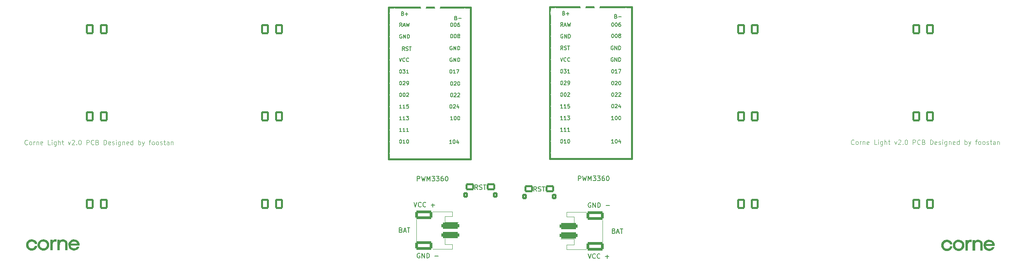
<source format=gbr>
%TF.GenerationSoftware,KiCad,Pcbnew,8.0.3*%
%TF.CreationDate,2024-08-02T01:30:14+01:00*%
%TF.ProjectId,corne-light-ice-trackball,636f726e-652d-46c6-9967-68742d696365,1.0*%
%TF.SameCoordinates,Original*%
%TF.FileFunction,Legend,Top*%
%TF.FilePolarity,Positive*%
%FSLAX46Y46*%
G04 Gerber Fmt 4.6, Leading zero omitted, Abs format (unit mm)*
G04 Created by KiCad (PCBNEW 8.0.3) date 2024-08-02 01:30:14*
%MOMM*%
%LPD*%
G01*
G04 APERTURE LIST*
G04 Aperture macros list*
%AMRoundRect*
0 Rectangle with rounded corners*
0 $1 Rounding radius*
0 $2 $3 $4 $5 $6 $7 $8 $9 X,Y pos of 4 corners*
0 Add a 4 corners polygon primitive as box body*
4,1,4,$2,$3,$4,$5,$6,$7,$8,$9,$2,$3,0*
0 Add four circle primitives for the rounded corners*
1,1,$1+$1,$2,$3*
1,1,$1+$1,$4,$5*
1,1,$1+$1,$6,$7*
1,1,$1+$1,$8,$9*
0 Add four rect primitives between the rounded corners*
20,1,$1+$1,$2,$3,$4,$5,0*
20,1,$1+$1,$4,$5,$6,$7,0*
20,1,$1+$1,$6,$7,$8,$9,0*
20,1,$1+$1,$8,$9,$2,$3,0*%
G04 Aperture macros list end*
%ADD10C,0.125000*%
%ADD11C,0.150000*%
%ADD12C,0.010000*%
%ADD13C,0.120000*%
%ADD14C,0.381000*%
%ADD15C,1.752600*%
%ADD16C,0.700000*%
%ADD17C,2.100000*%
%ADD18O,2.100000X2.100000*%
%ADD19C,2.600000*%
%ADD20RoundRect,0.350000X-1.600000X0.350000X-1.600000X-0.350000X1.600000X-0.350000X1.600000X0.350000X0*%
%ADD21RoundRect,0.316668X-1.583332X0.633332X-1.583332X-0.633332X1.583332X-0.633332X1.583332X0.633332X0*%
%ADD22RoundRect,0.200000X-0.300000X-0.400000X0.300000X-0.400000X0.300000X0.400000X-0.300000X0.400000X0*%
%ADD23RoundRect,0.200000X-0.725000X-0.525000X0.725000X-0.525000X0.725000X0.525000X-0.725000X0.525000X0*%
%ADD24RoundRect,0.350000X1.600000X-0.350000X1.600000X0.350000X-1.600000X0.350000X-1.600000X-0.350000X0*%
%ADD25RoundRect,0.316668X1.583332X-0.633332X1.583332X0.633332X-1.583332X0.633332X-1.583332X-0.633332X0*%
%ADD26RoundRect,0.200000X0.650000X-0.889000X0.650000X0.889000X-0.650000X0.889000X-0.650000X-0.889000X0*%
%ADD27O,1.700000X2.178000*%
%ADD28C,4.700000*%
%ADD29C,2.152600*%
%ADD30C,1.300000*%
G04 APERTURE END LIST*
D10*
X159107412Y22764620D02*
X159059793Y22717000D01*
X159059793Y22717000D02*
X158916936Y22669381D01*
X158916936Y22669381D02*
X158821698Y22669381D01*
X158821698Y22669381D02*
X158678841Y22717000D01*
X158678841Y22717000D02*
X158583603Y22812239D01*
X158583603Y22812239D02*
X158535984Y22907477D01*
X158535984Y22907477D02*
X158488365Y23097953D01*
X158488365Y23097953D02*
X158488365Y23240810D01*
X158488365Y23240810D02*
X158535984Y23431286D01*
X158535984Y23431286D02*
X158583603Y23526524D01*
X158583603Y23526524D02*
X158678841Y23621762D01*
X158678841Y23621762D02*
X158821698Y23669381D01*
X158821698Y23669381D02*
X158916936Y23669381D01*
X158916936Y23669381D02*
X159059793Y23621762D01*
X159059793Y23621762D02*
X159107412Y23574143D01*
X159678841Y22669381D02*
X159583603Y22717000D01*
X159583603Y22717000D02*
X159535984Y22764620D01*
X159535984Y22764620D02*
X159488365Y22859858D01*
X159488365Y22859858D02*
X159488365Y23145572D01*
X159488365Y23145572D02*
X159535984Y23240810D01*
X159535984Y23240810D02*
X159583603Y23288429D01*
X159583603Y23288429D02*
X159678841Y23336048D01*
X159678841Y23336048D02*
X159821698Y23336048D01*
X159821698Y23336048D02*
X159916936Y23288429D01*
X159916936Y23288429D02*
X159964555Y23240810D01*
X159964555Y23240810D02*
X160012174Y23145572D01*
X160012174Y23145572D02*
X160012174Y22859858D01*
X160012174Y22859858D02*
X159964555Y22764620D01*
X159964555Y22764620D02*
X159916936Y22717000D01*
X159916936Y22717000D02*
X159821698Y22669381D01*
X159821698Y22669381D02*
X159678841Y22669381D01*
X160440746Y22669381D02*
X160440746Y23336048D01*
X160440746Y23145572D02*
X160488365Y23240810D01*
X160488365Y23240810D02*
X160535984Y23288429D01*
X160535984Y23288429D02*
X160631222Y23336048D01*
X160631222Y23336048D02*
X160726460Y23336048D01*
X161059794Y23336048D02*
X161059794Y22669381D01*
X161059794Y23240810D02*
X161107413Y23288429D01*
X161107413Y23288429D02*
X161202651Y23336048D01*
X161202651Y23336048D02*
X161345508Y23336048D01*
X161345508Y23336048D02*
X161440746Y23288429D01*
X161440746Y23288429D02*
X161488365Y23193191D01*
X161488365Y23193191D02*
X161488365Y22669381D01*
X162345508Y22717000D02*
X162250270Y22669381D01*
X162250270Y22669381D02*
X162059794Y22669381D01*
X162059794Y22669381D02*
X161964556Y22717000D01*
X161964556Y22717000D02*
X161916937Y22812239D01*
X161916937Y22812239D02*
X161916937Y23193191D01*
X161916937Y23193191D02*
X161964556Y23288429D01*
X161964556Y23288429D02*
X162059794Y23336048D01*
X162059794Y23336048D02*
X162250270Y23336048D01*
X162250270Y23336048D02*
X162345508Y23288429D01*
X162345508Y23288429D02*
X162393127Y23193191D01*
X162393127Y23193191D02*
X162393127Y23097953D01*
X162393127Y23097953D02*
X161916937Y23002715D01*
X164059794Y22669381D02*
X163583604Y22669381D01*
X163583604Y22669381D02*
X163583604Y23669381D01*
X164393128Y22669381D02*
X164393128Y23336048D01*
X164393128Y23669381D02*
X164345509Y23621762D01*
X164345509Y23621762D02*
X164393128Y23574143D01*
X164393128Y23574143D02*
X164440747Y23621762D01*
X164440747Y23621762D02*
X164393128Y23669381D01*
X164393128Y23669381D02*
X164393128Y23574143D01*
X165297889Y23336048D02*
X165297889Y22526524D01*
X165297889Y22526524D02*
X165250270Y22431286D01*
X165250270Y22431286D02*
X165202651Y22383667D01*
X165202651Y22383667D02*
X165107413Y22336048D01*
X165107413Y22336048D02*
X164964556Y22336048D01*
X164964556Y22336048D02*
X164869318Y22383667D01*
X165297889Y22717000D02*
X165202651Y22669381D01*
X165202651Y22669381D02*
X165012175Y22669381D01*
X165012175Y22669381D02*
X164916937Y22717000D01*
X164916937Y22717000D02*
X164869318Y22764620D01*
X164869318Y22764620D02*
X164821699Y22859858D01*
X164821699Y22859858D02*
X164821699Y23145572D01*
X164821699Y23145572D02*
X164869318Y23240810D01*
X164869318Y23240810D02*
X164916937Y23288429D01*
X164916937Y23288429D02*
X165012175Y23336048D01*
X165012175Y23336048D02*
X165202651Y23336048D01*
X165202651Y23336048D02*
X165297889Y23288429D01*
X165774080Y22669381D02*
X165774080Y23669381D01*
X166202651Y22669381D02*
X166202651Y23193191D01*
X166202651Y23193191D02*
X166155032Y23288429D01*
X166155032Y23288429D02*
X166059794Y23336048D01*
X166059794Y23336048D02*
X165916937Y23336048D01*
X165916937Y23336048D02*
X165821699Y23288429D01*
X165821699Y23288429D02*
X165774080Y23240810D01*
X166535985Y23336048D02*
X166916937Y23336048D01*
X166678842Y23669381D02*
X166678842Y22812239D01*
X166678842Y22812239D02*
X166726461Y22717000D01*
X166726461Y22717000D02*
X166821699Y22669381D01*
X166821699Y22669381D02*
X166916937Y22669381D01*
X167916938Y23336048D02*
X168155033Y22669381D01*
X168155033Y22669381D02*
X168393128Y23336048D01*
X168726462Y23574143D02*
X168774081Y23621762D01*
X168774081Y23621762D02*
X168869319Y23669381D01*
X168869319Y23669381D02*
X169107414Y23669381D01*
X169107414Y23669381D02*
X169202652Y23621762D01*
X169202652Y23621762D02*
X169250271Y23574143D01*
X169250271Y23574143D02*
X169297890Y23478905D01*
X169297890Y23478905D02*
X169297890Y23383667D01*
X169297890Y23383667D02*
X169250271Y23240810D01*
X169250271Y23240810D02*
X168678843Y22669381D01*
X168678843Y22669381D02*
X169297890Y22669381D01*
X169726462Y22764620D02*
X169774081Y22717000D01*
X169774081Y22717000D02*
X169726462Y22669381D01*
X169726462Y22669381D02*
X169678843Y22717000D01*
X169678843Y22717000D02*
X169726462Y22764620D01*
X169726462Y22764620D02*
X169726462Y22669381D01*
X170393128Y23669381D02*
X170488366Y23669381D01*
X170488366Y23669381D02*
X170583604Y23621762D01*
X170583604Y23621762D02*
X170631223Y23574143D01*
X170631223Y23574143D02*
X170678842Y23478905D01*
X170678842Y23478905D02*
X170726461Y23288429D01*
X170726461Y23288429D02*
X170726461Y23050334D01*
X170726461Y23050334D02*
X170678842Y22859858D01*
X170678842Y22859858D02*
X170631223Y22764620D01*
X170631223Y22764620D02*
X170583604Y22717000D01*
X170583604Y22717000D02*
X170488366Y22669381D01*
X170488366Y22669381D02*
X170393128Y22669381D01*
X170393128Y22669381D02*
X170297890Y22717000D01*
X170297890Y22717000D02*
X170250271Y22764620D01*
X170250271Y22764620D02*
X170202652Y22859858D01*
X170202652Y22859858D02*
X170155033Y23050334D01*
X170155033Y23050334D02*
X170155033Y23288429D01*
X170155033Y23288429D02*
X170202652Y23478905D01*
X170202652Y23478905D02*
X170250271Y23574143D01*
X170250271Y23574143D02*
X170297890Y23621762D01*
X170297890Y23621762D02*
X170393128Y23669381D01*
X171916938Y22669381D02*
X171916938Y23669381D01*
X171916938Y23669381D02*
X172297890Y23669381D01*
X172297890Y23669381D02*
X172393128Y23621762D01*
X172393128Y23621762D02*
X172440747Y23574143D01*
X172440747Y23574143D02*
X172488366Y23478905D01*
X172488366Y23478905D02*
X172488366Y23336048D01*
X172488366Y23336048D02*
X172440747Y23240810D01*
X172440747Y23240810D02*
X172393128Y23193191D01*
X172393128Y23193191D02*
X172297890Y23145572D01*
X172297890Y23145572D02*
X171916938Y23145572D01*
X173488366Y22764620D02*
X173440747Y22717000D01*
X173440747Y22717000D02*
X173297890Y22669381D01*
X173297890Y22669381D02*
X173202652Y22669381D01*
X173202652Y22669381D02*
X173059795Y22717000D01*
X173059795Y22717000D02*
X172964557Y22812239D01*
X172964557Y22812239D02*
X172916938Y22907477D01*
X172916938Y22907477D02*
X172869319Y23097953D01*
X172869319Y23097953D02*
X172869319Y23240810D01*
X172869319Y23240810D02*
X172916938Y23431286D01*
X172916938Y23431286D02*
X172964557Y23526524D01*
X172964557Y23526524D02*
X173059795Y23621762D01*
X173059795Y23621762D02*
X173202652Y23669381D01*
X173202652Y23669381D02*
X173297890Y23669381D01*
X173297890Y23669381D02*
X173440747Y23621762D01*
X173440747Y23621762D02*
X173488366Y23574143D01*
X174250271Y23193191D02*
X174393128Y23145572D01*
X174393128Y23145572D02*
X174440747Y23097953D01*
X174440747Y23097953D02*
X174488366Y23002715D01*
X174488366Y23002715D02*
X174488366Y22859858D01*
X174488366Y22859858D02*
X174440747Y22764620D01*
X174440747Y22764620D02*
X174393128Y22717000D01*
X174393128Y22717000D02*
X174297890Y22669381D01*
X174297890Y22669381D02*
X173916938Y22669381D01*
X173916938Y22669381D02*
X173916938Y23669381D01*
X173916938Y23669381D02*
X174250271Y23669381D01*
X174250271Y23669381D02*
X174345509Y23621762D01*
X174345509Y23621762D02*
X174393128Y23574143D01*
X174393128Y23574143D02*
X174440747Y23478905D01*
X174440747Y23478905D02*
X174440747Y23383667D01*
X174440747Y23383667D02*
X174393128Y23288429D01*
X174393128Y23288429D02*
X174345509Y23240810D01*
X174345509Y23240810D02*
X174250271Y23193191D01*
X174250271Y23193191D02*
X173916938Y23193191D01*
X175678843Y22669381D02*
X175678843Y23669381D01*
X175678843Y23669381D02*
X175916938Y23669381D01*
X175916938Y23669381D02*
X176059795Y23621762D01*
X176059795Y23621762D02*
X176155033Y23526524D01*
X176155033Y23526524D02*
X176202652Y23431286D01*
X176202652Y23431286D02*
X176250271Y23240810D01*
X176250271Y23240810D02*
X176250271Y23097953D01*
X176250271Y23097953D02*
X176202652Y22907477D01*
X176202652Y22907477D02*
X176155033Y22812239D01*
X176155033Y22812239D02*
X176059795Y22717000D01*
X176059795Y22717000D02*
X175916938Y22669381D01*
X175916938Y22669381D02*
X175678843Y22669381D01*
X177059795Y22717000D02*
X176964557Y22669381D01*
X176964557Y22669381D02*
X176774081Y22669381D01*
X176774081Y22669381D02*
X176678843Y22717000D01*
X176678843Y22717000D02*
X176631224Y22812239D01*
X176631224Y22812239D02*
X176631224Y23193191D01*
X176631224Y23193191D02*
X176678843Y23288429D01*
X176678843Y23288429D02*
X176774081Y23336048D01*
X176774081Y23336048D02*
X176964557Y23336048D01*
X176964557Y23336048D02*
X177059795Y23288429D01*
X177059795Y23288429D02*
X177107414Y23193191D01*
X177107414Y23193191D02*
X177107414Y23097953D01*
X177107414Y23097953D02*
X176631224Y23002715D01*
X177488367Y22717000D02*
X177583605Y22669381D01*
X177583605Y22669381D02*
X177774081Y22669381D01*
X177774081Y22669381D02*
X177869319Y22717000D01*
X177869319Y22717000D02*
X177916938Y22812239D01*
X177916938Y22812239D02*
X177916938Y22859858D01*
X177916938Y22859858D02*
X177869319Y22955096D01*
X177869319Y22955096D02*
X177774081Y23002715D01*
X177774081Y23002715D02*
X177631224Y23002715D01*
X177631224Y23002715D02*
X177535986Y23050334D01*
X177535986Y23050334D02*
X177488367Y23145572D01*
X177488367Y23145572D02*
X177488367Y23193191D01*
X177488367Y23193191D02*
X177535986Y23288429D01*
X177535986Y23288429D02*
X177631224Y23336048D01*
X177631224Y23336048D02*
X177774081Y23336048D01*
X177774081Y23336048D02*
X177869319Y23288429D01*
X178345510Y22669381D02*
X178345510Y23336048D01*
X178345510Y23669381D02*
X178297891Y23621762D01*
X178297891Y23621762D02*
X178345510Y23574143D01*
X178345510Y23574143D02*
X178393129Y23621762D01*
X178393129Y23621762D02*
X178345510Y23669381D01*
X178345510Y23669381D02*
X178345510Y23574143D01*
X179250271Y23336048D02*
X179250271Y22526524D01*
X179250271Y22526524D02*
X179202652Y22431286D01*
X179202652Y22431286D02*
X179155033Y22383667D01*
X179155033Y22383667D02*
X179059795Y22336048D01*
X179059795Y22336048D02*
X178916938Y22336048D01*
X178916938Y22336048D02*
X178821700Y22383667D01*
X179250271Y22717000D02*
X179155033Y22669381D01*
X179155033Y22669381D02*
X178964557Y22669381D01*
X178964557Y22669381D02*
X178869319Y22717000D01*
X178869319Y22717000D02*
X178821700Y22764620D01*
X178821700Y22764620D02*
X178774081Y22859858D01*
X178774081Y22859858D02*
X178774081Y23145572D01*
X178774081Y23145572D02*
X178821700Y23240810D01*
X178821700Y23240810D02*
X178869319Y23288429D01*
X178869319Y23288429D02*
X178964557Y23336048D01*
X178964557Y23336048D02*
X179155033Y23336048D01*
X179155033Y23336048D02*
X179250271Y23288429D01*
X179726462Y23336048D02*
X179726462Y22669381D01*
X179726462Y23240810D02*
X179774081Y23288429D01*
X179774081Y23288429D02*
X179869319Y23336048D01*
X179869319Y23336048D02*
X180012176Y23336048D01*
X180012176Y23336048D02*
X180107414Y23288429D01*
X180107414Y23288429D02*
X180155033Y23193191D01*
X180155033Y23193191D02*
X180155033Y22669381D01*
X181012176Y22717000D02*
X180916938Y22669381D01*
X180916938Y22669381D02*
X180726462Y22669381D01*
X180726462Y22669381D02*
X180631224Y22717000D01*
X180631224Y22717000D02*
X180583605Y22812239D01*
X180583605Y22812239D02*
X180583605Y23193191D01*
X180583605Y23193191D02*
X180631224Y23288429D01*
X180631224Y23288429D02*
X180726462Y23336048D01*
X180726462Y23336048D02*
X180916938Y23336048D01*
X180916938Y23336048D02*
X181012176Y23288429D01*
X181012176Y23288429D02*
X181059795Y23193191D01*
X181059795Y23193191D02*
X181059795Y23097953D01*
X181059795Y23097953D02*
X180583605Y23002715D01*
X181916938Y22669381D02*
X181916938Y23669381D01*
X181916938Y22717000D02*
X181821700Y22669381D01*
X181821700Y22669381D02*
X181631224Y22669381D01*
X181631224Y22669381D02*
X181535986Y22717000D01*
X181535986Y22717000D02*
X181488367Y22764620D01*
X181488367Y22764620D02*
X181440748Y22859858D01*
X181440748Y22859858D02*
X181440748Y23145572D01*
X181440748Y23145572D02*
X181488367Y23240810D01*
X181488367Y23240810D02*
X181535986Y23288429D01*
X181535986Y23288429D02*
X181631224Y23336048D01*
X181631224Y23336048D02*
X181821700Y23336048D01*
X181821700Y23336048D02*
X181916938Y23288429D01*
X183155034Y22669381D02*
X183155034Y23669381D01*
X183155034Y23288429D02*
X183250272Y23336048D01*
X183250272Y23336048D02*
X183440748Y23336048D01*
X183440748Y23336048D02*
X183535986Y23288429D01*
X183535986Y23288429D02*
X183583605Y23240810D01*
X183583605Y23240810D02*
X183631224Y23145572D01*
X183631224Y23145572D02*
X183631224Y22859858D01*
X183631224Y22859858D02*
X183583605Y22764620D01*
X183583605Y22764620D02*
X183535986Y22717000D01*
X183535986Y22717000D02*
X183440748Y22669381D01*
X183440748Y22669381D02*
X183250272Y22669381D01*
X183250272Y22669381D02*
X183155034Y22717000D01*
X183964558Y23336048D02*
X184202653Y22669381D01*
X184440748Y23336048D02*
X184202653Y22669381D01*
X184202653Y22669381D02*
X184107415Y22431286D01*
X184107415Y22431286D02*
X184059796Y22383667D01*
X184059796Y22383667D02*
X183964558Y22336048D01*
X185440749Y23336048D02*
X185821701Y23336048D01*
X185583606Y22669381D02*
X185583606Y23526524D01*
X185583606Y23526524D02*
X185631225Y23621762D01*
X185631225Y23621762D02*
X185726463Y23669381D01*
X185726463Y23669381D02*
X185821701Y23669381D01*
X186297892Y22669381D02*
X186202654Y22717000D01*
X186202654Y22717000D02*
X186155035Y22764620D01*
X186155035Y22764620D02*
X186107416Y22859858D01*
X186107416Y22859858D02*
X186107416Y23145572D01*
X186107416Y23145572D02*
X186155035Y23240810D01*
X186155035Y23240810D02*
X186202654Y23288429D01*
X186202654Y23288429D02*
X186297892Y23336048D01*
X186297892Y23336048D02*
X186440749Y23336048D01*
X186440749Y23336048D02*
X186535987Y23288429D01*
X186535987Y23288429D02*
X186583606Y23240810D01*
X186583606Y23240810D02*
X186631225Y23145572D01*
X186631225Y23145572D02*
X186631225Y22859858D01*
X186631225Y22859858D02*
X186583606Y22764620D01*
X186583606Y22764620D02*
X186535987Y22717000D01*
X186535987Y22717000D02*
X186440749Y22669381D01*
X186440749Y22669381D02*
X186297892Y22669381D01*
X187202654Y22669381D02*
X187107416Y22717000D01*
X187107416Y22717000D02*
X187059797Y22764620D01*
X187059797Y22764620D02*
X187012178Y22859858D01*
X187012178Y22859858D02*
X187012178Y23145572D01*
X187012178Y23145572D02*
X187059797Y23240810D01*
X187059797Y23240810D02*
X187107416Y23288429D01*
X187107416Y23288429D02*
X187202654Y23336048D01*
X187202654Y23336048D02*
X187345511Y23336048D01*
X187345511Y23336048D02*
X187440749Y23288429D01*
X187440749Y23288429D02*
X187488368Y23240810D01*
X187488368Y23240810D02*
X187535987Y23145572D01*
X187535987Y23145572D02*
X187535987Y22859858D01*
X187535987Y22859858D02*
X187488368Y22764620D01*
X187488368Y22764620D02*
X187440749Y22717000D01*
X187440749Y22717000D02*
X187345511Y22669381D01*
X187345511Y22669381D02*
X187202654Y22669381D01*
X187916940Y22717000D02*
X188012178Y22669381D01*
X188012178Y22669381D02*
X188202654Y22669381D01*
X188202654Y22669381D02*
X188297892Y22717000D01*
X188297892Y22717000D02*
X188345511Y22812239D01*
X188345511Y22812239D02*
X188345511Y22859858D01*
X188345511Y22859858D02*
X188297892Y22955096D01*
X188297892Y22955096D02*
X188202654Y23002715D01*
X188202654Y23002715D02*
X188059797Y23002715D01*
X188059797Y23002715D02*
X187964559Y23050334D01*
X187964559Y23050334D02*
X187916940Y23145572D01*
X187916940Y23145572D02*
X187916940Y23193191D01*
X187916940Y23193191D02*
X187964559Y23288429D01*
X187964559Y23288429D02*
X188059797Y23336048D01*
X188059797Y23336048D02*
X188202654Y23336048D01*
X188202654Y23336048D02*
X188297892Y23288429D01*
X188631226Y23336048D02*
X189012178Y23336048D01*
X188774083Y23669381D02*
X188774083Y22812239D01*
X188774083Y22812239D02*
X188821702Y22717000D01*
X188821702Y22717000D02*
X188916940Y22669381D01*
X188916940Y22669381D02*
X189012178Y22669381D01*
X189774083Y22669381D02*
X189774083Y23193191D01*
X189774083Y23193191D02*
X189726464Y23288429D01*
X189726464Y23288429D02*
X189631226Y23336048D01*
X189631226Y23336048D02*
X189440750Y23336048D01*
X189440750Y23336048D02*
X189345512Y23288429D01*
X189774083Y22717000D02*
X189678845Y22669381D01*
X189678845Y22669381D02*
X189440750Y22669381D01*
X189440750Y22669381D02*
X189345512Y22717000D01*
X189345512Y22717000D02*
X189297893Y22812239D01*
X189297893Y22812239D02*
X189297893Y22907477D01*
X189297893Y22907477D02*
X189345512Y23002715D01*
X189345512Y23002715D02*
X189440750Y23050334D01*
X189440750Y23050334D02*
X189678845Y23050334D01*
X189678845Y23050334D02*
X189774083Y23097953D01*
X190250274Y23336048D02*
X190250274Y22669381D01*
X190250274Y23240810D02*
X190297893Y23288429D01*
X190297893Y23288429D02*
X190393131Y23336048D01*
X190393131Y23336048D02*
X190535988Y23336048D01*
X190535988Y23336048D02*
X190631226Y23288429D01*
X190631226Y23288429D02*
X190678845Y23193191D01*
X190678845Y23193191D02*
X190678845Y22669381D01*
X-20180241Y22724620D02*
X-20227860Y22677000D01*
X-20227860Y22677000D02*
X-20370717Y22629381D01*
X-20370717Y22629381D02*
X-20465955Y22629381D01*
X-20465955Y22629381D02*
X-20608812Y22677000D01*
X-20608812Y22677000D02*
X-20704050Y22772239D01*
X-20704050Y22772239D02*
X-20751669Y22867477D01*
X-20751669Y22867477D02*
X-20799288Y23057953D01*
X-20799288Y23057953D02*
X-20799288Y23200810D01*
X-20799288Y23200810D02*
X-20751669Y23391286D01*
X-20751669Y23391286D02*
X-20704050Y23486524D01*
X-20704050Y23486524D02*
X-20608812Y23581762D01*
X-20608812Y23581762D02*
X-20465955Y23629381D01*
X-20465955Y23629381D02*
X-20370717Y23629381D01*
X-20370717Y23629381D02*
X-20227860Y23581762D01*
X-20227860Y23581762D02*
X-20180241Y23534143D01*
X-19608812Y22629381D02*
X-19704050Y22677000D01*
X-19704050Y22677000D02*
X-19751669Y22724620D01*
X-19751669Y22724620D02*
X-19799288Y22819858D01*
X-19799288Y22819858D02*
X-19799288Y23105572D01*
X-19799288Y23105572D02*
X-19751669Y23200810D01*
X-19751669Y23200810D02*
X-19704050Y23248429D01*
X-19704050Y23248429D02*
X-19608812Y23296048D01*
X-19608812Y23296048D02*
X-19465955Y23296048D01*
X-19465955Y23296048D02*
X-19370717Y23248429D01*
X-19370717Y23248429D02*
X-19323098Y23200810D01*
X-19323098Y23200810D02*
X-19275479Y23105572D01*
X-19275479Y23105572D02*
X-19275479Y22819858D01*
X-19275479Y22819858D02*
X-19323098Y22724620D01*
X-19323098Y22724620D02*
X-19370717Y22677000D01*
X-19370717Y22677000D02*
X-19465955Y22629381D01*
X-19465955Y22629381D02*
X-19608812Y22629381D01*
X-18846907Y22629381D02*
X-18846907Y23296048D01*
X-18846907Y23105572D02*
X-18799288Y23200810D01*
X-18799288Y23200810D02*
X-18751669Y23248429D01*
X-18751669Y23248429D02*
X-18656431Y23296048D01*
X-18656431Y23296048D02*
X-18561193Y23296048D01*
X-18227859Y23296048D02*
X-18227859Y22629381D01*
X-18227859Y23200810D02*
X-18180240Y23248429D01*
X-18180240Y23248429D02*
X-18085002Y23296048D01*
X-18085002Y23296048D02*
X-17942145Y23296048D01*
X-17942145Y23296048D02*
X-17846907Y23248429D01*
X-17846907Y23248429D02*
X-17799288Y23153191D01*
X-17799288Y23153191D02*
X-17799288Y22629381D01*
X-16942145Y22677000D02*
X-17037383Y22629381D01*
X-17037383Y22629381D02*
X-17227859Y22629381D01*
X-17227859Y22629381D02*
X-17323097Y22677000D01*
X-17323097Y22677000D02*
X-17370716Y22772239D01*
X-17370716Y22772239D02*
X-17370716Y23153191D01*
X-17370716Y23153191D02*
X-17323097Y23248429D01*
X-17323097Y23248429D02*
X-17227859Y23296048D01*
X-17227859Y23296048D02*
X-17037383Y23296048D01*
X-17037383Y23296048D02*
X-16942145Y23248429D01*
X-16942145Y23248429D02*
X-16894526Y23153191D01*
X-16894526Y23153191D02*
X-16894526Y23057953D01*
X-16894526Y23057953D02*
X-17370716Y22962715D01*
X-15227859Y22629381D02*
X-15704049Y22629381D01*
X-15704049Y22629381D02*
X-15704049Y23629381D01*
X-14894525Y22629381D02*
X-14894525Y23296048D01*
X-14894525Y23629381D02*
X-14942144Y23581762D01*
X-14942144Y23581762D02*
X-14894525Y23534143D01*
X-14894525Y23534143D02*
X-14846906Y23581762D01*
X-14846906Y23581762D02*
X-14894525Y23629381D01*
X-14894525Y23629381D02*
X-14894525Y23534143D01*
X-13989764Y23296048D02*
X-13989764Y22486524D01*
X-13989764Y22486524D02*
X-14037383Y22391286D01*
X-14037383Y22391286D02*
X-14085002Y22343667D01*
X-14085002Y22343667D02*
X-14180240Y22296048D01*
X-14180240Y22296048D02*
X-14323097Y22296048D01*
X-14323097Y22296048D02*
X-14418335Y22343667D01*
X-13989764Y22677000D02*
X-14085002Y22629381D01*
X-14085002Y22629381D02*
X-14275478Y22629381D01*
X-14275478Y22629381D02*
X-14370716Y22677000D01*
X-14370716Y22677000D02*
X-14418335Y22724620D01*
X-14418335Y22724620D02*
X-14465954Y22819858D01*
X-14465954Y22819858D02*
X-14465954Y23105572D01*
X-14465954Y23105572D02*
X-14418335Y23200810D01*
X-14418335Y23200810D02*
X-14370716Y23248429D01*
X-14370716Y23248429D02*
X-14275478Y23296048D01*
X-14275478Y23296048D02*
X-14085002Y23296048D01*
X-14085002Y23296048D02*
X-13989764Y23248429D01*
X-13513573Y22629381D02*
X-13513573Y23629381D01*
X-13085002Y22629381D02*
X-13085002Y23153191D01*
X-13085002Y23153191D02*
X-13132621Y23248429D01*
X-13132621Y23248429D02*
X-13227859Y23296048D01*
X-13227859Y23296048D02*
X-13370716Y23296048D01*
X-13370716Y23296048D02*
X-13465954Y23248429D01*
X-13465954Y23248429D02*
X-13513573Y23200810D01*
X-12751668Y23296048D02*
X-12370716Y23296048D01*
X-12608811Y23629381D02*
X-12608811Y22772239D01*
X-12608811Y22772239D02*
X-12561192Y22677000D01*
X-12561192Y22677000D02*
X-12465954Y22629381D01*
X-12465954Y22629381D02*
X-12370716Y22629381D01*
X-11370715Y23296048D02*
X-11132620Y22629381D01*
X-11132620Y22629381D02*
X-10894525Y23296048D01*
X-10561191Y23534143D02*
X-10513572Y23581762D01*
X-10513572Y23581762D02*
X-10418334Y23629381D01*
X-10418334Y23629381D02*
X-10180239Y23629381D01*
X-10180239Y23629381D02*
X-10085001Y23581762D01*
X-10085001Y23581762D02*
X-10037382Y23534143D01*
X-10037382Y23534143D02*
X-9989763Y23438905D01*
X-9989763Y23438905D02*
X-9989763Y23343667D01*
X-9989763Y23343667D02*
X-10037382Y23200810D01*
X-10037382Y23200810D02*
X-10608810Y22629381D01*
X-10608810Y22629381D02*
X-9989763Y22629381D01*
X-9561191Y22724620D02*
X-9513572Y22677000D01*
X-9513572Y22677000D02*
X-9561191Y22629381D01*
X-9561191Y22629381D02*
X-9608810Y22677000D01*
X-9608810Y22677000D02*
X-9561191Y22724620D01*
X-9561191Y22724620D02*
X-9561191Y22629381D01*
X-8894525Y23629381D02*
X-8799287Y23629381D01*
X-8799287Y23629381D02*
X-8704049Y23581762D01*
X-8704049Y23581762D02*
X-8656430Y23534143D01*
X-8656430Y23534143D02*
X-8608811Y23438905D01*
X-8608811Y23438905D02*
X-8561192Y23248429D01*
X-8561192Y23248429D02*
X-8561192Y23010334D01*
X-8561192Y23010334D02*
X-8608811Y22819858D01*
X-8608811Y22819858D02*
X-8656430Y22724620D01*
X-8656430Y22724620D02*
X-8704049Y22677000D01*
X-8704049Y22677000D02*
X-8799287Y22629381D01*
X-8799287Y22629381D02*
X-8894525Y22629381D01*
X-8894525Y22629381D02*
X-8989763Y22677000D01*
X-8989763Y22677000D02*
X-9037382Y22724620D01*
X-9037382Y22724620D02*
X-9085001Y22819858D01*
X-9085001Y22819858D02*
X-9132620Y23010334D01*
X-9132620Y23010334D02*
X-9132620Y23248429D01*
X-9132620Y23248429D02*
X-9085001Y23438905D01*
X-9085001Y23438905D02*
X-9037382Y23534143D01*
X-9037382Y23534143D02*
X-8989763Y23581762D01*
X-8989763Y23581762D02*
X-8894525Y23629381D01*
X-7370715Y22629381D02*
X-7370715Y23629381D01*
X-7370715Y23629381D02*
X-6989763Y23629381D01*
X-6989763Y23629381D02*
X-6894525Y23581762D01*
X-6894525Y23581762D02*
X-6846906Y23534143D01*
X-6846906Y23534143D02*
X-6799287Y23438905D01*
X-6799287Y23438905D02*
X-6799287Y23296048D01*
X-6799287Y23296048D02*
X-6846906Y23200810D01*
X-6846906Y23200810D02*
X-6894525Y23153191D01*
X-6894525Y23153191D02*
X-6989763Y23105572D01*
X-6989763Y23105572D02*
X-7370715Y23105572D01*
X-5799287Y22724620D02*
X-5846906Y22677000D01*
X-5846906Y22677000D02*
X-5989763Y22629381D01*
X-5989763Y22629381D02*
X-6085001Y22629381D01*
X-6085001Y22629381D02*
X-6227858Y22677000D01*
X-6227858Y22677000D02*
X-6323096Y22772239D01*
X-6323096Y22772239D02*
X-6370715Y22867477D01*
X-6370715Y22867477D02*
X-6418334Y23057953D01*
X-6418334Y23057953D02*
X-6418334Y23200810D01*
X-6418334Y23200810D02*
X-6370715Y23391286D01*
X-6370715Y23391286D02*
X-6323096Y23486524D01*
X-6323096Y23486524D02*
X-6227858Y23581762D01*
X-6227858Y23581762D02*
X-6085001Y23629381D01*
X-6085001Y23629381D02*
X-5989763Y23629381D01*
X-5989763Y23629381D02*
X-5846906Y23581762D01*
X-5846906Y23581762D02*
X-5799287Y23534143D01*
X-5037382Y23153191D02*
X-4894525Y23105572D01*
X-4894525Y23105572D02*
X-4846906Y23057953D01*
X-4846906Y23057953D02*
X-4799287Y22962715D01*
X-4799287Y22962715D02*
X-4799287Y22819858D01*
X-4799287Y22819858D02*
X-4846906Y22724620D01*
X-4846906Y22724620D02*
X-4894525Y22677000D01*
X-4894525Y22677000D02*
X-4989763Y22629381D01*
X-4989763Y22629381D02*
X-5370715Y22629381D01*
X-5370715Y22629381D02*
X-5370715Y23629381D01*
X-5370715Y23629381D02*
X-5037382Y23629381D01*
X-5037382Y23629381D02*
X-4942144Y23581762D01*
X-4942144Y23581762D02*
X-4894525Y23534143D01*
X-4894525Y23534143D02*
X-4846906Y23438905D01*
X-4846906Y23438905D02*
X-4846906Y23343667D01*
X-4846906Y23343667D02*
X-4894525Y23248429D01*
X-4894525Y23248429D02*
X-4942144Y23200810D01*
X-4942144Y23200810D02*
X-5037382Y23153191D01*
X-5037382Y23153191D02*
X-5370715Y23153191D01*
X-3608810Y22629381D02*
X-3608810Y23629381D01*
X-3608810Y23629381D02*
X-3370715Y23629381D01*
X-3370715Y23629381D02*
X-3227858Y23581762D01*
X-3227858Y23581762D02*
X-3132620Y23486524D01*
X-3132620Y23486524D02*
X-3085001Y23391286D01*
X-3085001Y23391286D02*
X-3037382Y23200810D01*
X-3037382Y23200810D02*
X-3037382Y23057953D01*
X-3037382Y23057953D02*
X-3085001Y22867477D01*
X-3085001Y22867477D02*
X-3132620Y22772239D01*
X-3132620Y22772239D02*
X-3227858Y22677000D01*
X-3227858Y22677000D02*
X-3370715Y22629381D01*
X-3370715Y22629381D02*
X-3608810Y22629381D01*
X-2227858Y22677000D02*
X-2323096Y22629381D01*
X-2323096Y22629381D02*
X-2513572Y22629381D01*
X-2513572Y22629381D02*
X-2608810Y22677000D01*
X-2608810Y22677000D02*
X-2656429Y22772239D01*
X-2656429Y22772239D02*
X-2656429Y23153191D01*
X-2656429Y23153191D02*
X-2608810Y23248429D01*
X-2608810Y23248429D02*
X-2513572Y23296048D01*
X-2513572Y23296048D02*
X-2323096Y23296048D01*
X-2323096Y23296048D02*
X-2227858Y23248429D01*
X-2227858Y23248429D02*
X-2180239Y23153191D01*
X-2180239Y23153191D02*
X-2180239Y23057953D01*
X-2180239Y23057953D02*
X-2656429Y22962715D01*
X-1799286Y22677000D02*
X-1704048Y22629381D01*
X-1704048Y22629381D02*
X-1513572Y22629381D01*
X-1513572Y22629381D02*
X-1418334Y22677000D01*
X-1418334Y22677000D02*
X-1370715Y22772239D01*
X-1370715Y22772239D02*
X-1370715Y22819858D01*
X-1370715Y22819858D02*
X-1418334Y22915096D01*
X-1418334Y22915096D02*
X-1513572Y22962715D01*
X-1513572Y22962715D02*
X-1656429Y22962715D01*
X-1656429Y22962715D02*
X-1751667Y23010334D01*
X-1751667Y23010334D02*
X-1799286Y23105572D01*
X-1799286Y23105572D02*
X-1799286Y23153191D01*
X-1799286Y23153191D02*
X-1751667Y23248429D01*
X-1751667Y23248429D02*
X-1656429Y23296048D01*
X-1656429Y23296048D02*
X-1513572Y23296048D01*
X-1513572Y23296048D02*
X-1418334Y23248429D01*
X-942143Y22629381D02*
X-942143Y23296048D01*
X-942143Y23629381D02*
X-989762Y23581762D01*
X-989762Y23581762D02*
X-942143Y23534143D01*
X-942143Y23534143D02*
X-894524Y23581762D01*
X-894524Y23581762D02*
X-942143Y23629381D01*
X-942143Y23629381D02*
X-942143Y23534143D01*
X-37382Y23296048D02*
X-37382Y22486524D01*
X-37382Y22486524D02*
X-85001Y22391286D01*
X-85001Y22391286D02*
X-132620Y22343667D01*
X-132620Y22343667D02*
X-227858Y22296048D01*
X-227858Y22296048D02*
X-370715Y22296048D01*
X-370715Y22296048D02*
X-465953Y22343667D01*
X-37382Y22677000D02*
X-132620Y22629381D01*
X-132620Y22629381D02*
X-323096Y22629381D01*
X-323096Y22629381D02*
X-418334Y22677000D01*
X-418334Y22677000D02*
X-465953Y22724620D01*
X-465953Y22724620D02*
X-513572Y22819858D01*
X-513572Y22819858D02*
X-513572Y23105572D01*
X-513572Y23105572D02*
X-465953Y23200810D01*
X-465953Y23200810D02*
X-418334Y23248429D01*
X-418334Y23248429D02*
X-323096Y23296048D01*
X-323096Y23296048D02*
X-132620Y23296048D01*
X-132620Y23296048D02*
X-37382Y23248429D01*
X438809Y23296048D02*
X438809Y22629381D01*
X438809Y23200810D02*
X486428Y23248429D01*
X486428Y23248429D02*
X581666Y23296048D01*
X581666Y23296048D02*
X724523Y23296048D01*
X724523Y23296048D02*
X819761Y23248429D01*
X819761Y23248429D02*
X867380Y23153191D01*
X867380Y23153191D02*
X867380Y22629381D01*
X1724523Y22677000D02*
X1629285Y22629381D01*
X1629285Y22629381D02*
X1438809Y22629381D01*
X1438809Y22629381D02*
X1343571Y22677000D01*
X1343571Y22677000D02*
X1295952Y22772239D01*
X1295952Y22772239D02*
X1295952Y23153191D01*
X1295952Y23153191D02*
X1343571Y23248429D01*
X1343571Y23248429D02*
X1438809Y23296048D01*
X1438809Y23296048D02*
X1629285Y23296048D01*
X1629285Y23296048D02*
X1724523Y23248429D01*
X1724523Y23248429D02*
X1772142Y23153191D01*
X1772142Y23153191D02*
X1772142Y23057953D01*
X1772142Y23057953D02*
X1295952Y22962715D01*
X2629285Y22629381D02*
X2629285Y23629381D01*
X2629285Y22677000D02*
X2534047Y22629381D01*
X2534047Y22629381D02*
X2343571Y22629381D01*
X2343571Y22629381D02*
X2248333Y22677000D01*
X2248333Y22677000D02*
X2200714Y22724620D01*
X2200714Y22724620D02*
X2153095Y22819858D01*
X2153095Y22819858D02*
X2153095Y23105572D01*
X2153095Y23105572D02*
X2200714Y23200810D01*
X2200714Y23200810D02*
X2248333Y23248429D01*
X2248333Y23248429D02*
X2343571Y23296048D01*
X2343571Y23296048D02*
X2534047Y23296048D01*
X2534047Y23296048D02*
X2629285Y23248429D01*
X3867381Y22629381D02*
X3867381Y23629381D01*
X3867381Y23248429D02*
X3962619Y23296048D01*
X3962619Y23296048D02*
X4153095Y23296048D01*
X4153095Y23296048D02*
X4248333Y23248429D01*
X4248333Y23248429D02*
X4295952Y23200810D01*
X4295952Y23200810D02*
X4343571Y23105572D01*
X4343571Y23105572D02*
X4343571Y22819858D01*
X4343571Y22819858D02*
X4295952Y22724620D01*
X4295952Y22724620D02*
X4248333Y22677000D01*
X4248333Y22677000D02*
X4153095Y22629381D01*
X4153095Y22629381D02*
X3962619Y22629381D01*
X3962619Y22629381D02*
X3867381Y22677000D01*
X4676905Y23296048D02*
X4915000Y22629381D01*
X5153095Y23296048D02*
X4915000Y22629381D01*
X4915000Y22629381D02*
X4819762Y22391286D01*
X4819762Y22391286D02*
X4772143Y22343667D01*
X4772143Y22343667D02*
X4676905Y22296048D01*
X6153096Y23296048D02*
X6534048Y23296048D01*
X6295953Y22629381D02*
X6295953Y23486524D01*
X6295953Y23486524D02*
X6343572Y23581762D01*
X6343572Y23581762D02*
X6438810Y23629381D01*
X6438810Y23629381D02*
X6534048Y23629381D01*
X7010239Y22629381D02*
X6915001Y22677000D01*
X6915001Y22677000D02*
X6867382Y22724620D01*
X6867382Y22724620D02*
X6819763Y22819858D01*
X6819763Y22819858D02*
X6819763Y23105572D01*
X6819763Y23105572D02*
X6867382Y23200810D01*
X6867382Y23200810D02*
X6915001Y23248429D01*
X6915001Y23248429D02*
X7010239Y23296048D01*
X7010239Y23296048D02*
X7153096Y23296048D01*
X7153096Y23296048D02*
X7248334Y23248429D01*
X7248334Y23248429D02*
X7295953Y23200810D01*
X7295953Y23200810D02*
X7343572Y23105572D01*
X7343572Y23105572D02*
X7343572Y22819858D01*
X7343572Y22819858D02*
X7295953Y22724620D01*
X7295953Y22724620D02*
X7248334Y22677000D01*
X7248334Y22677000D02*
X7153096Y22629381D01*
X7153096Y22629381D02*
X7010239Y22629381D01*
X7915001Y22629381D02*
X7819763Y22677000D01*
X7819763Y22677000D02*
X7772144Y22724620D01*
X7772144Y22724620D02*
X7724525Y22819858D01*
X7724525Y22819858D02*
X7724525Y23105572D01*
X7724525Y23105572D02*
X7772144Y23200810D01*
X7772144Y23200810D02*
X7819763Y23248429D01*
X7819763Y23248429D02*
X7915001Y23296048D01*
X7915001Y23296048D02*
X8057858Y23296048D01*
X8057858Y23296048D02*
X8153096Y23248429D01*
X8153096Y23248429D02*
X8200715Y23200810D01*
X8200715Y23200810D02*
X8248334Y23105572D01*
X8248334Y23105572D02*
X8248334Y22819858D01*
X8248334Y22819858D02*
X8200715Y22724620D01*
X8200715Y22724620D02*
X8153096Y22677000D01*
X8153096Y22677000D02*
X8057858Y22629381D01*
X8057858Y22629381D02*
X7915001Y22629381D01*
X8629287Y22677000D02*
X8724525Y22629381D01*
X8724525Y22629381D02*
X8915001Y22629381D01*
X8915001Y22629381D02*
X9010239Y22677000D01*
X9010239Y22677000D02*
X9057858Y22772239D01*
X9057858Y22772239D02*
X9057858Y22819858D01*
X9057858Y22819858D02*
X9010239Y22915096D01*
X9010239Y22915096D02*
X8915001Y22962715D01*
X8915001Y22962715D02*
X8772144Y22962715D01*
X8772144Y22962715D02*
X8676906Y23010334D01*
X8676906Y23010334D02*
X8629287Y23105572D01*
X8629287Y23105572D02*
X8629287Y23153191D01*
X8629287Y23153191D02*
X8676906Y23248429D01*
X8676906Y23248429D02*
X8772144Y23296048D01*
X8772144Y23296048D02*
X8915001Y23296048D01*
X8915001Y23296048D02*
X9010239Y23248429D01*
X9343573Y23296048D02*
X9724525Y23296048D01*
X9486430Y23629381D02*
X9486430Y22772239D01*
X9486430Y22772239D02*
X9534049Y22677000D01*
X9534049Y22677000D02*
X9629287Y22629381D01*
X9629287Y22629381D02*
X9724525Y22629381D01*
X10486430Y22629381D02*
X10486430Y23153191D01*
X10486430Y23153191D02*
X10438811Y23248429D01*
X10438811Y23248429D02*
X10343573Y23296048D01*
X10343573Y23296048D02*
X10153097Y23296048D01*
X10153097Y23296048D02*
X10057859Y23248429D01*
X10486430Y22677000D02*
X10391192Y22629381D01*
X10391192Y22629381D02*
X10153097Y22629381D01*
X10153097Y22629381D02*
X10057859Y22677000D01*
X10057859Y22677000D02*
X10010240Y22772239D01*
X10010240Y22772239D02*
X10010240Y22867477D01*
X10010240Y22867477D02*
X10057859Y22962715D01*
X10057859Y22962715D02*
X10153097Y23010334D01*
X10153097Y23010334D02*
X10391192Y23010334D01*
X10391192Y23010334D02*
X10486430Y23057953D01*
X10962621Y23296048D02*
X10962621Y22629381D01*
X10962621Y23200810D02*
X11010240Y23248429D01*
X11010240Y23248429D02*
X11105478Y23296048D01*
X11105478Y23296048D02*
X11248335Y23296048D01*
X11248335Y23296048D02*
X11343573Y23248429D01*
X11343573Y23248429D02*
X11391192Y23153191D01*
X11391192Y23153191D02*
X11391192Y22629381D01*
D11*
X64911095Y-1061938D02*
X64815857Y-1014319D01*
X64815857Y-1014319D02*
X64673000Y-1014319D01*
X64673000Y-1014319D02*
X64530143Y-1061938D01*
X64530143Y-1061938D02*
X64434905Y-1157176D01*
X64434905Y-1157176D02*
X64387286Y-1252414D01*
X64387286Y-1252414D02*
X64339667Y-1442890D01*
X64339667Y-1442890D02*
X64339667Y-1585747D01*
X64339667Y-1585747D02*
X64387286Y-1776223D01*
X64387286Y-1776223D02*
X64434905Y-1871461D01*
X64434905Y-1871461D02*
X64530143Y-1966700D01*
X64530143Y-1966700D02*
X64673000Y-2014319D01*
X64673000Y-2014319D02*
X64768238Y-2014319D01*
X64768238Y-2014319D02*
X64911095Y-1966700D01*
X64911095Y-1966700D02*
X64958714Y-1919080D01*
X64958714Y-1919080D02*
X64958714Y-1585747D01*
X64958714Y-1585747D02*
X64768238Y-1585747D01*
X65387286Y-2014319D02*
X65387286Y-1014319D01*
X65387286Y-1014319D02*
X65958714Y-2014319D01*
X65958714Y-2014319D02*
X65958714Y-1014319D01*
X66434905Y-2014319D02*
X66434905Y-1014319D01*
X66434905Y-1014319D02*
X66673000Y-1014319D01*
X66673000Y-1014319D02*
X66815857Y-1061938D01*
X66815857Y-1061938D02*
X66911095Y-1157176D01*
X66911095Y-1157176D02*
X66958714Y-1252414D01*
X66958714Y-1252414D02*
X67006333Y-1442890D01*
X67006333Y-1442890D02*
X67006333Y-1585747D01*
X67006333Y-1585747D02*
X66958714Y-1776223D01*
X66958714Y-1776223D02*
X66911095Y-1871461D01*
X66911095Y-1871461D02*
X66815857Y-1966700D01*
X66815857Y-1966700D02*
X66673000Y-2014319D01*
X66673000Y-2014319D02*
X66434905Y-2014319D01*
X68196810Y-1633366D02*
X68958715Y-1633366D01*
X102011095Y9938062D02*
X101915857Y9985681D01*
X101915857Y9985681D02*
X101773000Y9985681D01*
X101773000Y9985681D02*
X101630143Y9938062D01*
X101630143Y9938062D02*
X101534905Y9842824D01*
X101534905Y9842824D02*
X101487286Y9747586D01*
X101487286Y9747586D02*
X101439667Y9557110D01*
X101439667Y9557110D02*
X101439667Y9414253D01*
X101439667Y9414253D02*
X101487286Y9223777D01*
X101487286Y9223777D02*
X101534905Y9128539D01*
X101534905Y9128539D02*
X101630143Y9033300D01*
X101630143Y9033300D02*
X101773000Y8985681D01*
X101773000Y8985681D02*
X101868238Y8985681D01*
X101868238Y8985681D02*
X102011095Y9033300D01*
X102011095Y9033300D02*
X102058714Y9080920D01*
X102058714Y9080920D02*
X102058714Y9414253D01*
X102058714Y9414253D02*
X101868238Y9414253D01*
X102487286Y8985681D02*
X102487286Y9985681D01*
X102487286Y9985681D02*
X103058714Y8985681D01*
X103058714Y8985681D02*
X103058714Y9985681D01*
X103534905Y8985681D02*
X103534905Y9985681D01*
X103534905Y9985681D02*
X103773000Y9985681D01*
X103773000Y9985681D02*
X103915857Y9938062D01*
X103915857Y9938062D02*
X104011095Y9842824D01*
X104011095Y9842824D02*
X104058714Y9747586D01*
X104058714Y9747586D02*
X104106333Y9557110D01*
X104106333Y9557110D02*
X104106333Y9414253D01*
X104106333Y9414253D02*
X104058714Y9223777D01*
X104058714Y9223777D02*
X104011095Y9128539D01*
X104011095Y9128539D02*
X103915857Y9033300D01*
X103915857Y9033300D02*
X103773000Y8985681D01*
X103773000Y8985681D02*
X103534905Y8985681D01*
X105296810Y9366634D02*
X106058715Y9366634D01*
X101439667Y-1114319D02*
X101773000Y-2114319D01*
X101773000Y-2114319D02*
X102106333Y-1114319D01*
X103011095Y-2019080D02*
X102963476Y-2066700D01*
X102963476Y-2066700D02*
X102820619Y-2114319D01*
X102820619Y-2114319D02*
X102725381Y-2114319D01*
X102725381Y-2114319D02*
X102582524Y-2066700D01*
X102582524Y-2066700D02*
X102487286Y-1971461D01*
X102487286Y-1971461D02*
X102439667Y-1876223D01*
X102439667Y-1876223D02*
X102392048Y-1685747D01*
X102392048Y-1685747D02*
X102392048Y-1542890D01*
X102392048Y-1542890D02*
X102439667Y-1352414D01*
X102439667Y-1352414D02*
X102487286Y-1257176D01*
X102487286Y-1257176D02*
X102582524Y-1161938D01*
X102582524Y-1161938D02*
X102725381Y-1114319D01*
X102725381Y-1114319D02*
X102820619Y-1114319D01*
X102820619Y-1114319D02*
X102963476Y-1161938D01*
X102963476Y-1161938D02*
X103011095Y-1209557D01*
X104011095Y-2019080D02*
X103963476Y-2066700D01*
X103963476Y-2066700D02*
X103820619Y-2114319D01*
X103820619Y-2114319D02*
X103725381Y-2114319D01*
X103725381Y-2114319D02*
X103582524Y-2066700D01*
X103582524Y-2066700D02*
X103487286Y-1971461D01*
X103487286Y-1971461D02*
X103439667Y-1876223D01*
X103439667Y-1876223D02*
X103392048Y-1685747D01*
X103392048Y-1685747D02*
X103392048Y-1542890D01*
X103392048Y-1542890D02*
X103439667Y-1352414D01*
X103439667Y-1352414D02*
X103487286Y-1257176D01*
X103487286Y-1257176D02*
X103582524Y-1161938D01*
X103582524Y-1161938D02*
X103725381Y-1114319D01*
X103725381Y-1114319D02*
X103820619Y-1114319D01*
X103820619Y-1114319D02*
X103963476Y-1161938D01*
X103963476Y-1161938D02*
X104011095Y-1209557D01*
X105201572Y-1733366D02*
X105963477Y-1733366D01*
X105582524Y-2114319D02*
X105582524Y-1352414D01*
X63639667Y10085681D02*
X63973000Y9085681D01*
X63973000Y9085681D02*
X64306333Y10085681D01*
X65211095Y9180920D02*
X65163476Y9133300D01*
X65163476Y9133300D02*
X65020619Y9085681D01*
X65020619Y9085681D02*
X64925381Y9085681D01*
X64925381Y9085681D02*
X64782524Y9133300D01*
X64782524Y9133300D02*
X64687286Y9228539D01*
X64687286Y9228539D02*
X64639667Y9323777D01*
X64639667Y9323777D02*
X64592048Y9514253D01*
X64592048Y9514253D02*
X64592048Y9657110D01*
X64592048Y9657110D02*
X64639667Y9847586D01*
X64639667Y9847586D02*
X64687286Y9942824D01*
X64687286Y9942824D02*
X64782524Y10038062D01*
X64782524Y10038062D02*
X64925381Y10085681D01*
X64925381Y10085681D02*
X65020619Y10085681D01*
X65020619Y10085681D02*
X65163476Y10038062D01*
X65163476Y10038062D02*
X65211095Y9990443D01*
X66211095Y9180920D02*
X66163476Y9133300D01*
X66163476Y9133300D02*
X66020619Y9085681D01*
X66020619Y9085681D02*
X65925381Y9085681D01*
X65925381Y9085681D02*
X65782524Y9133300D01*
X65782524Y9133300D02*
X65687286Y9228539D01*
X65687286Y9228539D02*
X65639667Y9323777D01*
X65639667Y9323777D02*
X65592048Y9514253D01*
X65592048Y9514253D02*
X65592048Y9657110D01*
X65592048Y9657110D02*
X65639667Y9847586D01*
X65639667Y9847586D02*
X65687286Y9942824D01*
X65687286Y9942824D02*
X65782524Y10038062D01*
X65782524Y10038062D02*
X65925381Y10085681D01*
X65925381Y10085681D02*
X66020619Y10085681D01*
X66020619Y10085681D02*
X66163476Y10038062D01*
X66163476Y10038062D02*
X66211095Y9990443D01*
X67401572Y9466634D02*
X68163477Y9466634D01*
X67782524Y9085681D02*
X67782524Y9847586D01*
X99313476Y14785681D02*
X99313476Y15785681D01*
X99313476Y15785681D02*
X99694428Y15785681D01*
X99694428Y15785681D02*
X99789666Y15738062D01*
X99789666Y15738062D02*
X99837285Y15690443D01*
X99837285Y15690443D02*
X99884904Y15595205D01*
X99884904Y15595205D02*
X99884904Y15452348D01*
X99884904Y15452348D02*
X99837285Y15357110D01*
X99837285Y15357110D02*
X99789666Y15309491D01*
X99789666Y15309491D02*
X99694428Y15261872D01*
X99694428Y15261872D02*
X99313476Y15261872D01*
X100218238Y15785681D02*
X100456333Y14785681D01*
X100456333Y14785681D02*
X100646809Y15499967D01*
X100646809Y15499967D02*
X100837285Y14785681D01*
X100837285Y14785681D02*
X101075381Y15785681D01*
X101456333Y14785681D02*
X101456333Y15785681D01*
X101456333Y15785681D02*
X101789666Y15071396D01*
X101789666Y15071396D02*
X102122999Y15785681D01*
X102122999Y15785681D02*
X102122999Y14785681D01*
X102503952Y15785681D02*
X103122999Y15785681D01*
X103122999Y15785681D02*
X102789666Y15404729D01*
X102789666Y15404729D02*
X102932523Y15404729D01*
X102932523Y15404729D02*
X103027761Y15357110D01*
X103027761Y15357110D02*
X103075380Y15309491D01*
X103075380Y15309491D02*
X103122999Y15214253D01*
X103122999Y15214253D02*
X103122999Y14976158D01*
X103122999Y14976158D02*
X103075380Y14880920D01*
X103075380Y14880920D02*
X103027761Y14833300D01*
X103027761Y14833300D02*
X102932523Y14785681D01*
X102932523Y14785681D02*
X102646809Y14785681D01*
X102646809Y14785681D02*
X102551571Y14833300D01*
X102551571Y14833300D02*
X102503952Y14880920D01*
X103456333Y15785681D02*
X104075380Y15785681D01*
X104075380Y15785681D02*
X103742047Y15404729D01*
X103742047Y15404729D02*
X103884904Y15404729D01*
X103884904Y15404729D02*
X103980142Y15357110D01*
X103980142Y15357110D02*
X104027761Y15309491D01*
X104027761Y15309491D02*
X104075380Y15214253D01*
X104075380Y15214253D02*
X104075380Y14976158D01*
X104075380Y14976158D02*
X104027761Y14880920D01*
X104027761Y14880920D02*
X103980142Y14833300D01*
X103980142Y14833300D02*
X103884904Y14785681D01*
X103884904Y14785681D02*
X103599190Y14785681D01*
X103599190Y14785681D02*
X103503952Y14833300D01*
X103503952Y14833300D02*
X103456333Y14880920D01*
X104932523Y15785681D02*
X104742047Y15785681D01*
X104742047Y15785681D02*
X104646809Y15738062D01*
X104646809Y15738062D02*
X104599190Y15690443D01*
X104599190Y15690443D02*
X104503952Y15547586D01*
X104503952Y15547586D02*
X104456333Y15357110D01*
X104456333Y15357110D02*
X104456333Y14976158D01*
X104456333Y14976158D02*
X104503952Y14880920D01*
X104503952Y14880920D02*
X104551571Y14833300D01*
X104551571Y14833300D02*
X104646809Y14785681D01*
X104646809Y14785681D02*
X104837285Y14785681D01*
X104837285Y14785681D02*
X104932523Y14833300D01*
X104932523Y14833300D02*
X104980142Y14880920D01*
X104980142Y14880920D02*
X105027761Y14976158D01*
X105027761Y14976158D02*
X105027761Y15214253D01*
X105027761Y15214253D02*
X104980142Y15309491D01*
X104980142Y15309491D02*
X104932523Y15357110D01*
X104932523Y15357110D02*
X104837285Y15404729D01*
X104837285Y15404729D02*
X104646809Y15404729D01*
X104646809Y15404729D02*
X104551571Y15357110D01*
X104551571Y15357110D02*
X104503952Y15309491D01*
X104503952Y15309491D02*
X104456333Y15214253D01*
X105646809Y15785681D02*
X105742047Y15785681D01*
X105742047Y15785681D02*
X105837285Y15738062D01*
X105837285Y15738062D02*
X105884904Y15690443D01*
X105884904Y15690443D02*
X105932523Y15595205D01*
X105932523Y15595205D02*
X105980142Y15404729D01*
X105980142Y15404729D02*
X105980142Y15166634D01*
X105980142Y15166634D02*
X105932523Y14976158D01*
X105932523Y14976158D02*
X105884904Y14880920D01*
X105884904Y14880920D02*
X105837285Y14833300D01*
X105837285Y14833300D02*
X105742047Y14785681D01*
X105742047Y14785681D02*
X105646809Y14785681D01*
X105646809Y14785681D02*
X105551571Y14833300D01*
X105551571Y14833300D02*
X105503952Y14880920D01*
X105503952Y14880920D02*
X105456333Y14976158D01*
X105456333Y14976158D02*
X105408714Y15166634D01*
X105408714Y15166634D02*
X105408714Y15404729D01*
X105408714Y15404729D02*
X105456333Y15595205D01*
X105456333Y15595205D02*
X105503952Y15690443D01*
X105503952Y15690443D02*
X105551571Y15738062D01*
X105551571Y15738062D02*
X105646809Y15785681D01*
X64363476Y14725681D02*
X64363476Y15725681D01*
X64363476Y15725681D02*
X64744428Y15725681D01*
X64744428Y15725681D02*
X64839666Y15678062D01*
X64839666Y15678062D02*
X64887285Y15630443D01*
X64887285Y15630443D02*
X64934904Y15535205D01*
X64934904Y15535205D02*
X64934904Y15392348D01*
X64934904Y15392348D02*
X64887285Y15297110D01*
X64887285Y15297110D02*
X64839666Y15249491D01*
X64839666Y15249491D02*
X64744428Y15201872D01*
X64744428Y15201872D02*
X64363476Y15201872D01*
X65268238Y15725681D02*
X65506333Y14725681D01*
X65506333Y14725681D02*
X65696809Y15439967D01*
X65696809Y15439967D02*
X65887285Y14725681D01*
X65887285Y14725681D02*
X66125381Y15725681D01*
X66506333Y14725681D02*
X66506333Y15725681D01*
X66506333Y15725681D02*
X66839666Y15011396D01*
X66839666Y15011396D02*
X67172999Y15725681D01*
X67172999Y15725681D02*
X67172999Y14725681D01*
X67553952Y15725681D02*
X68172999Y15725681D01*
X68172999Y15725681D02*
X67839666Y15344729D01*
X67839666Y15344729D02*
X67982523Y15344729D01*
X67982523Y15344729D02*
X68077761Y15297110D01*
X68077761Y15297110D02*
X68125380Y15249491D01*
X68125380Y15249491D02*
X68172999Y15154253D01*
X68172999Y15154253D02*
X68172999Y14916158D01*
X68172999Y14916158D02*
X68125380Y14820920D01*
X68125380Y14820920D02*
X68077761Y14773300D01*
X68077761Y14773300D02*
X67982523Y14725681D01*
X67982523Y14725681D02*
X67696809Y14725681D01*
X67696809Y14725681D02*
X67601571Y14773300D01*
X67601571Y14773300D02*
X67553952Y14820920D01*
X68506333Y15725681D02*
X69125380Y15725681D01*
X69125380Y15725681D02*
X68792047Y15344729D01*
X68792047Y15344729D02*
X68934904Y15344729D01*
X68934904Y15344729D02*
X69030142Y15297110D01*
X69030142Y15297110D02*
X69077761Y15249491D01*
X69077761Y15249491D02*
X69125380Y15154253D01*
X69125380Y15154253D02*
X69125380Y14916158D01*
X69125380Y14916158D02*
X69077761Y14820920D01*
X69077761Y14820920D02*
X69030142Y14773300D01*
X69030142Y14773300D02*
X68934904Y14725681D01*
X68934904Y14725681D02*
X68649190Y14725681D01*
X68649190Y14725681D02*
X68553952Y14773300D01*
X68553952Y14773300D02*
X68506333Y14820920D01*
X69982523Y15725681D02*
X69792047Y15725681D01*
X69792047Y15725681D02*
X69696809Y15678062D01*
X69696809Y15678062D02*
X69649190Y15630443D01*
X69649190Y15630443D02*
X69553952Y15487586D01*
X69553952Y15487586D02*
X69506333Y15297110D01*
X69506333Y15297110D02*
X69506333Y14916158D01*
X69506333Y14916158D02*
X69553952Y14820920D01*
X69553952Y14820920D02*
X69601571Y14773300D01*
X69601571Y14773300D02*
X69696809Y14725681D01*
X69696809Y14725681D02*
X69887285Y14725681D01*
X69887285Y14725681D02*
X69982523Y14773300D01*
X69982523Y14773300D02*
X70030142Y14820920D01*
X70030142Y14820920D02*
X70077761Y14916158D01*
X70077761Y14916158D02*
X70077761Y15154253D01*
X70077761Y15154253D02*
X70030142Y15249491D01*
X70030142Y15249491D02*
X69982523Y15297110D01*
X69982523Y15297110D02*
X69887285Y15344729D01*
X69887285Y15344729D02*
X69696809Y15344729D01*
X69696809Y15344729D02*
X69601571Y15297110D01*
X69601571Y15297110D02*
X69553952Y15249491D01*
X69553952Y15249491D02*
X69506333Y15154253D01*
X70696809Y15725681D02*
X70792047Y15725681D01*
X70792047Y15725681D02*
X70887285Y15678062D01*
X70887285Y15678062D02*
X70934904Y15630443D01*
X70934904Y15630443D02*
X70982523Y15535205D01*
X70982523Y15535205D02*
X71030142Y15344729D01*
X71030142Y15344729D02*
X71030142Y15106634D01*
X71030142Y15106634D02*
X70982523Y14916158D01*
X70982523Y14916158D02*
X70934904Y14820920D01*
X70934904Y14820920D02*
X70887285Y14773300D01*
X70887285Y14773300D02*
X70792047Y14725681D01*
X70792047Y14725681D02*
X70696809Y14725681D01*
X70696809Y14725681D02*
X70601571Y14773300D01*
X70601571Y14773300D02*
X70553952Y14820920D01*
X70553952Y14820920D02*
X70506333Y14916158D01*
X70506333Y14916158D02*
X70458714Y15106634D01*
X70458714Y15106634D02*
X70458714Y15344729D01*
X70458714Y15344729D02*
X70506333Y15535205D01*
X70506333Y15535205D02*
X70553952Y15630443D01*
X70553952Y15630443D02*
X70601571Y15678062D01*
X70601571Y15678062D02*
X70696809Y15725681D01*
X60834904Y4059491D02*
X60977761Y4011872D01*
X60977761Y4011872D02*
X61025380Y3964253D01*
X61025380Y3964253D02*
X61072999Y3869015D01*
X61072999Y3869015D02*
X61072999Y3726158D01*
X61072999Y3726158D02*
X61025380Y3630920D01*
X61025380Y3630920D02*
X60977761Y3583300D01*
X60977761Y3583300D02*
X60882523Y3535681D01*
X60882523Y3535681D02*
X60501571Y3535681D01*
X60501571Y3535681D02*
X60501571Y4535681D01*
X60501571Y4535681D02*
X60834904Y4535681D01*
X60834904Y4535681D02*
X60930142Y4488062D01*
X60930142Y4488062D02*
X60977761Y4440443D01*
X60977761Y4440443D02*
X61025380Y4345205D01*
X61025380Y4345205D02*
X61025380Y4249967D01*
X61025380Y4249967D02*
X60977761Y4154729D01*
X60977761Y4154729D02*
X60930142Y4107110D01*
X60930142Y4107110D02*
X60834904Y4059491D01*
X60834904Y4059491D02*
X60501571Y4059491D01*
X61453952Y3821396D02*
X61930142Y3821396D01*
X61358714Y3535681D02*
X61692047Y4535681D01*
X61692047Y4535681D02*
X62025380Y3535681D01*
X62215857Y4535681D02*
X62787285Y4535681D01*
X62501571Y3535681D02*
X62501571Y4535681D01*
X90250380Y12485681D02*
X89917047Y12961872D01*
X89678952Y12485681D02*
X89678952Y13485681D01*
X89678952Y13485681D02*
X90059904Y13485681D01*
X90059904Y13485681D02*
X90155142Y13438062D01*
X90155142Y13438062D02*
X90202761Y13390443D01*
X90202761Y13390443D02*
X90250380Y13295205D01*
X90250380Y13295205D02*
X90250380Y13152348D01*
X90250380Y13152348D02*
X90202761Y13057110D01*
X90202761Y13057110D02*
X90155142Y13009491D01*
X90155142Y13009491D02*
X90059904Y12961872D01*
X90059904Y12961872D02*
X89678952Y12961872D01*
X90631333Y12533300D02*
X90774190Y12485681D01*
X90774190Y12485681D02*
X91012285Y12485681D01*
X91012285Y12485681D02*
X91107523Y12533300D01*
X91107523Y12533300D02*
X91155142Y12580920D01*
X91155142Y12580920D02*
X91202761Y12676158D01*
X91202761Y12676158D02*
X91202761Y12771396D01*
X91202761Y12771396D02*
X91155142Y12866634D01*
X91155142Y12866634D02*
X91107523Y12914253D01*
X91107523Y12914253D02*
X91012285Y12961872D01*
X91012285Y12961872D02*
X90821809Y13009491D01*
X90821809Y13009491D02*
X90726571Y13057110D01*
X90726571Y13057110D02*
X90678952Y13104729D01*
X90678952Y13104729D02*
X90631333Y13199967D01*
X90631333Y13199967D02*
X90631333Y13295205D01*
X90631333Y13295205D02*
X90678952Y13390443D01*
X90678952Y13390443D02*
X90726571Y13438062D01*
X90726571Y13438062D02*
X90821809Y13485681D01*
X90821809Y13485681D02*
X91059904Y13485681D01*
X91059904Y13485681D02*
X91202761Y13438062D01*
X91488476Y13485681D02*
X92059904Y13485681D01*
X91774190Y12485681D02*
X91774190Y13485681D01*
X107034904Y3859491D02*
X107177761Y3811872D01*
X107177761Y3811872D02*
X107225380Y3764253D01*
X107225380Y3764253D02*
X107272999Y3669015D01*
X107272999Y3669015D02*
X107272999Y3526158D01*
X107272999Y3526158D02*
X107225380Y3430920D01*
X107225380Y3430920D02*
X107177761Y3383300D01*
X107177761Y3383300D02*
X107082523Y3335681D01*
X107082523Y3335681D02*
X106701571Y3335681D01*
X106701571Y3335681D02*
X106701571Y4335681D01*
X106701571Y4335681D02*
X107034904Y4335681D01*
X107034904Y4335681D02*
X107130142Y4288062D01*
X107130142Y4288062D02*
X107177761Y4240443D01*
X107177761Y4240443D02*
X107225380Y4145205D01*
X107225380Y4145205D02*
X107225380Y4049967D01*
X107225380Y4049967D02*
X107177761Y3954729D01*
X107177761Y3954729D02*
X107130142Y3907110D01*
X107130142Y3907110D02*
X107034904Y3859491D01*
X107034904Y3859491D02*
X106701571Y3859491D01*
X107653952Y3621396D02*
X108130142Y3621396D01*
X107558714Y3335681D02*
X107892047Y4335681D01*
X107892047Y4335681D02*
X108225380Y3335681D01*
X108415857Y4335681D02*
X108987285Y4335681D01*
X108701571Y3335681D02*
X108701571Y4335681D01*
X77475380Y12860681D02*
X77142047Y13336872D01*
X76903952Y12860681D02*
X76903952Y13860681D01*
X76903952Y13860681D02*
X77284904Y13860681D01*
X77284904Y13860681D02*
X77380142Y13813062D01*
X77380142Y13813062D02*
X77427761Y13765443D01*
X77427761Y13765443D02*
X77475380Y13670205D01*
X77475380Y13670205D02*
X77475380Y13527348D01*
X77475380Y13527348D02*
X77427761Y13432110D01*
X77427761Y13432110D02*
X77380142Y13384491D01*
X77380142Y13384491D02*
X77284904Y13336872D01*
X77284904Y13336872D02*
X76903952Y13336872D01*
X77856333Y12908300D02*
X77999190Y12860681D01*
X77999190Y12860681D02*
X78237285Y12860681D01*
X78237285Y12860681D02*
X78332523Y12908300D01*
X78332523Y12908300D02*
X78380142Y12955920D01*
X78380142Y12955920D02*
X78427761Y13051158D01*
X78427761Y13051158D02*
X78427761Y13146396D01*
X78427761Y13146396D02*
X78380142Y13241634D01*
X78380142Y13241634D02*
X78332523Y13289253D01*
X78332523Y13289253D02*
X78237285Y13336872D01*
X78237285Y13336872D02*
X78046809Y13384491D01*
X78046809Y13384491D02*
X77951571Y13432110D01*
X77951571Y13432110D02*
X77903952Y13479729D01*
X77903952Y13479729D02*
X77856333Y13574967D01*
X77856333Y13574967D02*
X77856333Y13670205D01*
X77856333Y13670205D02*
X77903952Y13765443D01*
X77903952Y13765443D02*
X77951571Y13813062D01*
X77951571Y13813062D02*
X78046809Y13860681D01*
X78046809Y13860681D02*
X78284904Y13860681D01*
X78284904Y13860681D02*
X78427761Y13813062D01*
X78713476Y13860681D02*
X79284904Y13860681D01*
X78999190Y12860681D02*
X78999190Y13860681D01*
X95665809Y33938205D02*
X95741999Y33938205D01*
X95741999Y33938205D02*
X95818190Y33900110D01*
X95818190Y33900110D02*
X95856285Y33862015D01*
X95856285Y33862015D02*
X95894380Y33785824D01*
X95894380Y33785824D02*
X95932475Y33633443D01*
X95932475Y33633443D02*
X95932475Y33442967D01*
X95932475Y33442967D02*
X95894380Y33290586D01*
X95894380Y33290586D02*
X95856285Y33214396D01*
X95856285Y33214396D02*
X95818190Y33176300D01*
X95818190Y33176300D02*
X95741999Y33138205D01*
X95741999Y33138205D02*
X95665809Y33138205D01*
X95665809Y33138205D02*
X95589618Y33176300D01*
X95589618Y33176300D02*
X95551523Y33214396D01*
X95551523Y33214396D02*
X95513428Y33290586D01*
X95513428Y33290586D02*
X95475332Y33442967D01*
X95475332Y33442967D02*
X95475332Y33633443D01*
X95475332Y33633443D02*
X95513428Y33785824D01*
X95513428Y33785824D02*
X95551523Y33862015D01*
X95551523Y33862015D02*
X95589618Y33900110D01*
X95589618Y33900110D02*
X95665809Y33938205D01*
X96427714Y33938205D02*
X96503904Y33938205D01*
X96503904Y33938205D02*
X96580095Y33900110D01*
X96580095Y33900110D02*
X96618190Y33862015D01*
X96618190Y33862015D02*
X96656285Y33785824D01*
X96656285Y33785824D02*
X96694380Y33633443D01*
X96694380Y33633443D02*
X96694380Y33442967D01*
X96694380Y33442967D02*
X96656285Y33290586D01*
X96656285Y33290586D02*
X96618190Y33214396D01*
X96618190Y33214396D02*
X96580095Y33176300D01*
X96580095Y33176300D02*
X96503904Y33138205D01*
X96503904Y33138205D02*
X96427714Y33138205D01*
X96427714Y33138205D02*
X96351523Y33176300D01*
X96351523Y33176300D02*
X96313428Y33214396D01*
X96313428Y33214396D02*
X96275333Y33290586D01*
X96275333Y33290586D02*
X96237237Y33442967D01*
X96237237Y33442967D02*
X96237237Y33633443D01*
X96237237Y33633443D02*
X96275333Y33785824D01*
X96275333Y33785824D02*
X96313428Y33862015D01*
X96313428Y33862015D02*
X96351523Y33900110D01*
X96351523Y33900110D02*
X96427714Y33938205D01*
X96999142Y33862015D02*
X97037238Y33900110D01*
X97037238Y33900110D02*
X97113428Y33938205D01*
X97113428Y33938205D02*
X97303904Y33938205D01*
X97303904Y33938205D02*
X97380095Y33900110D01*
X97380095Y33900110D02*
X97418190Y33862015D01*
X97418190Y33862015D02*
X97456285Y33785824D01*
X97456285Y33785824D02*
X97456285Y33709634D01*
X97456285Y33709634D02*
X97418190Y33595348D01*
X97418190Y33595348D02*
X96961047Y33138205D01*
X96961047Y33138205D02*
X97456285Y33138205D01*
X106740190Y39018205D02*
X106816380Y39018205D01*
X106816380Y39018205D02*
X106892571Y38980110D01*
X106892571Y38980110D02*
X106930666Y38942015D01*
X106930666Y38942015D02*
X106968761Y38865824D01*
X106968761Y38865824D02*
X107006856Y38713443D01*
X107006856Y38713443D02*
X107006856Y38522967D01*
X107006856Y38522967D02*
X106968761Y38370586D01*
X106968761Y38370586D02*
X106930666Y38294396D01*
X106930666Y38294396D02*
X106892571Y38256300D01*
X106892571Y38256300D02*
X106816380Y38218205D01*
X106816380Y38218205D02*
X106740190Y38218205D01*
X106740190Y38218205D02*
X106663999Y38256300D01*
X106663999Y38256300D02*
X106625904Y38294396D01*
X106625904Y38294396D02*
X106587809Y38370586D01*
X106587809Y38370586D02*
X106549713Y38522967D01*
X106549713Y38522967D02*
X106549713Y38713443D01*
X106549713Y38713443D02*
X106587809Y38865824D01*
X106587809Y38865824D02*
X106625904Y38942015D01*
X106625904Y38942015D02*
X106663999Y38980110D01*
X106663999Y38980110D02*
X106740190Y39018205D01*
X107768761Y38218205D02*
X107311618Y38218205D01*
X107540190Y38218205D02*
X107540190Y39018205D01*
X107540190Y39018205D02*
X107463999Y38903920D01*
X107463999Y38903920D02*
X107387809Y38827729D01*
X107387809Y38827729D02*
X107311618Y38789634D01*
X108035428Y39018205D02*
X108568762Y39018205D01*
X108568762Y39018205D02*
X108225904Y38218205D01*
X96164904Y51247253D02*
X96279190Y51209158D01*
X96279190Y51209158D02*
X96317285Y51171062D01*
X96317285Y51171062D02*
X96355381Y51094872D01*
X96355381Y51094872D02*
X96355381Y50980586D01*
X96355381Y50980586D02*
X96317285Y50904396D01*
X96317285Y50904396D02*
X96279190Y50866300D01*
X96279190Y50866300D02*
X96203000Y50828205D01*
X96203000Y50828205D02*
X95898238Y50828205D01*
X95898238Y50828205D02*
X95898238Y51628205D01*
X95898238Y51628205D02*
X96164904Y51628205D01*
X96164904Y51628205D02*
X96241095Y51590110D01*
X96241095Y51590110D02*
X96279190Y51552015D01*
X96279190Y51552015D02*
X96317285Y51475824D01*
X96317285Y51475824D02*
X96317285Y51399634D01*
X96317285Y51399634D02*
X96279190Y51323443D01*
X96279190Y51323443D02*
X96241095Y51285348D01*
X96241095Y51285348D02*
X96164904Y51247253D01*
X96164904Y51247253D02*
X95898238Y51247253D01*
X96698238Y51132967D02*
X97307762Y51132967D01*
X97003000Y50828205D02*
X97003000Y51437729D01*
X95976904Y48378205D02*
X95710237Y48759158D01*
X95519761Y48378205D02*
X95519761Y49178205D01*
X95519761Y49178205D02*
X95824523Y49178205D01*
X95824523Y49178205D02*
X95900713Y49140110D01*
X95900713Y49140110D02*
X95938808Y49102015D01*
X95938808Y49102015D02*
X95976904Y49025824D01*
X95976904Y49025824D02*
X95976904Y48911539D01*
X95976904Y48911539D02*
X95938808Y48835348D01*
X95938808Y48835348D02*
X95900713Y48797253D01*
X95900713Y48797253D02*
X95824523Y48759158D01*
X95824523Y48759158D02*
X95519761Y48759158D01*
X96281665Y48606777D02*
X96662618Y48606777D01*
X96205475Y48378205D02*
X96472142Y49178205D01*
X96472142Y49178205D02*
X96738808Y48378205D01*
X96929284Y49178205D02*
X97119760Y48378205D01*
X97119760Y48378205D02*
X97272141Y48949634D01*
X97272141Y48949634D02*
X97424522Y48378205D01*
X97424522Y48378205D02*
X97614999Y49178205D01*
X95976905Y43298205D02*
X95710238Y43679158D01*
X95519762Y43298205D02*
X95519762Y44098205D01*
X95519762Y44098205D02*
X95824524Y44098205D01*
X95824524Y44098205D02*
X95900714Y44060110D01*
X95900714Y44060110D02*
X95938809Y44022015D01*
X95938809Y44022015D02*
X95976905Y43945824D01*
X95976905Y43945824D02*
X95976905Y43831539D01*
X95976905Y43831539D02*
X95938809Y43755348D01*
X95938809Y43755348D02*
X95900714Y43717253D01*
X95900714Y43717253D02*
X95824524Y43679158D01*
X95824524Y43679158D02*
X95519762Y43679158D01*
X96281666Y43336300D02*
X96395952Y43298205D01*
X96395952Y43298205D02*
X96586428Y43298205D01*
X96586428Y43298205D02*
X96662619Y43336300D01*
X96662619Y43336300D02*
X96700714Y43374396D01*
X96700714Y43374396D02*
X96738809Y43450586D01*
X96738809Y43450586D02*
X96738809Y43526777D01*
X96738809Y43526777D02*
X96700714Y43602967D01*
X96700714Y43602967D02*
X96662619Y43641062D01*
X96662619Y43641062D02*
X96586428Y43679158D01*
X96586428Y43679158D02*
X96434047Y43717253D01*
X96434047Y43717253D02*
X96357857Y43755348D01*
X96357857Y43755348D02*
X96319762Y43793443D01*
X96319762Y43793443D02*
X96281666Y43869634D01*
X96281666Y43869634D02*
X96281666Y43945824D01*
X96281666Y43945824D02*
X96319762Y44022015D01*
X96319762Y44022015D02*
X96357857Y44060110D01*
X96357857Y44060110D02*
X96434047Y44098205D01*
X96434047Y44098205D02*
X96624524Y44098205D01*
X96624524Y44098205D02*
X96738809Y44060110D01*
X96967381Y44098205D02*
X97424524Y44098205D01*
X97195952Y43298205D02*
X97195952Y44098205D01*
X95938809Y46600110D02*
X95862619Y46638205D01*
X95862619Y46638205D02*
X95748333Y46638205D01*
X95748333Y46638205D02*
X95634047Y46600110D01*
X95634047Y46600110D02*
X95557857Y46523920D01*
X95557857Y46523920D02*
X95519762Y46447729D01*
X95519762Y46447729D02*
X95481666Y46295348D01*
X95481666Y46295348D02*
X95481666Y46181062D01*
X95481666Y46181062D02*
X95519762Y46028681D01*
X95519762Y46028681D02*
X95557857Y45952491D01*
X95557857Y45952491D02*
X95634047Y45876300D01*
X95634047Y45876300D02*
X95748333Y45838205D01*
X95748333Y45838205D02*
X95824524Y45838205D01*
X95824524Y45838205D02*
X95938809Y45876300D01*
X95938809Y45876300D02*
X95976905Y45914396D01*
X95976905Y45914396D02*
X95976905Y46181062D01*
X95976905Y46181062D02*
X95824524Y46181062D01*
X96319762Y45838205D02*
X96319762Y46638205D01*
X96319762Y46638205D02*
X96776905Y45838205D01*
X96776905Y45838205D02*
X96776905Y46638205D01*
X97157857Y45838205D02*
X97157857Y46638205D01*
X97157857Y46638205D02*
X97348333Y46638205D01*
X97348333Y46638205D02*
X97462619Y46600110D01*
X97462619Y46600110D02*
X97538809Y46523920D01*
X97538809Y46523920D02*
X97576904Y46447729D01*
X97576904Y46447729D02*
X97615000Y46295348D01*
X97615000Y46295348D02*
X97615000Y46181062D01*
X97615000Y46181062D02*
X97576904Y46028681D01*
X97576904Y46028681D02*
X97538809Y45952491D01*
X97538809Y45952491D02*
X97462619Y45876300D01*
X97462619Y45876300D02*
X97348333Y45838205D01*
X97348333Y45838205D02*
X97157857Y45838205D01*
X95665809Y36478205D02*
X95741999Y36478205D01*
X95741999Y36478205D02*
X95818190Y36440110D01*
X95818190Y36440110D02*
X95856285Y36402015D01*
X95856285Y36402015D02*
X95894380Y36325824D01*
X95894380Y36325824D02*
X95932475Y36173443D01*
X95932475Y36173443D02*
X95932475Y35982967D01*
X95932475Y35982967D02*
X95894380Y35830586D01*
X95894380Y35830586D02*
X95856285Y35754396D01*
X95856285Y35754396D02*
X95818190Y35716300D01*
X95818190Y35716300D02*
X95741999Y35678205D01*
X95741999Y35678205D02*
X95665809Y35678205D01*
X95665809Y35678205D02*
X95589618Y35716300D01*
X95589618Y35716300D02*
X95551523Y35754396D01*
X95551523Y35754396D02*
X95513428Y35830586D01*
X95513428Y35830586D02*
X95475332Y35982967D01*
X95475332Y35982967D02*
X95475332Y36173443D01*
X95475332Y36173443D02*
X95513428Y36325824D01*
X95513428Y36325824D02*
X95551523Y36402015D01*
X95551523Y36402015D02*
X95589618Y36440110D01*
X95589618Y36440110D02*
X95665809Y36478205D01*
X96237237Y36402015D02*
X96275333Y36440110D01*
X96275333Y36440110D02*
X96351523Y36478205D01*
X96351523Y36478205D02*
X96541999Y36478205D01*
X96541999Y36478205D02*
X96618190Y36440110D01*
X96618190Y36440110D02*
X96656285Y36402015D01*
X96656285Y36402015D02*
X96694380Y36325824D01*
X96694380Y36325824D02*
X96694380Y36249634D01*
X96694380Y36249634D02*
X96656285Y36135348D01*
X96656285Y36135348D02*
X96199142Y35678205D01*
X96199142Y35678205D02*
X96694380Y35678205D01*
X97075333Y35678205D02*
X97227714Y35678205D01*
X97227714Y35678205D02*
X97303904Y35716300D01*
X97303904Y35716300D02*
X97342000Y35754396D01*
X97342000Y35754396D02*
X97418190Y35868681D01*
X97418190Y35868681D02*
X97456285Y36021062D01*
X97456285Y36021062D02*
X97456285Y36325824D01*
X97456285Y36325824D02*
X97418190Y36402015D01*
X97418190Y36402015D02*
X97380095Y36440110D01*
X97380095Y36440110D02*
X97303904Y36478205D01*
X97303904Y36478205D02*
X97151523Y36478205D01*
X97151523Y36478205D02*
X97075333Y36440110D01*
X97075333Y36440110D02*
X97037238Y36402015D01*
X97037238Y36402015D02*
X96999142Y36325824D01*
X96999142Y36325824D02*
X96999142Y36135348D01*
X96999142Y36135348D02*
X97037238Y36059158D01*
X97037238Y36059158D02*
X97075333Y36021062D01*
X97075333Y36021062D02*
X97151523Y35982967D01*
X97151523Y35982967D02*
X97303904Y35982967D01*
X97303904Y35982967D02*
X97380095Y36021062D01*
X97380095Y36021062D02*
X97418190Y36059158D01*
X97418190Y36059158D02*
X97456285Y36135348D01*
X106854476Y44060110D02*
X106778286Y44098205D01*
X106778286Y44098205D02*
X106664000Y44098205D01*
X106664000Y44098205D02*
X106549714Y44060110D01*
X106549714Y44060110D02*
X106473524Y43983920D01*
X106473524Y43983920D02*
X106435429Y43907729D01*
X106435429Y43907729D02*
X106397333Y43755348D01*
X106397333Y43755348D02*
X106397333Y43641062D01*
X106397333Y43641062D02*
X106435429Y43488681D01*
X106435429Y43488681D02*
X106473524Y43412491D01*
X106473524Y43412491D02*
X106549714Y43336300D01*
X106549714Y43336300D02*
X106664000Y43298205D01*
X106664000Y43298205D02*
X106740191Y43298205D01*
X106740191Y43298205D02*
X106854476Y43336300D01*
X106854476Y43336300D02*
X106892572Y43374396D01*
X106892572Y43374396D02*
X106892572Y43641062D01*
X106892572Y43641062D02*
X106740191Y43641062D01*
X107235429Y43298205D02*
X107235429Y44098205D01*
X107235429Y44098205D02*
X107692572Y43298205D01*
X107692572Y43298205D02*
X107692572Y44098205D01*
X108073524Y43298205D02*
X108073524Y44098205D01*
X108073524Y44098205D02*
X108264000Y44098205D01*
X108264000Y44098205D02*
X108378286Y44060110D01*
X108378286Y44060110D02*
X108454476Y43983920D01*
X108454476Y43983920D02*
X108492571Y43907729D01*
X108492571Y43907729D02*
X108530667Y43755348D01*
X108530667Y43755348D02*
X108530667Y43641062D01*
X108530667Y43641062D02*
X108492571Y43488681D01*
X108492571Y43488681D02*
X108454476Y43412491D01*
X108454476Y43412491D02*
X108378286Y43336300D01*
X108378286Y43336300D02*
X108264000Y43298205D01*
X108264000Y43298205D02*
X108073524Y43298205D01*
X107484904Y50547253D02*
X107599190Y50509158D01*
X107599190Y50509158D02*
X107637285Y50471062D01*
X107637285Y50471062D02*
X107675381Y50394872D01*
X107675381Y50394872D02*
X107675381Y50280586D01*
X107675381Y50280586D02*
X107637285Y50204396D01*
X107637285Y50204396D02*
X107599190Y50166300D01*
X107599190Y50166300D02*
X107523000Y50128205D01*
X107523000Y50128205D02*
X107218238Y50128205D01*
X107218238Y50128205D02*
X107218238Y50928205D01*
X107218238Y50928205D02*
X107484904Y50928205D01*
X107484904Y50928205D02*
X107561095Y50890110D01*
X107561095Y50890110D02*
X107599190Y50852015D01*
X107599190Y50852015D02*
X107637285Y50775824D01*
X107637285Y50775824D02*
X107637285Y50699634D01*
X107637285Y50699634D02*
X107599190Y50623443D01*
X107599190Y50623443D02*
X107561095Y50585348D01*
X107561095Y50585348D02*
X107484904Y50547253D01*
X107484904Y50547253D02*
X107218238Y50547253D01*
X108018238Y50432967D02*
X108627762Y50432967D01*
X95932475Y30598205D02*
X95475332Y30598205D01*
X95703904Y30598205D02*
X95703904Y31398205D01*
X95703904Y31398205D02*
X95627713Y31283920D01*
X95627713Y31283920D02*
X95551523Y31207729D01*
X95551523Y31207729D02*
X95475332Y31169634D01*
X96694380Y30598205D02*
X96237237Y30598205D01*
X96465809Y30598205D02*
X96465809Y31398205D01*
X96465809Y31398205D02*
X96389618Y31283920D01*
X96389618Y31283920D02*
X96313428Y31207729D01*
X96313428Y31207729D02*
X96237237Y31169634D01*
X97418190Y31398205D02*
X97037238Y31398205D01*
X97037238Y31398205D02*
X96999142Y31017253D01*
X96999142Y31017253D02*
X97037238Y31055348D01*
X97037238Y31055348D02*
X97113428Y31093443D01*
X97113428Y31093443D02*
X97303904Y31093443D01*
X97303904Y31093443D02*
X97380095Y31055348D01*
X97380095Y31055348D02*
X97418190Y31017253D01*
X97418190Y31017253D02*
X97456285Y30941062D01*
X97456285Y30941062D02*
X97456285Y30750586D01*
X97456285Y30750586D02*
X97418190Y30674396D01*
X97418190Y30674396D02*
X97380095Y30636300D01*
X97380095Y30636300D02*
X97303904Y30598205D01*
X97303904Y30598205D02*
X97113428Y30598205D01*
X97113428Y30598205D02*
X97037238Y30636300D01*
X97037238Y30636300D02*
X96999142Y30674396D01*
X106740190Y46708205D02*
X106816380Y46708205D01*
X106816380Y46708205D02*
X106892571Y46670110D01*
X106892571Y46670110D02*
X106930666Y46632015D01*
X106930666Y46632015D02*
X106968761Y46555824D01*
X106968761Y46555824D02*
X107006856Y46403443D01*
X107006856Y46403443D02*
X107006856Y46212967D01*
X107006856Y46212967D02*
X106968761Y46060586D01*
X106968761Y46060586D02*
X106930666Y45984396D01*
X106930666Y45984396D02*
X106892571Y45946300D01*
X106892571Y45946300D02*
X106816380Y45908205D01*
X106816380Y45908205D02*
X106740190Y45908205D01*
X106740190Y45908205D02*
X106663999Y45946300D01*
X106663999Y45946300D02*
X106625904Y45984396D01*
X106625904Y45984396D02*
X106587809Y46060586D01*
X106587809Y46060586D02*
X106549713Y46212967D01*
X106549713Y46212967D02*
X106549713Y46403443D01*
X106549713Y46403443D02*
X106587809Y46555824D01*
X106587809Y46555824D02*
X106625904Y46632015D01*
X106625904Y46632015D02*
X106663999Y46670110D01*
X106663999Y46670110D02*
X106740190Y46708205D01*
X107502095Y46708205D02*
X107578285Y46708205D01*
X107578285Y46708205D02*
X107654476Y46670110D01*
X107654476Y46670110D02*
X107692571Y46632015D01*
X107692571Y46632015D02*
X107730666Y46555824D01*
X107730666Y46555824D02*
X107768761Y46403443D01*
X107768761Y46403443D02*
X107768761Y46212967D01*
X107768761Y46212967D02*
X107730666Y46060586D01*
X107730666Y46060586D02*
X107692571Y45984396D01*
X107692571Y45984396D02*
X107654476Y45946300D01*
X107654476Y45946300D02*
X107578285Y45908205D01*
X107578285Y45908205D02*
X107502095Y45908205D01*
X107502095Y45908205D02*
X107425904Y45946300D01*
X107425904Y45946300D02*
X107387809Y45984396D01*
X107387809Y45984396D02*
X107349714Y46060586D01*
X107349714Y46060586D02*
X107311618Y46212967D01*
X107311618Y46212967D02*
X107311618Y46403443D01*
X107311618Y46403443D02*
X107349714Y46555824D01*
X107349714Y46555824D02*
X107387809Y46632015D01*
X107387809Y46632015D02*
X107425904Y46670110D01*
X107425904Y46670110D02*
X107502095Y46708205D01*
X108225904Y46365348D02*
X108149714Y46403443D01*
X108149714Y46403443D02*
X108111619Y46441539D01*
X108111619Y46441539D02*
X108073523Y46517729D01*
X108073523Y46517729D02*
X108073523Y46555824D01*
X108073523Y46555824D02*
X108111619Y46632015D01*
X108111619Y46632015D02*
X108149714Y46670110D01*
X108149714Y46670110D02*
X108225904Y46708205D01*
X108225904Y46708205D02*
X108378285Y46708205D01*
X108378285Y46708205D02*
X108454476Y46670110D01*
X108454476Y46670110D02*
X108492571Y46632015D01*
X108492571Y46632015D02*
X108530666Y46555824D01*
X108530666Y46555824D02*
X108530666Y46517729D01*
X108530666Y46517729D02*
X108492571Y46441539D01*
X108492571Y46441539D02*
X108454476Y46403443D01*
X108454476Y46403443D02*
X108378285Y46365348D01*
X108378285Y46365348D02*
X108225904Y46365348D01*
X108225904Y46365348D02*
X108149714Y46327253D01*
X108149714Y46327253D02*
X108111619Y46289158D01*
X108111619Y46289158D02*
X108073523Y46212967D01*
X108073523Y46212967D02*
X108073523Y46060586D01*
X108073523Y46060586D02*
X108111619Y45984396D01*
X108111619Y45984396D02*
X108149714Y45946300D01*
X108149714Y45946300D02*
X108225904Y45908205D01*
X108225904Y45908205D02*
X108378285Y45908205D01*
X108378285Y45908205D02*
X108454476Y45946300D01*
X108454476Y45946300D02*
X108492571Y45984396D01*
X108492571Y45984396D02*
X108530666Y46060586D01*
X108530666Y46060586D02*
X108530666Y46212967D01*
X108530666Y46212967D02*
X108492571Y46289158D01*
X108492571Y46289158D02*
X108454476Y46327253D01*
X108454476Y46327253D02*
X108378285Y46365348D01*
X95665809Y23778205D02*
X95741999Y23778205D01*
X95741999Y23778205D02*
X95818190Y23740110D01*
X95818190Y23740110D02*
X95856285Y23702015D01*
X95856285Y23702015D02*
X95894380Y23625824D01*
X95894380Y23625824D02*
X95932475Y23473443D01*
X95932475Y23473443D02*
X95932475Y23282967D01*
X95932475Y23282967D02*
X95894380Y23130586D01*
X95894380Y23130586D02*
X95856285Y23054396D01*
X95856285Y23054396D02*
X95818190Y23016300D01*
X95818190Y23016300D02*
X95741999Y22978205D01*
X95741999Y22978205D02*
X95665809Y22978205D01*
X95665809Y22978205D02*
X95589618Y23016300D01*
X95589618Y23016300D02*
X95551523Y23054396D01*
X95551523Y23054396D02*
X95513428Y23130586D01*
X95513428Y23130586D02*
X95475332Y23282967D01*
X95475332Y23282967D02*
X95475332Y23473443D01*
X95475332Y23473443D02*
X95513428Y23625824D01*
X95513428Y23625824D02*
X95551523Y23702015D01*
X95551523Y23702015D02*
X95589618Y23740110D01*
X95589618Y23740110D02*
X95665809Y23778205D01*
X96694380Y22978205D02*
X96237237Y22978205D01*
X96465809Y22978205D02*
X96465809Y23778205D01*
X96465809Y23778205D02*
X96389618Y23663920D01*
X96389618Y23663920D02*
X96313428Y23587729D01*
X96313428Y23587729D02*
X96237237Y23549634D01*
X97189619Y23778205D02*
X97265809Y23778205D01*
X97265809Y23778205D02*
X97342000Y23740110D01*
X97342000Y23740110D02*
X97380095Y23702015D01*
X97380095Y23702015D02*
X97418190Y23625824D01*
X97418190Y23625824D02*
X97456285Y23473443D01*
X97456285Y23473443D02*
X97456285Y23282967D01*
X97456285Y23282967D02*
X97418190Y23130586D01*
X97418190Y23130586D02*
X97380095Y23054396D01*
X97380095Y23054396D02*
X97342000Y23016300D01*
X97342000Y23016300D02*
X97265809Y22978205D01*
X97265809Y22978205D02*
X97189619Y22978205D01*
X97189619Y22978205D02*
X97113428Y23016300D01*
X97113428Y23016300D02*
X97075333Y23054396D01*
X97075333Y23054396D02*
X97037238Y23130586D01*
X97037238Y23130586D02*
X96999142Y23282967D01*
X96999142Y23282967D02*
X96999142Y23473443D01*
X96999142Y23473443D02*
X97037238Y23625824D01*
X97037238Y23625824D02*
X97075333Y23702015D01*
X97075333Y23702015D02*
X97113428Y23740110D01*
X97113428Y23740110D02*
X97189619Y23778205D01*
X106740190Y31408205D02*
X106816380Y31408205D01*
X106816380Y31408205D02*
X106892571Y31370110D01*
X106892571Y31370110D02*
X106930666Y31332015D01*
X106930666Y31332015D02*
X106968761Y31255824D01*
X106968761Y31255824D02*
X107006856Y31103443D01*
X107006856Y31103443D02*
X107006856Y30912967D01*
X107006856Y30912967D02*
X106968761Y30760586D01*
X106968761Y30760586D02*
X106930666Y30684396D01*
X106930666Y30684396D02*
X106892571Y30646300D01*
X106892571Y30646300D02*
X106816380Y30608205D01*
X106816380Y30608205D02*
X106740190Y30608205D01*
X106740190Y30608205D02*
X106663999Y30646300D01*
X106663999Y30646300D02*
X106625904Y30684396D01*
X106625904Y30684396D02*
X106587809Y30760586D01*
X106587809Y30760586D02*
X106549713Y30912967D01*
X106549713Y30912967D02*
X106549713Y31103443D01*
X106549713Y31103443D02*
X106587809Y31255824D01*
X106587809Y31255824D02*
X106625904Y31332015D01*
X106625904Y31332015D02*
X106663999Y31370110D01*
X106663999Y31370110D02*
X106740190Y31408205D01*
X107311618Y31332015D02*
X107349714Y31370110D01*
X107349714Y31370110D02*
X107425904Y31408205D01*
X107425904Y31408205D02*
X107616380Y31408205D01*
X107616380Y31408205D02*
X107692571Y31370110D01*
X107692571Y31370110D02*
X107730666Y31332015D01*
X107730666Y31332015D02*
X107768761Y31255824D01*
X107768761Y31255824D02*
X107768761Y31179634D01*
X107768761Y31179634D02*
X107730666Y31065348D01*
X107730666Y31065348D02*
X107273523Y30608205D01*
X107273523Y30608205D02*
X107768761Y30608205D01*
X108454476Y31141539D02*
X108454476Y30608205D01*
X108264000Y31446300D02*
X108073523Y30874872D01*
X108073523Y30874872D02*
X108568762Y30874872D01*
X95665809Y39018205D02*
X95741999Y39018205D01*
X95741999Y39018205D02*
X95818190Y38980110D01*
X95818190Y38980110D02*
X95856285Y38942015D01*
X95856285Y38942015D02*
X95894380Y38865824D01*
X95894380Y38865824D02*
X95932475Y38713443D01*
X95932475Y38713443D02*
X95932475Y38522967D01*
X95932475Y38522967D02*
X95894380Y38370586D01*
X95894380Y38370586D02*
X95856285Y38294396D01*
X95856285Y38294396D02*
X95818190Y38256300D01*
X95818190Y38256300D02*
X95741999Y38218205D01*
X95741999Y38218205D02*
X95665809Y38218205D01*
X95665809Y38218205D02*
X95589618Y38256300D01*
X95589618Y38256300D02*
X95551523Y38294396D01*
X95551523Y38294396D02*
X95513428Y38370586D01*
X95513428Y38370586D02*
X95475332Y38522967D01*
X95475332Y38522967D02*
X95475332Y38713443D01*
X95475332Y38713443D02*
X95513428Y38865824D01*
X95513428Y38865824D02*
X95551523Y38942015D01*
X95551523Y38942015D02*
X95589618Y38980110D01*
X95589618Y38980110D02*
X95665809Y39018205D01*
X96199142Y39018205D02*
X96694380Y39018205D01*
X96694380Y39018205D02*
X96427714Y38713443D01*
X96427714Y38713443D02*
X96541999Y38713443D01*
X96541999Y38713443D02*
X96618190Y38675348D01*
X96618190Y38675348D02*
X96656285Y38637253D01*
X96656285Y38637253D02*
X96694380Y38561062D01*
X96694380Y38561062D02*
X96694380Y38370586D01*
X96694380Y38370586D02*
X96656285Y38294396D01*
X96656285Y38294396D02*
X96618190Y38256300D01*
X96618190Y38256300D02*
X96541999Y38218205D01*
X96541999Y38218205D02*
X96313428Y38218205D01*
X96313428Y38218205D02*
X96237237Y38256300D01*
X96237237Y38256300D02*
X96199142Y38294396D01*
X97456285Y38218205D02*
X96999142Y38218205D01*
X97227714Y38218205D02*
X97227714Y39018205D01*
X97227714Y39018205D02*
X97151523Y38903920D01*
X97151523Y38903920D02*
X97075333Y38827729D01*
X97075333Y38827729D02*
X96999142Y38789634D01*
X95399142Y41558205D02*
X95665809Y40758205D01*
X95665809Y40758205D02*
X95932475Y41558205D01*
X96656285Y40834396D02*
X96618189Y40796300D01*
X96618189Y40796300D02*
X96503904Y40758205D01*
X96503904Y40758205D02*
X96427713Y40758205D01*
X96427713Y40758205D02*
X96313427Y40796300D01*
X96313427Y40796300D02*
X96237237Y40872491D01*
X96237237Y40872491D02*
X96199142Y40948681D01*
X96199142Y40948681D02*
X96161046Y41101062D01*
X96161046Y41101062D02*
X96161046Y41215348D01*
X96161046Y41215348D02*
X96199142Y41367729D01*
X96199142Y41367729D02*
X96237237Y41443920D01*
X96237237Y41443920D02*
X96313427Y41520110D01*
X96313427Y41520110D02*
X96427713Y41558205D01*
X96427713Y41558205D02*
X96503904Y41558205D01*
X96503904Y41558205D02*
X96618189Y41520110D01*
X96618189Y41520110D02*
X96656285Y41482015D01*
X97456285Y40834396D02*
X97418189Y40796300D01*
X97418189Y40796300D02*
X97303904Y40758205D01*
X97303904Y40758205D02*
X97227713Y40758205D01*
X97227713Y40758205D02*
X97113427Y40796300D01*
X97113427Y40796300D02*
X97037237Y40872491D01*
X97037237Y40872491D02*
X96999142Y40948681D01*
X96999142Y40948681D02*
X96961046Y41101062D01*
X96961046Y41101062D02*
X96961046Y41215348D01*
X96961046Y41215348D02*
X96999142Y41367729D01*
X96999142Y41367729D02*
X97037237Y41443920D01*
X97037237Y41443920D02*
X97113427Y41520110D01*
X97113427Y41520110D02*
X97227713Y41558205D01*
X97227713Y41558205D02*
X97303904Y41558205D01*
X97303904Y41558205D02*
X97418189Y41520110D01*
X97418189Y41520110D02*
X97456285Y41482015D01*
X106740190Y49178205D02*
X106816380Y49178205D01*
X106816380Y49178205D02*
X106892571Y49140110D01*
X106892571Y49140110D02*
X106930666Y49102015D01*
X106930666Y49102015D02*
X106968761Y49025824D01*
X106968761Y49025824D02*
X107006856Y48873443D01*
X107006856Y48873443D02*
X107006856Y48682967D01*
X107006856Y48682967D02*
X106968761Y48530586D01*
X106968761Y48530586D02*
X106930666Y48454396D01*
X106930666Y48454396D02*
X106892571Y48416300D01*
X106892571Y48416300D02*
X106816380Y48378205D01*
X106816380Y48378205D02*
X106740190Y48378205D01*
X106740190Y48378205D02*
X106663999Y48416300D01*
X106663999Y48416300D02*
X106625904Y48454396D01*
X106625904Y48454396D02*
X106587809Y48530586D01*
X106587809Y48530586D02*
X106549713Y48682967D01*
X106549713Y48682967D02*
X106549713Y48873443D01*
X106549713Y48873443D02*
X106587809Y49025824D01*
X106587809Y49025824D02*
X106625904Y49102015D01*
X106625904Y49102015D02*
X106663999Y49140110D01*
X106663999Y49140110D02*
X106740190Y49178205D01*
X107502095Y49178205D02*
X107578285Y49178205D01*
X107578285Y49178205D02*
X107654476Y49140110D01*
X107654476Y49140110D02*
X107692571Y49102015D01*
X107692571Y49102015D02*
X107730666Y49025824D01*
X107730666Y49025824D02*
X107768761Y48873443D01*
X107768761Y48873443D02*
X107768761Y48682967D01*
X107768761Y48682967D02*
X107730666Y48530586D01*
X107730666Y48530586D02*
X107692571Y48454396D01*
X107692571Y48454396D02*
X107654476Y48416300D01*
X107654476Y48416300D02*
X107578285Y48378205D01*
X107578285Y48378205D02*
X107502095Y48378205D01*
X107502095Y48378205D02*
X107425904Y48416300D01*
X107425904Y48416300D02*
X107387809Y48454396D01*
X107387809Y48454396D02*
X107349714Y48530586D01*
X107349714Y48530586D02*
X107311618Y48682967D01*
X107311618Y48682967D02*
X107311618Y48873443D01*
X107311618Y48873443D02*
X107349714Y49025824D01*
X107349714Y49025824D02*
X107387809Y49102015D01*
X107387809Y49102015D02*
X107425904Y49140110D01*
X107425904Y49140110D02*
X107502095Y49178205D01*
X108454476Y49178205D02*
X108302095Y49178205D01*
X108302095Y49178205D02*
X108225904Y49140110D01*
X108225904Y49140110D02*
X108187809Y49102015D01*
X108187809Y49102015D02*
X108111619Y48987729D01*
X108111619Y48987729D02*
X108073523Y48835348D01*
X108073523Y48835348D02*
X108073523Y48530586D01*
X108073523Y48530586D02*
X108111619Y48454396D01*
X108111619Y48454396D02*
X108149714Y48416300D01*
X108149714Y48416300D02*
X108225904Y48378205D01*
X108225904Y48378205D02*
X108378285Y48378205D01*
X108378285Y48378205D02*
X108454476Y48416300D01*
X108454476Y48416300D02*
X108492571Y48454396D01*
X108492571Y48454396D02*
X108530666Y48530586D01*
X108530666Y48530586D02*
X108530666Y48721062D01*
X108530666Y48721062D02*
X108492571Y48797253D01*
X108492571Y48797253D02*
X108454476Y48835348D01*
X108454476Y48835348D02*
X108378285Y48873443D01*
X108378285Y48873443D02*
X108225904Y48873443D01*
X108225904Y48873443D02*
X108149714Y48835348D01*
X108149714Y48835348D02*
X108111619Y48797253D01*
X108111619Y48797253D02*
X108073523Y48721062D01*
X107006856Y22978205D02*
X106549713Y22978205D01*
X106778285Y22978205D02*
X106778285Y23778205D01*
X106778285Y23778205D02*
X106702094Y23663920D01*
X106702094Y23663920D02*
X106625904Y23587729D01*
X106625904Y23587729D02*
X106549713Y23549634D01*
X107502095Y23778205D02*
X107578285Y23778205D01*
X107578285Y23778205D02*
X107654476Y23740110D01*
X107654476Y23740110D02*
X107692571Y23702015D01*
X107692571Y23702015D02*
X107730666Y23625824D01*
X107730666Y23625824D02*
X107768761Y23473443D01*
X107768761Y23473443D02*
X107768761Y23282967D01*
X107768761Y23282967D02*
X107730666Y23130586D01*
X107730666Y23130586D02*
X107692571Y23054396D01*
X107692571Y23054396D02*
X107654476Y23016300D01*
X107654476Y23016300D02*
X107578285Y22978205D01*
X107578285Y22978205D02*
X107502095Y22978205D01*
X107502095Y22978205D02*
X107425904Y23016300D01*
X107425904Y23016300D02*
X107387809Y23054396D01*
X107387809Y23054396D02*
X107349714Y23130586D01*
X107349714Y23130586D02*
X107311618Y23282967D01*
X107311618Y23282967D02*
X107311618Y23473443D01*
X107311618Y23473443D02*
X107349714Y23625824D01*
X107349714Y23625824D02*
X107387809Y23702015D01*
X107387809Y23702015D02*
X107425904Y23740110D01*
X107425904Y23740110D02*
X107502095Y23778205D01*
X108454476Y23511539D02*
X108454476Y22978205D01*
X108264000Y23816300D02*
X108073523Y23244872D01*
X108073523Y23244872D02*
X108568762Y23244872D01*
X106854476Y41520110D02*
X106778286Y41558205D01*
X106778286Y41558205D02*
X106664000Y41558205D01*
X106664000Y41558205D02*
X106549714Y41520110D01*
X106549714Y41520110D02*
X106473524Y41443920D01*
X106473524Y41443920D02*
X106435429Y41367729D01*
X106435429Y41367729D02*
X106397333Y41215348D01*
X106397333Y41215348D02*
X106397333Y41101062D01*
X106397333Y41101062D02*
X106435429Y40948681D01*
X106435429Y40948681D02*
X106473524Y40872491D01*
X106473524Y40872491D02*
X106549714Y40796300D01*
X106549714Y40796300D02*
X106664000Y40758205D01*
X106664000Y40758205D02*
X106740191Y40758205D01*
X106740191Y40758205D02*
X106854476Y40796300D01*
X106854476Y40796300D02*
X106892572Y40834396D01*
X106892572Y40834396D02*
X106892572Y41101062D01*
X106892572Y41101062D02*
X106740191Y41101062D01*
X107235429Y40758205D02*
X107235429Y41558205D01*
X107235429Y41558205D02*
X107692572Y40758205D01*
X107692572Y40758205D02*
X107692572Y41558205D01*
X108073524Y40758205D02*
X108073524Y41558205D01*
X108073524Y41558205D02*
X108264000Y41558205D01*
X108264000Y41558205D02*
X108378286Y41520110D01*
X108378286Y41520110D02*
X108454476Y41443920D01*
X108454476Y41443920D02*
X108492571Y41367729D01*
X108492571Y41367729D02*
X108530667Y41215348D01*
X108530667Y41215348D02*
X108530667Y41101062D01*
X108530667Y41101062D02*
X108492571Y40948681D01*
X108492571Y40948681D02*
X108454476Y40872491D01*
X108454476Y40872491D02*
X108378286Y40796300D01*
X108378286Y40796300D02*
X108264000Y40758205D01*
X108264000Y40758205D02*
X108073524Y40758205D01*
X95932475Y25518205D02*
X95475332Y25518205D01*
X95703904Y25518205D02*
X95703904Y26318205D01*
X95703904Y26318205D02*
X95627713Y26203920D01*
X95627713Y26203920D02*
X95551523Y26127729D01*
X95551523Y26127729D02*
X95475332Y26089634D01*
X96694380Y25518205D02*
X96237237Y25518205D01*
X96465809Y25518205D02*
X96465809Y26318205D01*
X96465809Y26318205D02*
X96389618Y26203920D01*
X96389618Y26203920D02*
X96313428Y26127729D01*
X96313428Y26127729D02*
X96237237Y26089634D01*
X97456285Y25518205D02*
X96999142Y25518205D01*
X97227714Y25518205D02*
X97227714Y26318205D01*
X97227714Y26318205D02*
X97151523Y26203920D01*
X97151523Y26203920D02*
X97075333Y26127729D01*
X97075333Y26127729D02*
X96999142Y26089634D01*
X107006856Y28058205D02*
X106549713Y28058205D01*
X106778285Y28058205D02*
X106778285Y28858205D01*
X106778285Y28858205D02*
X106702094Y28743920D01*
X106702094Y28743920D02*
X106625904Y28667729D01*
X106625904Y28667729D02*
X106549713Y28629634D01*
X107502095Y28858205D02*
X107578285Y28858205D01*
X107578285Y28858205D02*
X107654476Y28820110D01*
X107654476Y28820110D02*
X107692571Y28782015D01*
X107692571Y28782015D02*
X107730666Y28705824D01*
X107730666Y28705824D02*
X107768761Y28553443D01*
X107768761Y28553443D02*
X107768761Y28362967D01*
X107768761Y28362967D02*
X107730666Y28210586D01*
X107730666Y28210586D02*
X107692571Y28134396D01*
X107692571Y28134396D02*
X107654476Y28096300D01*
X107654476Y28096300D02*
X107578285Y28058205D01*
X107578285Y28058205D02*
X107502095Y28058205D01*
X107502095Y28058205D02*
X107425904Y28096300D01*
X107425904Y28096300D02*
X107387809Y28134396D01*
X107387809Y28134396D02*
X107349714Y28210586D01*
X107349714Y28210586D02*
X107311618Y28362967D01*
X107311618Y28362967D02*
X107311618Y28553443D01*
X107311618Y28553443D02*
X107349714Y28705824D01*
X107349714Y28705824D02*
X107387809Y28782015D01*
X107387809Y28782015D02*
X107425904Y28820110D01*
X107425904Y28820110D02*
X107502095Y28858205D01*
X108264000Y28858205D02*
X108340190Y28858205D01*
X108340190Y28858205D02*
X108416381Y28820110D01*
X108416381Y28820110D02*
X108454476Y28782015D01*
X108454476Y28782015D02*
X108492571Y28705824D01*
X108492571Y28705824D02*
X108530666Y28553443D01*
X108530666Y28553443D02*
X108530666Y28362967D01*
X108530666Y28362967D02*
X108492571Y28210586D01*
X108492571Y28210586D02*
X108454476Y28134396D01*
X108454476Y28134396D02*
X108416381Y28096300D01*
X108416381Y28096300D02*
X108340190Y28058205D01*
X108340190Y28058205D02*
X108264000Y28058205D01*
X108264000Y28058205D02*
X108187809Y28096300D01*
X108187809Y28096300D02*
X108149714Y28134396D01*
X108149714Y28134396D02*
X108111619Y28210586D01*
X108111619Y28210586D02*
X108073523Y28362967D01*
X108073523Y28362967D02*
X108073523Y28553443D01*
X108073523Y28553443D02*
X108111619Y28705824D01*
X108111619Y28705824D02*
X108149714Y28782015D01*
X108149714Y28782015D02*
X108187809Y28820110D01*
X108187809Y28820110D02*
X108264000Y28858205D01*
X106740190Y36408205D02*
X106816380Y36408205D01*
X106816380Y36408205D02*
X106892571Y36370110D01*
X106892571Y36370110D02*
X106930666Y36332015D01*
X106930666Y36332015D02*
X106968761Y36255824D01*
X106968761Y36255824D02*
X107006856Y36103443D01*
X107006856Y36103443D02*
X107006856Y35912967D01*
X107006856Y35912967D02*
X106968761Y35760586D01*
X106968761Y35760586D02*
X106930666Y35684396D01*
X106930666Y35684396D02*
X106892571Y35646300D01*
X106892571Y35646300D02*
X106816380Y35608205D01*
X106816380Y35608205D02*
X106740190Y35608205D01*
X106740190Y35608205D02*
X106663999Y35646300D01*
X106663999Y35646300D02*
X106625904Y35684396D01*
X106625904Y35684396D02*
X106587809Y35760586D01*
X106587809Y35760586D02*
X106549713Y35912967D01*
X106549713Y35912967D02*
X106549713Y36103443D01*
X106549713Y36103443D02*
X106587809Y36255824D01*
X106587809Y36255824D02*
X106625904Y36332015D01*
X106625904Y36332015D02*
X106663999Y36370110D01*
X106663999Y36370110D02*
X106740190Y36408205D01*
X107311618Y36332015D02*
X107349714Y36370110D01*
X107349714Y36370110D02*
X107425904Y36408205D01*
X107425904Y36408205D02*
X107616380Y36408205D01*
X107616380Y36408205D02*
X107692571Y36370110D01*
X107692571Y36370110D02*
X107730666Y36332015D01*
X107730666Y36332015D02*
X107768761Y36255824D01*
X107768761Y36255824D02*
X107768761Y36179634D01*
X107768761Y36179634D02*
X107730666Y36065348D01*
X107730666Y36065348D02*
X107273523Y35608205D01*
X107273523Y35608205D02*
X107768761Y35608205D01*
X108264000Y36408205D02*
X108340190Y36408205D01*
X108340190Y36408205D02*
X108416381Y36370110D01*
X108416381Y36370110D02*
X108454476Y36332015D01*
X108454476Y36332015D02*
X108492571Y36255824D01*
X108492571Y36255824D02*
X108530666Y36103443D01*
X108530666Y36103443D02*
X108530666Y35912967D01*
X108530666Y35912967D02*
X108492571Y35760586D01*
X108492571Y35760586D02*
X108454476Y35684396D01*
X108454476Y35684396D02*
X108416381Y35646300D01*
X108416381Y35646300D02*
X108340190Y35608205D01*
X108340190Y35608205D02*
X108264000Y35608205D01*
X108264000Y35608205D02*
X108187809Y35646300D01*
X108187809Y35646300D02*
X108149714Y35684396D01*
X108149714Y35684396D02*
X108111619Y35760586D01*
X108111619Y35760586D02*
X108073523Y35912967D01*
X108073523Y35912967D02*
X108073523Y36103443D01*
X108073523Y36103443D02*
X108111619Y36255824D01*
X108111619Y36255824D02*
X108149714Y36332015D01*
X108149714Y36332015D02*
X108187809Y36370110D01*
X108187809Y36370110D02*
X108264000Y36408205D01*
X95932475Y28058205D02*
X95475332Y28058205D01*
X95703904Y28058205D02*
X95703904Y28858205D01*
X95703904Y28858205D02*
X95627713Y28743920D01*
X95627713Y28743920D02*
X95551523Y28667729D01*
X95551523Y28667729D02*
X95475332Y28629634D01*
X96694380Y28058205D02*
X96237237Y28058205D01*
X96465809Y28058205D02*
X96465809Y28858205D01*
X96465809Y28858205D02*
X96389618Y28743920D01*
X96389618Y28743920D02*
X96313428Y28667729D01*
X96313428Y28667729D02*
X96237237Y28629634D01*
X96961047Y28858205D02*
X97456285Y28858205D01*
X97456285Y28858205D02*
X97189619Y28553443D01*
X97189619Y28553443D02*
X97303904Y28553443D01*
X97303904Y28553443D02*
X97380095Y28515348D01*
X97380095Y28515348D02*
X97418190Y28477253D01*
X97418190Y28477253D02*
X97456285Y28401062D01*
X97456285Y28401062D02*
X97456285Y28210586D01*
X97456285Y28210586D02*
X97418190Y28134396D01*
X97418190Y28134396D02*
X97380095Y28096300D01*
X97380095Y28096300D02*
X97303904Y28058205D01*
X97303904Y28058205D02*
X97075333Y28058205D01*
X97075333Y28058205D02*
X96999142Y28096300D01*
X96999142Y28096300D02*
X96961047Y28134396D01*
X106740190Y33908205D02*
X106816380Y33908205D01*
X106816380Y33908205D02*
X106892571Y33870110D01*
X106892571Y33870110D02*
X106930666Y33832015D01*
X106930666Y33832015D02*
X106968761Y33755824D01*
X106968761Y33755824D02*
X107006856Y33603443D01*
X107006856Y33603443D02*
X107006856Y33412967D01*
X107006856Y33412967D02*
X106968761Y33260586D01*
X106968761Y33260586D02*
X106930666Y33184396D01*
X106930666Y33184396D02*
X106892571Y33146300D01*
X106892571Y33146300D02*
X106816380Y33108205D01*
X106816380Y33108205D02*
X106740190Y33108205D01*
X106740190Y33108205D02*
X106663999Y33146300D01*
X106663999Y33146300D02*
X106625904Y33184396D01*
X106625904Y33184396D02*
X106587809Y33260586D01*
X106587809Y33260586D02*
X106549713Y33412967D01*
X106549713Y33412967D02*
X106549713Y33603443D01*
X106549713Y33603443D02*
X106587809Y33755824D01*
X106587809Y33755824D02*
X106625904Y33832015D01*
X106625904Y33832015D02*
X106663999Y33870110D01*
X106663999Y33870110D02*
X106740190Y33908205D01*
X107311618Y33832015D02*
X107349714Y33870110D01*
X107349714Y33870110D02*
X107425904Y33908205D01*
X107425904Y33908205D02*
X107616380Y33908205D01*
X107616380Y33908205D02*
X107692571Y33870110D01*
X107692571Y33870110D02*
X107730666Y33832015D01*
X107730666Y33832015D02*
X107768761Y33755824D01*
X107768761Y33755824D02*
X107768761Y33679634D01*
X107768761Y33679634D02*
X107730666Y33565348D01*
X107730666Y33565348D02*
X107273523Y33108205D01*
X107273523Y33108205D02*
X107768761Y33108205D01*
X108073523Y33832015D02*
X108111619Y33870110D01*
X108111619Y33870110D02*
X108187809Y33908205D01*
X108187809Y33908205D02*
X108378285Y33908205D01*
X108378285Y33908205D02*
X108454476Y33870110D01*
X108454476Y33870110D02*
X108492571Y33832015D01*
X108492571Y33832015D02*
X108530666Y33755824D01*
X108530666Y33755824D02*
X108530666Y33679634D01*
X108530666Y33679634D02*
X108492571Y33565348D01*
X108492571Y33565348D02*
X108035428Y33108205D01*
X108035428Y33108205D02*
X108530666Y33108205D01*
X71790190Y49118205D02*
X71866380Y49118205D01*
X71866380Y49118205D02*
X71942571Y49080110D01*
X71942571Y49080110D02*
X71980666Y49042015D01*
X71980666Y49042015D02*
X72018761Y48965824D01*
X72018761Y48965824D02*
X72056856Y48813443D01*
X72056856Y48813443D02*
X72056856Y48622967D01*
X72056856Y48622967D02*
X72018761Y48470586D01*
X72018761Y48470586D02*
X71980666Y48394396D01*
X71980666Y48394396D02*
X71942571Y48356300D01*
X71942571Y48356300D02*
X71866380Y48318205D01*
X71866380Y48318205D02*
X71790190Y48318205D01*
X71790190Y48318205D02*
X71713999Y48356300D01*
X71713999Y48356300D02*
X71675904Y48394396D01*
X71675904Y48394396D02*
X71637809Y48470586D01*
X71637809Y48470586D02*
X71599713Y48622967D01*
X71599713Y48622967D02*
X71599713Y48813443D01*
X71599713Y48813443D02*
X71637809Y48965824D01*
X71637809Y48965824D02*
X71675904Y49042015D01*
X71675904Y49042015D02*
X71713999Y49080110D01*
X71713999Y49080110D02*
X71790190Y49118205D01*
X72552095Y49118205D02*
X72628285Y49118205D01*
X72628285Y49118205D02*
X72704476Y49080110D01*
X72704476Y49080110D02*
X72742571Y49042015D01*
X72742571Y49042015D02*
X72780666Y48965824D01*
X72780666Y48965824D02*
X72818761Y48813443D01*
X72818761Y48813443D02*
X72818761Y48622967D01*
X72818761Y48622967D02*
X72780666Y48470586D01*
X72780666Y48470586D02*
X72742571Y48394396D01*
X72742571Y48394396D02*
X72704476Y48356300D01*
X72704476Y48356300D02*
X72628285Y48318205D01*
X72628285Y48318205D02*
X72552095Y48318205D01*
X72552095Y48318205D02*
X72475904Y48356300D01*
X72475904Y48356300D02*
X72437809Y48394396D01*
X72437809Y48394396D02*
X72399714Y48470586D01*
X72399714Y48470586D02*
X72361618Y48622967D01*
X72361618Y48622967D02*
X72361618Y48813443D01*
X72361618Y48813443D02*
X72399714Y48965824D01*
X72399714Y48965824D02*
X72437809Y49042015D01*
X72437809Y49042015D02*
X72475904Y49080110D01*
X72475904Y49080110D02*
X72552095Y49118205D01*
X73504476Y49118205D02*
X73352095Y49118205D01*
X73352095Y49118205D02*
X73275904Y49080110D01*
X73275904Y49080110D02*
X73237809Y49042015D01*
X73237809Y49042015D02*
X73161619Y48927729D01*
X73161619Y48927729D02*
X73123523Y48775348D01*
X73123523Y48775348D02*
X73123523Y48470586D01*
X73123523Y48470586D02*
X73161619Y48394396D01*
X73161619Y48394396D02*
X73199714Y48356300D01*
X73199714Y48356300D02*
X73275904Y48318205D01*
X73275904Y48318205D02*
X73428285Y48318205D01*
X73428285Y48318205D02*
X73504476Y48356300D01*
X73504476Y48356300D02*
X73542571Y48394396D01*
X73542571Y48394396D02*
X73580666Y48470586D01*
X73580666Y48470586D02*
X73580666Y48661062D01*
X73580666Y48661062D02*
X73542571Y48737253D01*
X73542571Y48737253D02*
X73504476Y48775348D01*
X73504476Y48775348D02*
X73428285Y48813443D01*
X73428285Y48813443D02*
X73275904Y48813443D01*
X73275904Y48813443D02*
X73199714Y48775348D01*
X73199714Y48775348D02*
X73161619Y48737253D01*
X73161619Y48737253D02*
X73123523Y48661062D01*
X60982475Y25458205D02*
X60525332Y25458205D01*
X60753904Y25458205D02*
X60753904Y26258205D01*
X60753904Y26258205D02*
X60677713Y26143920D01*
X60677713Y26143920D02*
X60601523Y26067729D01*
X60601523Y26067729D02*
X60525332Y26029634D01*
X61744380Y25458205D02*
X61287237Y25458205D01*
X61515809Y25458205D02*
X61515809Y26258205D01*
X61515809Y26258205D02*
X61439618Y26143920D01*
X61439618Y26143920D02*
X61363428Y26067729D01*
X61363428Y26067729D02*
X61287237Y26029634D01*
X62506285Y25458205D02*
X62049142Y25458205D01*
X62277714Y25458205D02*
X62277714Y26258205D01*
X62277714Y26258205D02*
X62201523Y26143920D01*
X62201523Y26143920D02*
X62125333Y26067729D01*
X62125333Y26067729D02*
X62049142Y26029634D01*
X71623000Y31348205D02*
X71699190Y31348205D01*
X71699190Y31348205D02*
X71775381Y31310110D01*
X71775381Y31310110D02*
X71813476Y31272015D01*
X71813476Y31272015D02*
X71851571Y31195824D01*
X71851571Y31195824D02*
X71889666Y31043443D01*
X71889666Y31043443D02*
X71889666Y30852967D01*
X71889666Y30852967D02*
X71851571Y30700586D01*
X71851571Y30700586D02*
X71813476Y30624396D01*
X71813476Y30624396D02*
X71775381Y30586300D01*
X71775381Y30586300D02*
X71699190Y30548205D01*
X71699190Y30548205D02*
X71623000Y30548205D01*
X71623000Y30548205D02*
X71546809Y30586300D01*
X71546809Y30586300D02*
X71508714Y30624396D01*
X71508714Y30624396D02*
X71470619Y30700586D01*
X71470619Y30700586D02*
X71432523Y30852967D01*
X71432523Y30852967D02*
X71432523Y31043443D01*
X71432523Y31043443D02*
X71470619Y31195824D01*
X71470619Y31195824D02*
X71508714Y31272015D01*
X71508714Y31272015D02*
X71546809Y31310110D01*
X71546809Y31310110D02*
X71623000Y31348205D01*
X72194428Y31272015D02*
X72232524Y31310110D01*
X72232524Y31310110D02*
X72308714Y31348205D01*
X72308714Y31348205D02*
X72499190Y31348205D01*
X72499190Y31348205D02*
X72575381Y31310110D01*
X72575381Y31310110D02*
X72613476Y31272015D01*
X72613476Y31272015D02*
X72651571Y31195824D01*
X72651571Y31195824D02*
X72651571Y31119634D01*
X72651571Y31119634D02*
X72613476Y31005348D01*
X72613476Y31005348D02*
X72156333Y30548205D01*
X72156333Y30548205D02*
X72651571Y30548205D01*
X73337286Y31081539D02*
X73337286Y30548205D01*
X73146810Y31386300D02*
X72956333Y30814872D01*
X72956333Y30814872D02*
X73451572Y30814872D01*
X71790190Y33848205D02*
X71866380Y33848205D01*
X71866380Y33848205D02*
X71942571Y33810110D01*
X71942571Y33810110D02*
X71980666Y33772015D01*
X71980666Y33772015D02*
X72018761Y33695824D01*
X72018761Y33695824D02*
X72056856Y33543443D01*
X72056856Y33543443D02*
X72056856Y33352967D01*
X72056856Y33352967D02*
X72018761Y33200586D01*
X72018761Y33200586D02*
X71980666Y33124396D01*
X71980666Y33124396D02*
X71942571Y33086300D01*
X71942571Y33086300D02*
X71866380Y33048205D01*
X71866380Y33048205D02*
X71790190Y33048205D01*
X71790190Y33048205D02*
X71713999Y33086300D01*
X71713999Y33086300D02*
X71675904Y33124396D01*
X71675904Y33124396D02*
X71637809Y33200586D01*
X71637809Y33200586D02*
X71599713Y33352967D01*
X71599713Y33352967D02*
X71599713Y33543443D01*
X71599713Y33543443D02*
X71637809Y33695824D01*
X71637809Y33695824D02*
X71675904Y33772015D01*
X71675904Y33772015D02*
X71713999Y33810110D01*
X71713999Y33810110D02*
X71790190Y33848205D01*
X72361618Y33772015D02*
X72399714Y33810110D01*
X72399714Y33810110D02*
X72475904Y33848205D01*
X72475904Y33848205D02*
X72666380Y33848205D01*
X72666380Y33848205D02*
X72742571Y33810110D01*
X72742571Y33810110D02*
X72780666Y33772015D01*
X72780666Y33772015D02*
X72818761Y33695824D01*
X72818761Y33695824D02*
X72818761Y33619634D01*
X72818761Y33619634D02*
X72780666Y33505348D01*
X72780666Y33505348D02*
X72323523Y33048205D01*
X72323523Y33048205D02*
X72818761Y33048205D01*
X73123523Y33772015D02*
X73161619Y33810110D01*
X73161619Y33810110D02*
X73237809Y33848205D01*
X73237809Y33848205D02*
X73428285Y33848205D01*
X73428285Y33848205D02*
X73504476Y33810110D01*
X73504476Y33810110D02*
X73542571Y33772015D01*
X73542571Y33772015D02*
X73580666Y33695824D01*
X73580666Y33695824D02*
X73580666Y33619634D01*
X73580666Y33619634D02*
X73542571Y33505348D01*
X73542571Y33505348D02*
X73085428Y33048205D01*
X73085428Y33048205D02*
X73580666Y33048205D01*
X60982475Y30538205D02*
X60525332Y30538205D01*
X60753904Y30538205D02*
X60753904Y31338205D01*
X60753904Y31338205D02*
X60677713Y31223920D01*
X60677713Y31223920D02*
X60601523Y31147729D01*
X60601523Y31147729D02*
X60525332Y31109634D01*
X61744380Y30538205D02*
X61287237Y30538205D01*
X61515809Y30538205D02*
X61515809Y31338205D01*
X61515809Y31338205D02*
X61439618Y31223920D01*
X61439618Y31223920D02*
X61363428Y31147729D01*
X61363428Y31147729D02*
X61287237Y31109634D01*
X62468190Y31338205D02*
X62087238Y31338205D01*
X62087238Y31338205D02*
X62049142Y30957253D01*
X62049142Y30957253D02*
X62087238Y30995348D01*
X62087238Y30995348D02*
X62163428Y31033443D01*
X62163428Y31033443D02*
X62353904Y31033443D01*
X62353904Y31033443D02*
X62430095Y30995348D01*
X62430095Y30995348D02*
X62468190Y30957253D01*
X62468190Y30957253D02*
X62506285Y30881062D01*
X62506285Y30881062D02*
X62506285Y30690586D01*
X62506285Y30690586D02*
X62468190Y30614396D01*
X62468190Y30614396D02*
X62430095Y30576300D01*
X62430095Y30576300D02*
X62353904Y30538205D01*
X62353904Y30538205D02*
X62163428Y30538205D01*
X62163428Y30538205D02*
X62087238Y30576300D01*
X62087238Y30576300D02*
X62049142Y30614396D01*
X60982475Y27998205D02*
X60525332Y27998205D01*
X60753904Y27998205D02*
X60753904Y28798205D01*
X60753904Y28798205D02*
X60677713Y28683920D01*
X60677713Y28683920D02*
X60601523Y28607729D01*
X60601523Y28607729D02*
X60525332Y28569634D01*
X61744380Y27998205D02*
X61287237Y27998205D01*
X61515809Y27998205D02*
X61515809Y28798205D01*
X61515809Y28798205D02*
X61439618Y28683920D01*
X61439618Y28683920D02*
X61363428Y28607729D01*
X61363428Y28607729D02*
X61287237Y28569634D01*
X62011047Y28798205D02*
X62506285Y28798205D01*
X62506285Y28798205D02*
X62239619Y28493443D01*
X62239619Y28493443D02*
X62353904Y28493443D01*
X62353904Y28493443D02*
X62430095Y28455348D01*
X62430095Y28455348D02*
X62468190Y28417253D01*
X62468190Y28417253D02*
X62506285Y28341062D01*
X62506285Y28341062D02*
X62506285Y28150586D01*
X62506285Y28150586D02*
X62468190Y28074396D01*
X62468190Y28074396D02*
X62430095Y28036300D01*
X62430095Y28036300D02*
X62353904Y27998205D01*
X62353904Y27998205D02*
X62125333Y27998205D01*
X62125333Y27998205D02*
X62049142Y28036300D01*
X62049142Y28036300D02*
X62011047Y28074396D01*
X60715809Y36418205D02*
X60791999Y36418205D01*
X60791999Y36418205D02*
X60868190Y36380110D01*
X60868190Y36380110D02*
X60906285Y36342015D01*
X60906285Y36342015D02*
X60944380Y36265824D01*
X60944380Y36265824D02*
X60982475Y36113443D01*
X60982475Y36113443D02*
X60982475Y35922967D01*
X60982475Y35922967D02*
X60944380Y35770586D01*
X60944380Y35770586D02*
X60906285Y35694396D01*
X60906285Y35694396D02*
X60868190Y35656300D01*
X60868190Y35656300D02*
X60791999Y35618205D01*
X60791999Y35618205D02*
X60715809Y35618205D01*
X60715809Y35618205D02*
X60639618Y35656300D01*
X60639618Y35656300D02*
X60601523Y35694396D01*
X60601523Y35694396D02*
X60563428Y35770586D01*
X60563428Y35770586D02*
X60525332Y35922967D01*
X60525332Y35922967D02*
X60525332Y36113443D01*
X60525332Y36113443D02*
X60563428Y36265824D01*
X60563428Y36265824D02*
X60601523Y36342015D01*
X60601523Y36342015D02*
X60639618Y36380110D01*
X60639618Y36380110D02*
X60715809Y36418205D01*
X61287237Y36342015D02*
X61325333Y36380110D01*
X61325333Y36380110D02*
X61401523Y36418205D01*
X61401523Y36418205D02*
X61591999Y36418205D01*
X61591999Y36418205D02*
X61668190Y36380110D01*
X61668190Y36380110D02*
X61706285Y36342015D01*
X61706285Y36342015D02*
X61744380Y36265824D01*
X61744380Y36265824D02*
X61744380Y36189634D01*
X61744380Y36189634D02*
X61706285Y36075348D01*
X61706285Y36075348D02*
X61249142Y35618205D01*
X61249142Y35618205D02*
X61744380Y35618205D01*
X62125333Y35618205D02*
X62277714Y35618205D01*
X62277714Y35618205D02*
X62353904Y35656300D01*
X62353904Y35656300D02*
X62392000Y35694396D01*
X62392000Y35694396D02*
X62468190Y35808681D01*
X62468190Y35808681D02*
X62506285Y35961062D01*
X62506285Y35961062D02*
X62506285Y36265824D01*
X62506285Y36265824D02*
X62468190Y36342015D01*
X62468190Y36342015D02*
X62430095Y36380110D01*
X62430095Y36380110D02*
X62353904Y36418205D01*
X62353904Y36418205D02*
X62201523Y36418205D01*
X62201523Y36418205D02*
X62125333Y36380110D01*
X62125333Y36380110D02*
X62087238Y36342015D01*
X62087238Y36342015D02*
X62049142Y36265824D01*
X62049142Y36265824D02*
X62049142Y36075348D01*
X62049142Y36075348D02*
X62087238Y35999158D01*
X62087238Y35999158D02*
X62125333Y35961062D01*
X62125333Y35961062D02*
X62201523Y35922967D01*
X62201523Y35922967D02*
X62353904Y35922967D01*
X62353904Y35922967D02*
X62430095Y35961062D01*
X62430095Y35961062D02*
X62468190Y35999158D01*
X62468190Y35999158D02*
X62506285Y36075348D01*
X60449142Y41498205D02*
X60715809Y40698205D01*
X60715809Y40698205D02*
X60982475Y41498205D01*
X61706285Y40774396D02*
X61668189Y40736300D01*
X61668189Y40736300D02*
X61553904Y40698205D01*
X61553904Y40698205D02*
X61477713Y40698205D01*
X61477713Y40698205D02*
X61363427Y40736300D01*
X61363427Y40736300D02*
X61287237Y40812491D01*
X61287237Y40812491D02*
X61249142Y40888681D01*
X61249142Y40888681D02*
X61211046Y41041062D01*
X61211046Y41041062D02*
X61211046Y41155348D01*
X61211046Y41155348D02*
X61249142Y41307729D01*
X61249142Y41307729D02*
X61287237Y41383920D01*
X61287237Y41383920D02*
X61363427Y41460110D01*
X61363427Y41460110D02*
X61477713Y41498205D01*
X61477713Y41498205D02*
X61553904Y41498205D01*
X61553904Y41498205D02*
X61668189Y41460110D01*
X61668189Y41460110D02*
X61706285Y41422015D01*
X62506285Y40774396D02*
X62468189Y40736300D01*
X62468189Y40736300D02*
X62353904Y40698205D01*
X62353904Y40698205D02*
X62277713Y40698205D01*
X62277713Y40698205D02*
X62163427Y40736300D01*
X62163427Y40736300D02*
X62087237Y40812491D01*
X62087237Y40812491D02*
X62049142Y40888681D01*
X62049142Y40888681D02*
X62011046Y41041062D01*
X62011046Y41041062D02*
X62011046Y41155348D01*
X62011046Y41155348D02*
X62049142Y41307729D01*
X62049142Y41307729D02*
X62087237Y41383920D01*
X62087237Y41383920D02*
X62163427Y41460110D01*
X62163427Y41460110D02*
X62277713Y41498205D01*
X62277713Y41498205D02*
X62353904Y41498205D01*
X62353904Y41498205D02*
X62468189Y41460110D01*
X62468189Y41460110D02*
X62506285Y41422015D01*
X72056856Y27998205D02*
X71599713Y27998205D01*
X71828285Y27998205D02*
X71828285Y28798205D01*
X71828285Y28798205D02*
X71752094Y28683920D01*
X71752094Y28683920D02*
X71675904Y28607729D01*
X71675904Y28607729D02*
X71599713Y28569634D01*
X72552095Y28798205D02*
X72628285Y28798205D01*
X72628285Y28798205D02*
X72704476Y28760110D01*
X72704476Y28760110D02*
X72742571Y28722015D01*
X72742571Y28722015D02*
X72780666Y28645824D01*
X72780666Y28645824D02*
X72818761Y28493443D01*
X72818761Y28493443D02*
X72818761Y28302967D01*
X72818761Y28302967D02*
X72780666Y28150586D01*
X72780666Y28150586D02*
X72742571Y28074396D01*
X72742571Y28074396D02*
X72704476Y28036300D01*
X72704476Y28036300D02*
X72628285Y27998205D01*
X72628285Y27998205D02*
X72552095Y27998205D01*
X72552095Y27998205D02*
X72475904Y28036300D01*
X72475904Y28036300D02*
X72437809Y28074396D01*
X72437809Y28074396D02*
X72399714Y28150586D01*
X72399714Y28150586D02*
X72361618Y28302967D01*
X72361618Y28302967D02*
X72361618Y28493443D01*
X72361618Y28493443D02*
X72399714Y28645824D01*
X72399714Y28645824D02*
X72437809Y28722015D01*
X72437809Y28722015D02*
X72475904Y28760110D01*
X72475904Y28760110D02*
X72552095Y28798205D01*
X73314000Y28798205D02*
X73390190Y28798205D01*
X73390190Y28798205D02*
X73466381Y28760110D01*
X73466381Y28760110D02*
X73504476Y28722015D01*
X73504476Y28722015D02*
X73542571Y28645824D01*
X73542571Y28645824D02*
X73580666Y28493443D01*
X73580666Y28493443D02*
X73580666Y28302967D01*
X73580666Y28302967D02*
X73542571Y28150586D01*
X73542571Y28150586D02*
X73504476Y28074396D01*
X73504476Y28074396D02*
X73466381Y28036300D01*
X73466381Y28036300D02*
X73390190Y27998205D01*
X73390190Y27998205D02*
X73314000Y27998205D01*
X73314000Y27998205D02*
X73237809Y28036300D01*
X73237809Y28036300D02*
X73199714Y28074396D01*
X73199714Y28074396D02*
X73161619Y28150586D01*
X73161619Y28150586D02*
X73123523Y28302967D01*
X73123523Y28302967D02*
X73123523Y28493443D01*
X73123523Y28493443D02*
X73161619Y28645824D01*
X73161619Y28645824D02*
X73199714Y28722015D01*
X73199714Y28722015D02*
X73237809Y28760110D01*
X73237809Y28760110D02*
X73314000Y28798205D01*
X61634905Y43128205D02*
X61368238Y43509158D01*
X61177762Y43128205D02*
X61177762Y43928205D01*
X61177762Y43928205D02*
X61482524Y43928205D01*
X61482524Y43928205D02*
X61558714Y43890110D01*
X61558714Y43890110D02*
X61596809Y43852015D01*
X61596809Y43852015D02*
X61634905Y43775824D01*
X61634905Y43775824D02*
X61634905Y43661539D01*
X61634905Y43661539D02*
X61596809Y43585348D01*
X61596809Y43585348D02*
X61558714Y43547253D01*
X61558714Y43547253D02*
X61482524Y43509158D01*
X61482524Y43509158D02*
X61177762Y43509158D01*
X61939666Y43166300D02*
X62053952Y43128205D01*
X62053952Y43128205D02*
X62244428Y43128205D01*
X62244428Y43128205D02*
X62320619Y43166300D01*
X62320619Y43166300D02*
X62358714Y43204396D01*
X62358714Y43204396D02*
X62396809Y43280586D01*
X62396809Y43280586D02*
X62396809Y43356777D01*
X62396809Y43356777D02*
X62358714Y43432967D01*
X62358714Y43432967D02*
X62320619Y43471062D01*
X62320619Y43471062D02*
X62244428Y43509158D01*
X62244428Y43509158D02*
X62092047Y43547253D01*
X62092047Y43547253D02*
X62015857Y43585348D01*
X62015857Y43585348D02*
X61977762Y43623443D01*
X61977762Y43623443D02*
X61939666Y43699634D01*
X61939666Y43699634D02*
X61939666Y43775824D01*
X61939666Y43775824D02*
X61977762Y43852015D01*
X61977762Y43852015D02*
X62015857Y43890110D01*
X62015857Y43890110D02*
X62092047Y43928205D01*
X62092047Y43928205D02*
X62282524Y43928205D01*
X62282524Y43928205D02*
X62396809Y43890110D01*
X62625381Y43928205D02*
X63082524Y43928205D01*
X62853952Y43128205D02*
X62853952Y43928205D01*
X61214904Y51167253D02*
X61329190Y51129158D01*
X61329190Y51129158D02*
X61367285Y51091062D01*
X61367285Y51091062D02*
X61405381Y51014872D01*
X61405381Y51014872D02*
X61405381Y50900586D01*
X61405381Y50900586D02*
X61367285Y50824396D01*
X61367285Y50824396D02*
X61329190Y50786300D01*
X61329190Y50786300D02*
X61253000Y50748205D01*
X61253000Y50748205D02*
X60948238Y50748205D01*
X60948238Y50748205D02*
X60948238Y51548205D01*
X60948238Y51548205D02*
X61214904Y51548205D01*
X61214904Y51548205D02*
X61291095Y51510110D01*
X61291095Y51510110D02*
X61329190Y51472015D01*
X61329190Y51472015D02*
X61367285Y51395824D01*
X61367285Y51395824D02*
X61367285Y51319634D01*
X61367285Y51319634D02*
X61329190Y51243443D01*
X61329190Y51243443D02*
X61291095Y51205348D01*
X61291095Y51205348D02*
X61214904Y51167253D01*
X61214904Y51167253D02*
X60948238Y51167253D01*
X61748238Y51052967D02*
X62357762Y51052967D01*
X62053000Y50748205D02*
X62053000Y51357729D01*
X71790190Y36348205D02*
X71866380Y36348205D01*
X71866380Y36348205D02*
X71942571Y36310110D01*
X71942571Y36310110D02*
X71980666Y36272015D01*
X71980666Y36272015D02*
X72018761Y36195824D01*
X72018761Y36195824D02*
X72056856Y36043443D01*
X72056856Y36043443D02*
X72056856Y35852967D01*
X72056856Y35852967D02*
X72018761Y35700586D01*
X72018761Y35700586D02*
X71980666Y35624396D01*
X71980666Y35624396D02*
X71942571Y35586300D01*
X71942571Y35586300D02*
X71866380Y35548205D01*
X71866380Y35548205D02*
X71790190Y35548205D01*
X71790190Y35548205D02*
X71713999Y35586300D01*
X71713999Y35586300D02*
X71675904Y35624396D01*
X71675904Y35624396D02*
X71637809Y35700586D01*
X71637809Y35700586D02*
X71599713Y35852967D01*
X71599713Y35852967D02*
X71599713Y36043443D01*
X71599713Y36043443D02*
X71637809Y36195824D01*
X71637809Y36195824D02*
X71675904Y36272015D01*
X71675904Y36272015D02*
X71713999Y36310110D01*
X71713999Y36310110D02*
X71790190Y36348205D01*
X72361618Y36272015D02*
X72399714Y36310110D01*
X72399714Y36310110D02*
X72475904Y36348205D01*
X72475904Y36348205D02*
X72666380Y36348205D01*
X72666380Y36348205D02*
X72742571Y36310110D01*
X72742571Y36310110D02*
X72780666Y36272015D01*
X72780666Y36272015D02*
X72818761Y36195824D01*
X72818761Y36195824D02*
X72818761Y36119634D01*
X72818761Y36119634D02*
X72780666Y36005348D01*
X72780666Y36005348D02*
X72323523Y35548205D01*
X72323523Y35548205D02*
X72818761Y35548205D01*
X73314000Y36348205D02*
X73390190Y36348205D01*
X73390190Y36348205D02*
X73466381Y36310110D01*
X73466381Y36310110D02*
X73504476Y36272015D01*
X73504476Y36272015D02*
X73542571Y36195824D01*
X73542571Y36195824D02*
X73580666Y36043443D01*
X73580666Y36043443D02*
X73580666Y35852967D01*
X73580666Y35852967D02*
X73542571Y35700586D01*
X73542571Y35700586D02*
X73504476Y35624396D01*
X73504476Y35624396D02*
X73466381Y35586300D01*
X73466381Y35586300D02*
X73390190Y35548205D01*
X73390190Y35548205D02*
X73314000Y35548205D01*
X73314000Y35548205D02*
X73237809Y35586300D01*
X73237809Y35586300D02*
X73199714Y35624396D01*
X73199714Y35624396D02*
X73161619Y35700586D01*
X73161619Y35700586D02*
X73123523Y35852967D01*
X73123523Y35852967D02*
X73123523Y36043443D01*
X73123523Y36043443D02*
X73161619Y36195824D01*
X73161619Y36195824D02*
X73199714Y36272015D01*
X73199714Y36272015D02*
X73237809Y36310110D01*
X73237809Y36310110D02*
X73314000Y36348205D01*
X72784904Y50197253D02*
X72899190Y50159158D01*
X72899190Y50159158D02*
X72937285Y50121062D01*
X72937285Y50121062D02*
X72975381Y50044872D01*
X72975381Y50044872D02*
X72975381Y49930586D01*
X72975381Y49930586D02*
X72937285Y49854396D01*
X72937285Y49854396D02*
X72899190Y49816300D01*
X72899190Y49816300D02*
X72823000Y49778205D01*
X72823000Y49778205D02*
X72518238Y49778205D01*
X72518238Y49778205D02*
X72518238Y50578205D01*
X72518238Y50578205D02*
X72784904Y50578205D01*
X72784904Y50578205D02*
X72861095Y50540110D01*
X72861095Y50540110D02*
X72899190Y50502015D01*
X72899190Y50502015D02*
X72937285Y50425824D01*
X72937285Y50425824D02*
X72937285Y50349634D01*
X72937285Y50349634D02*
X72899190Y50273443D01*
X72899190Y50273443D02*
X72861095Y50235348D01*
X72861095Y50235348D02*
X72784904Y50197253D01*
X72784904Y50197253D02*
X72518238Y50197253D01*
X73318238Y50082967D02*
X73927762Y50082967D01*
X71904476Y44000110D02*
X71828286Y44038205D01*
X71828286Y44038205D02*
X71714000Y44038205D01*
X71714000Y44038205D02*
X71599714Y44000110D01*
X71599714Y44000110D02*
X71523524Y43923920D01*
X71523524Y43923920D02*
X71485429Y43847729D01*
X71485429Y43847729D02*
X71447333Y43695348D01*
X71447333Y43695348D02*
X71447333Y43581062D01*
X71447333Y43581062D02*
X71485429Y43428681D01*
X71485429Y43428681D02*
X71523524Y43352491D01*
X71523524Y43352491D02*
X71599714Y43276300D01*
X71599714Y43276300D02*
X71714000Y43238205D01*
X71714000Y43238205D02*
X71790191Y43238205D01*
X71790191Y43238205D02*
X71904476Y43276300D01*
X71904476Y43276300D02*
X71942572Y43314396D01*
X71942572Y43314396D02*
X71942572Y43581062D01*
X71942572Y43581062D02*
X71790191Y43581062D01*
X72285429Y43238205D02*
X72285429Y44038205D01*
X72285429Y44038205D02*
X72742572Y43238205D01*
X72742572Y43238205D02*
X72742572Y44038205D01*
X73123524Y43238205D02*
X73123524Y44038205D01*
X73123524Y44038205D02*
X73314000Y44038205D01*
X73314000Y44038205D02*
X73428286Y44000110D01*
X73428286Y44000110D02*
X73504476Y43923920D01*
X73504476Y43923920D02*
X73542571Y43847729D01*
X73542571Y43847729D02*
X73580667Y43695348D01*
X73580667Y43695348D02*
X73580667Y43581062D01*
X73580667Y43581062D02*
X73542571Y43428681D01*
X73542571Y43428681D02*
X73504476Y43352491D01*
X73504476Y43352491D02*
X73428286Y43276300D01*
X73428286Y43276300D02*
X73314000Y43238205D01*
X73314000Y43238205D02*
X73123524Y43238205D01*
X60988809Y46540110D02*
X60912619Y46578205D01*
X60912619Y46578205D02*
X60798333Y46578205D01*
X60798333Y46578205D02*
X60684047Y46540110D01*
X60684047Y46540110D02*
X60607857Y46463920D01*
X60607857Y46463920D02*
X60569762Y46387729D01*
X60569762Y46387729D02*
X60531666Y46235348D01*
X60531666Y46235348D02*
X60531666Y46121062D01*
X60531666Y46121062D02*
X60569762Y45968681D01*
X60569762Y45968681D02*
X60607857Y45892491D01*
X60607857Y45892491D02*
X60684047Y45816300D01*
X60684047Y45816300D02*
X60798333Y45778205D01*
X60798333Y45778205D02*
X60874524Y45778205D01*
X60874524Y45778205D02*
X60988809Y45816300D01*
X60988809Y45816300D02*
X61026905Y45854396D01*
X61026905Y45854396D02*
X61026905Y46121062D01*
X61026905Y46121062D02*
X60874524Y46121062D01*
X61369762Y45778205D02*
X61369762Y46578205D01*
X61369762Y46578205D02*
X61826905Y45778205D01*
X61826905Y45778205D02*
X61826905Y46578205D01*
X62207857Y45778205D02*
X62207857Y46578205D01*
X62207857Y46578205D02*
X62398333Y46578205D01*
X62398333Y46578205D02*
X62512619Y46540110D01*
X62512619Y46540110D02*
X62588809Y46463920D01*
X62588809Y46463920D02*
X62626904Y46387729D01*
X62626904Y46387729D02*
X62665000Y46235348D01*
X62665000Y46235348D02*
X62665000Y46121062D01*
X62665000Y46121062D02*
X62626904Y45968681D01*
X62626904Y45968681D02*
X62588809Y45892491D01*
X62588809Y45892491D02*
X62512619Y45816300D01*
X62512619Y45816300D02*
X62398333Y45778205D01*
X62398333Y45778205D02*
X62207857Y45778205D01*
X60715809Y23718205D02*
X60791999Y23718205D01*
X60791999Y23718205D02*
X60868190Y23680110D01*
X60868190Y23680110D02*
X60906285Y23642015D01*
X60906285Y23642015D02*
X60944380Y23565824D01*
X60944380Y23565824D02*
X60982475Y23413443D01*
X60982475Y23413443D02*
X60982475Y23222967D01*
X60982475Y23222967D02*
X60944380Y23070586D01*
X60944380Y23070586D02*
X60906285Y22994396D01*
X60906285Y22994396D02*
X60868190Y22956300D01*
X60868190Y22956300D02*
X60791999Y22918205D01*
X60791999Y22918205D02*
X60715809Y22918205D01*
X60715809Y22918205D02*
X60639618Y22956300D01*
X60639618Y22956300D02*
X60601523Y22994396D01*
X60601523Y22994396D02*
X60563428Y23070586D01*
X60563428Y23070586D02*
X60525332Y23222967D01*
X60525332Y23222967D02*
X60525332Y23413443D01*
X60525332Y23413443D02*
X60563428Y23565824D01*
X60563428Y23565824D02*
X60601523Y23642015D01*
X60601523Y23642015D02*
X60639618Y23680110D01*
X60639618Y23680110D02*
X60715809Y23718205D01*
X61744380Y22918205D02*
X61287237Y22918205D01*
X61515809Y22918205D02*
X61515809Y23718205D01*
X61515809Y23718205D02*
X61439618Y23603920D01*
X61439618Y23603920D02*
X61363428Y23527729D01*
X61363428Y23527729D02*
X61287237Y23489634D01*
X62239619Y23718205D02*
X62315809Y23718205D01*
X62315809Y23718205D02*
X62392000Y23680110D01*
X62392000Y23680110D02*
X62430095Y23642015D01*
X62430095Y23642015D02*
X62468190Y23565824D01*
X62468190Y23565824D02*
X62506285Y23413443D01*
X62506285Y23413443D02*
X62506285Y23222967D01*
X62506285Y23222967D02*
X62468190Y23070586D01*
X62468190Y23070586D02*
X62430095Y22994396D01*
X62430095Y22994396D02*
X62392000Y22956300D01*
X62392000Y22956300D02*
X62315809Y22918205D01*
X62315809Y22918205D02*
X62239619Y22918205D01*
X62239619Y22918205D02*
X62163428Y22956300D01*
X62163428Y22956300D02*
X62125333Y22994396D01*
X62125333Y22994396D02*
X62087238Y23070586D01*
X62087238Y23070586D02*
X62049142Y23222967D01*
X62049142Y23222967D02*
X62049142Y23413443D01*
X62049142Y23413443D02*
X62087238Y23565824D01*
X62087238Y23565824D02*
X62125333Y23642015D01*
X62125333Y23642015D02*
X62163428Y23680110D01*
X62163428Y23680110D02*
X62239619Y23718205D01*
X71790190Y46648205D02*
X71866380Y46648205D01*
X71866380Y46648205D02*
X71942571Y46610110D01*
X71942571Y46610110D02*
X71980666Y46572015D01*
X71980666Y46572015D02*
X72018761Y46495824D01*
X72018761Y46495824D02*
X72056856Y46343443D01*
X72056856Y46343443D02*
X72056856Y46152967D01*
X72056856Y46152967D02*
X72018761Y46000586D01*
X72018761Y46000586D02*
X71980666Y45924396D01*
X71980666Y45924396D02*
X71942571Y45886300D01*
X71942571Y45886300D02*
X71866380Y45848205D01*
X71866380Y45848205D02*
X71790190Y45848205D01*
X71790190Y45848205D02*
X71713999Y45886300D01*
X71713999Y45886300D02*
X71675904Y45924396D01*
X71675904Y45924396D02*
X71637809Y46000586D01*
X71637809Y46000586D02*
X71599713Y46152967D01*
X71599713Y46152967D02*
X71599713Y46343443D01*
X71599713Y46343443D02*
X71637809Y46495824D01*
X71637809Y46495824D02*
X71675904Y46572015D01*
X71675904Y46572015D02*
X71713999Y46610110D01*
X71713999Y46610110D02*
X71790190Y46648205D01*
X72552095Y46648205D02*
X72628285Y46648205D01*
X72628285Y46648205D02*
X72704476Y46610110D01*
X72704476Y46610110D02*
X72742571Y46572015D01*
X72742571Y46572015D02*
X72780666Y46495824D01*
X72780666Y46495824D02*
X72818761Y46343443D01*
X72818761Y46343443D02*
X72818761Y46152967D01*
X72818761Y46152967D02*
X72780666Y46000586D01*
X72780666Y46000586D02*
X72742571Y45924396D01*
X72742571Y45924396D02*
X72704476Y45886300D01*
X72704476Y45886300D02*
X72628285Y45848205D01*
X72628285Y45848205D02*
X72552095Y45848205D01*
X72552095Y45848205D02*
X72475904Y45886300D01*
X72475904Y45886300D02*
X72437809Y45924396D01*
X72437809Y45924396D02*
X72399714Y46000586D01*
X72399714Y46000586D02*
X72361618Y46152967D01*
X72361618Y46152967D02*
X72361618Y46343443D01*
X72361618Y46343443D02*
X72399714Y46495824D01*
X72399714Y46495824D02*
X72437809Y46572015D01*
X72437809Y46572015D02*
X72475904Y46610110D01*
X72475904Y46610110D02*
X72552095Y46648205D01*
X73275904Y46305348D02*
X73199714Y46343443D01*
X73199714Y46343443D02*
X73161619Y46381539D01*
X73161619Y46381539D02*
X73123523Y46457729D01*
X73123523Y46457729D02*
X73123523Y46495824D01*
X73123523Y46495824D02*
X73161619Y46572015D01*
X73161619Y46572015D02*
X73199714Y46610110D01*
X73199714Y46610110D02*
X73275904Y46648205D01*
X73275904Y46648205D02*
X73428285Y46648205D01*
X73428285Y46648205D02*
X73504476Y46610110D01*
X73504476Y46610110D02*
X73542571Y46572015D01*
X73542571Y46572015D02*
X73580666Y46495824D01*
X73580666Y46495824D02*
X73580666Y46457729D01*
X73580666Y46457729D02*
X73542571Y46381539D01*
X73542571Y46381539D02*
X73504476Y46343443D01*
X73504476Y46343443D02*
X73428285Y46305348D01*
X73428285Y46305348D02*
X73275904Y46305348D01*
X73275904Y46305348D02*
X73199714Y46267253D01*
X73199714Y46267253D02*
X73161619Y46229158D01*
X73161619Y46229158D02*
X73123523Y46152967D01*
X73123523Y46152967D02*
X73123523Y46000586D01*
X73123523Y46000586D02*
X73161619Y45924396D01*
X73161619Y45924396D02*
X73199714Y45886300D01*
X73199714Y45886300D02*
X73275904Y45848205D01*
X73275904Y45848205D02*
X73428285Y45848205D01*
X73428285Y45848205D02*
X73504476Y45886300D01*
X73504476Y45886300D02*
X73542571Y45924396D01*
X73542571Y45924396D02*
X73580666Y46000586D01*
X73580666Y46000586D02*
X73580666Y46152967D01*
X73580666Y46152967D02*
X73542571Y46229158D01*
X73542571Y46229158D02*
X73504476Y46267253D01*
X73504476Y46267253D02*
X73428285Y46305348D01*
X71904476Y41460110D02*
X71828286Y41498205D01*
X71828286Y41498205D02*
X71714000Y41498205D01*
X71714000Y41498205D02*
X71599714Y41460110D01*
X71599714Y41460110D02*
X71523524Y41383920D01*
X71523524Y41383920D02*
X71485429Y41307729D01*
X71485429Y41307729D02*
X71447333Y41155348D01*
X71447333Y41155348D02*
X71447333Y41041062D01*
X71447333Y41041062D02*
X71485429Y40888681D01*
X71485429Y40888681D02*
X71523524Y40812491D01*
X71523524Y40812491D02*
X71599714Y40736300D01*
X71599714Y40736300D02*
X71714000Y40698205D01*
X71714000Y40698205D02*
X71790191Y40698205D01*
X71790191Y40698205D02*
X71904476Y40736300D01*
X71904476Y40736300D02*
X71942572Y40774396D01*
X71942572Y40774396D02*
X71942572Y41041062D01*
X71942572Y41041062D02*
X71790191Y41041062D01*
X72285429Y40698205D02*
X72285429Y41498205D01*
X72285429Y41498205D02*
X72742572Y40698205D01*
X72742572Y40698205D02*
X72742572Y41498205D01*
X73123524Y40698205D02*
X73123524Y41498205D01*
X73123524Y41498205D02*
X73314000Y41498205D01*
X73314000Y41498205D02*
X73428286Y41460110D01*
X73428286Y41460110D02*
X73504476Y41383920D01*
X73504476Y41383920D02*
X73542571Y41307729D01*
X73542571Y41307729D02*
X73580667Y41155348D01*
X73580667Y41155348D02*
X73580667Y41041062D01*
X73580667Y41041062D02*
X73542571Y40888681D01*
X73542571Y40888681D02*
X73504476Y40812491D01*
X73504476Y40812491D02*
X73428286Y40736300D01*
X73428286Y40736300D02*
X73314000Y40698205D01*
X73314000Y40698205D02*
X73123524Y40698205D01*
X71839666Y22878205D02*
X71382523Y22878205D01*
X71611095Y22878205D02*
X71611095Y23678205D01*
X71611095Y23678205D02*
X71534904Y23563920D01*
X71534904Y23563920D02*
X71458714Y23487729D01*
X71458714Y23487729D02*
X71382523Y23449634D01*
X72334905Y23678205D02*
X72411095Y23678205D01*
X72411095Y23678205D02*
X72487286Y23640110D01*
X72487286Y23640110D02*
X72525381Y23602015D01*
X72525381Y23602015D02*
X72563476Y23525824D01*
X72563476Y23525824D02*
X72601571Y23373443D01*
X72601571Y23373443D02*
X72601571Y23182967D01*
X72601571Y23182967D02*
X72563476Y23030586D01*
X72563476Y23030586D02*
X72525381Y22954396D01*
X72525381Y22954396D02*
X72487286Y22916300D01*
X72487286Y22916300D02*
X72411095Y22878205D01*
X72411095Y22878205D02*
X72334905Y22878205D01*
X72334905Y22878205D02*
X72258714Y22916300D01*
X72258714Y22916300D02*
X72220619Y22954396D01*
X72220619Y22954396D02*
X72182524Y23030586D01*
X72182524Y23030586D02*
X72144428Y23182967D01*
X72144428Y23182967D02*
X72144428Y23373443D01*
X72144428Y23373443D02*
X72182524Y23525824D01*
X72182524Y23525824D02*
X72220619Y23602015D01*
X72220619Y23602015D02*
X72258714Y23640110D01*
X72258714Y23640110D02*
X72334905Y23678205D01*
X73287286Y23411539D02*
X73287286Y22878205D01*
X73096810Y23716300D02*
X72906333Y23144872D01*
X72906333Y23144872D02*
X73401572Y23144872D01*
X71623000Y38958205D02*
X71699190Y38958205D01*
X71699190Y38958205D02*
X71775381Y38920110D01*
X71775381Y38920110D02*
X71813476Y38882015D01*
X71813476Y38882015D02*
X71851571Y38805824D01*
X71851571Y38805824D02*
X71889666Y38653443D01*
X71889666Y38653443D02*
X71889666Y38462967D01*
X71889666Y38462967D02*
X71851571Y38310586D01*
X71851571Y38310586D02*
X71813476Y38234396D01*
X71813476Y38234396D02*
X71775381Y38196300D01*
X71775381Y38196300D02*
X71699190Y38158205D01*
X71699190Y38158205D02*
X71623000Y38158205D01*
X71623000Y38158205D02*
X71546809Y38196300D01*
X71546809Y38196300D02*
X71508714Y38234396D01*
X71508714Y38234396D02*
X71470619Y38310586D01*
X71470619Y38310586D02*
X71432523Y38462967D01*
X71432523Y38462967D02*
X71432523Y38653443D01*
X71432523Y38653443D02*
X71470619Y38805824D01*
X71470619Y38805824D02*
X71508714Y38882015D01*
X71508714Y38882015D02*
X71546809Y38920110D01*
X71546809Y38920110D02*
X71623000Y38958205D01*
X72651571Y38158205D02*
X72194428Y38158205D01*
X72423000Y38158205D02*
X72423000Y38958205D01*
X72423000Y38958205D02*
X72346809Y38843920D01*
X72346809Y38843920D02*
X72270619Y38767729D01*
X72270619Y38767729D02*
X72194428Y38729634D01*
X72918238Y38958205D02*
X73451572Y38958205D01*
X73451572Y38958205D02*
X73108714Y38158205D01*
X61026904Y48318205D02*
X60760237Y48699158D01*
X60569761Y48318205D02*
X60569761Y49118205D01*
X60569761Y49118205D02*
X60874523Y49118205D01*
X60874523Y49118205D02*
X60950713Y49080110D01*
X60950713Y49080110D02*
X60988808Y49042015D01*
X60988808Y49042015D02*
X61026904Y48965824D01*
X61026904Y48965824D02*
X61026904Y48851539D01*
X61026904Y48851539D02*
X60988808Y48775348D01*
X60988808Y48775348D02*
X60950713Y48737253D01*
X60950713Y48737253D02*
X60874523Y48699158D01*
X60874523Y48699158D02*
X60569761Y48699158D01*
X61331665Y48546777D02*
X61712618Y48546777D01*
X61255475Y48318205D02*
X61522142Y49118205D01*
X61522142Y49118205D02*
X61788808Y48318205D01*
X61979284Y49118205D02*
X62169760Y48318205D01*
X62169760Y48318205D02*
X62322141Y48889634D01*
X62322141Y48889634D02*
X62474522Y48318205D01*
X62474522Y48318205D02*
X62664999Y49118205D01*
X60715809Y33878205D02*
X60791999Y33878205D01*
X60791999Y33878205D02*
X60868190Y33840110D01*
X60868190Y33840110D02*
X60906285Y33802015D01*
X60906285Y33802015D02*
X60944380Y33725824D01*
X60944380Y33725824D02*
X60982475Y33573443D01*
X60982475Y33573443D02*
X60982475Y33382967D01*
X60982475Y33382967D02*
X60944380Y33230586D01*
X60944380Y33230586D02*
X60906285Y33154396D01*
X60906285Y33154396D02*
X60868190Y33116300D01*
X60868190Y33116300D02*
X60791999Y33078205D01*
X60791999Y33078205D02*
X60715809Y33078205D01*
X60715809Y33078205D02*
X60639618Y33116300D01*
X60639618Y33116300D02*
X60601523Y33154396D01*
X60601523Y33154396D02*
X60563428Y33230586D01*
X60563428Y33230586D02*
X60525332Y33382967D01*
X60525332Y33382967D02*
X60525332Y33573443D01*
X60525332Y33573443D02*
X60563428Y33725824D01*
X60563428Y33725824D02*
X60601523Y33802015D01*
X60601523Y33802015D02*
X60639618Y33840110D01*
X60639618Y33840110D02*
X60715809Y33878205D01*
X61477714Y33878205D02*
X61553904Y33878205D01*
X61553904Y33878205D02*
X61630095Y33840110D01*
X61630095Y33840110D02*
X61668190Y33802015D01*
X61668190Y33802015D02*
X61706285Y33725824D01*
X61706285Y33725824D02*
X61744380Y33573443D01*
X61744380Y33573443D02*
X61744380Y33382967D01*
X61744380Y33382967D02*
X61706285Y33230586D01*
X61706285Y33230586D02*
X61668190Y33154396D01*
X61668190Y33154396D02*
X61630095Y33116300D01*
X61630095Y33116300D02*
X61553904Y33078205D01*
X61553904Y33078205D02*
X61477714Y33078205D01*
X61477714Y33078205D02*
X61401523Y33116300D01*
X61401523Y33116300D02*
X61363428Y33154396D01*
X61363428Y33154396D02*
X61325333Y33230586D01*
X61325333Y33230586D02*
X61287237Y33382967D01*
X61287237Y33382967D02*
X61287237Y33573443D01*
X61287237Y33573443D02*
X61325333Y33725824D01*
X61325333Y33725824D02*
X61363428Y33802015D01*
X61363428Y33802015D02*
X61401523Y33840110D01*
X61401523Y33840110D02*
X61477714Y33878205D01*
X62049142Y33802015D02*
X62087238Y33840110D01*
X62087238Y33840110D02*
X62163428Y33878205D01*
X62163428Y33878205D02*
X62353904Y33878205D01*
X62353904Y33878205D02*
X62430095Y33840110D01*
X62430095Y33840110D02*
X62468190Y33802015D01*
X62468190Y33802015D02*
X62506285Y33725824D01*
X62506285Y33725824D02*
X62506285Y33649634D01*
X62506285Y33649634D02*
X62468190Y33535348D01*
X62468190Y33535348D02*
X62011047Y33078205D01*
X62011047Y33078205D02*
X62506285Y33078205D01*
X60715809Y38958205D02*
X60791999Y38958205D01*
X60791999Y38958205D02*
X60868190Y38920110D01*
X60868190Y38920110D02*
X60906285Y38882015D01*
X60906285Y38882015D02*
X60944380Y38805824D01*
X60944380Y38805824D02*
X60982475Y38653443D01*
X60982475Y38653443D02*
X60982475Y38462967D01*
X60982475Y38462967D02*
X60944380Y38310586D01*
X60944380Y38310586D02*
X60906285Y38234396D01*
X60906285Y38234396D02*
X60868190Y38196300D01*
X60868190Y38196300D02*
X60791999Y38158205D01*
X60791999Y38158205D02*
X60715809Y38158205D01*
X60715809Y38158205D02*
X60639618Y38196300D01*
X60639618Y38196300D02*
X60601523Y38234396D01*
X60601523Y38234396D02*
X60563428Y38310586D01*
X60563428Y38310586D02*
X60525332Y38462967D01*
X60525332Y38462967D02*
X60525332Y38653443D01*
X60525332Y38653443D02*
X60563428Y38805824D01*
X60563428Y38805824D02*
X60601523Y38882015D01*
X60601523Y38882015D02*
X60639618Y38920110D01*
X60639618Y38920110D02*
X60715809Y38958205D01*
X61249142Y38958205D02*
X61744380Y38958205D01*
X61744380Y38958205D02*
X61477714Y38653443D01*
X61477714Y38653443D02*
X61591999Y38653443D01*
X61591999Y38653443D02*
X61668190Y38615348D01*
X61668190Y38615348D02*
X61706285Y38577253D01*
X61706285Y38577253D02*
X61744380Y38501062D01*
X61744380Y38501062D02*
X61744380Y38310586D01*
X61744380Y38310586D02*
X61706285Y38234396D01*
X61706285Y38234396D02*
X61668190Y38196300D01*
X61668190Y38196300D02*
X61591999Y38158205D01*
X61591999Y38158205D02*
X61363428Y38158205D01*
X61363428Y38158205D02*
X61287237Y38196300D01*
X61287237Y38196300D02*
X61249142Y38234396D01*
X62506285Y38158205D02*
X62049142Y38158205D01*
X62277714Y38158205D02*
X62277714Y38958205D01*
X62277714Y38958205D02*
X62201523Y38843920D01*
X62201523Y38843920D02*
X62125333Y38767729D01*
X62125333Y38767729D02*
X62049142Y38729634D01*
D12*
%TO.C,G\u002A\u002A\u002A*%
X-14082263Y2010064D02*
X-13936200Y1993539D01*
X-13936200Y1622771D01*
X-14069550Y1636432D01*
X-14253649Y1631361D01*
X-14423048Y1579578D01*
X-14571619Y1484444D01*
X-14693234Y1349321D01*
X-14742111Y1267631D01*
X-14825200Y1106662D01*
X-14825200Y-285900D01*
X-15257000Y-285900D01*
X-15257000Y1976755D01*
X-15047450Y1969378D01*
X-14837900Y1962000D01*
X-14812500Y1740142D01*
X-14761731Y1796554D01*
X-14643554Y1893143D01*
X-14491702Y1964233D01*
X-14318458Y2005964D01*
X-14136110Y2014475D01*
X-14082263Y2010064D01*
G36*
X-14082263Y2010064D02*
G01*
X-13936200Y1993539D01*
X-13936200Y1622771D01*
X-14069550Y1636432D01*
X-14253649Y1631361D01*
X-14423048Y1579578D01*
X-14571619Y1484444D01*
X-14693234Y1349321D01*
X-14742111Y1267631D01*
X-14825200Y1106662D01*
X-14825200Y-285900D01*
X-15257000Y-285900D01*
X-15257000Y1976755D01*
X-15047450Y1969378D01*
X-14837900Y1962000D01*
X-14812500Y1740142D01*
X-14761731Y1796554D01*
X-14643554Y1893143D01*
X-14491702Y1964233D01*
X-14318458Y2005964D01*
X-14136110Y2014475D01*
X-14082263Y2010064D01*
G37*
X-12420009Y1986709D02*
X-12325925Y1983049D01*
X-12255510Y1974045D01*
X-12195199Y1957319D01*
X-12131430Y1930495D01*
X-12077249Y1904329D01*
X-11906202Y1795987D01*
X-11772952Y1656827D01*
X-11675621Y1484122D01*
X-11612332Y1275146D01*
X-11600925Y1212700D01*
X-11593636Y1141730D01*
X-11587097Y1028975D01*
X-11581597Y883451D01*
X-11577426Y714170D01*
X-11574873Y530147D01*
X-11574192Y380850D01*
X-11574000Y-285900D01*
X-12005800Y-285900D01*
X-12005800Y433390D01*
X-12006407Y662043D01*
X-12008400Y845742D01*
X-12012037Y990323D01*
X-12017578Y1101618D01*
X-12025281Y1185463D01*
X-12035405Y1247691D01*
X-12043303Y1278966D01*
X-12108063Y1417193D01*
X-12208970Y1520394D01*
X-12344397Y1587516D01*
X-12512720Y1617501D01*
X-12567188Y1619100D01*
X-12729659Y1608683D01*
X-12859638Y1573806D01*
X-12971736Y1509028D01*
X-13051640Y1438774D01*
X-13105827Y1381769D01*
X-13149209Y1325999D01*
X-13182977Y1265135D01*
X-13208321Y1192848D01*
X-13226433Y1102811D01*
X-13238504Y988695D01*
X-13245723Y844173D01*
X-13249283Y662915D01*
X-13250374Y438593D01*
X-13250400Y382590D01*
X-13250400Y-285900D01*
X-13682200Y-285900D01*
X-13682200Y1974700D01*
X-13250400Y1974700D01*
X-13250400Y1716793D01*
X-13168136Y1799058D01*
X-13081748Y1874664D01*
X-12991045Y1927931D01*
X-12885022Y1962218D01*
X-12752676Y1980884D01*
X-12583005Y1987289D01*
X-12551326Y1987400D01*
X-12420009Y1986709D01*
G36*
X-12420009Y1986709D02*
G01*
X-12325925Y1983049D01*
X-12255510Y1974045D01*
X-12195199Y1957319D01*
X-12131430Y1930495D01*
X-12077249Y1904329D01*
X-11906202Y1795987D01*
X-11772952Y1656827D01*
X-11675621Y1484122D01*
X-11612332Y1275146D01*
X-11600925Y1212700D01*
X-11593636Y1141730D01*
X-11587097Y1028975D01*
X-11581597Y883451D01*
X-11577426Y714170D01*
X-11574873Y530147D01*
X-11574192Y380850D01*
X-11574000Y-285900D01*
X-12005800Y-285900D01*
X-12005800Y433390D01*
X-12006407Y662043D01*
X-12008400Y845742D01*
X-12012037Y990323D01*
X-12017578Y1101618D01*
X-12025281Y1185463D01*
X-12035405Y1247691D01*
X-12043303Y1278966D01*
X-12108063Y1417193D01*
X-12208970Y1520394D01*
X-12344397Y1587516D01*
X-12512720Y1617501D01*
X-12567188Y1619100D01*
X-12729659Y1608683D01*
X-12859638Y1573806D01*
X-12971736Y1509028D01*
X-13051640Y1438774D01*
X-13105827Y1381769D01*
X-13149209Y1325999D01*
X-13182977Y1265135D01*
X-13208321Y1192848D01*
X-13226433Y1102811D01*
X-13238504Y988695D01*
X-13245723Y844173D01*
X-13249283Y662915D01*
X-13250374Y438593D01*
X-13250400Y382590D01*
X-13250400Y-285900D01*
X-13682200Y-285900D01*
X-13682200Y1974700D01*
X-13250400Y1974700D01*
X-13250400Y1716793D01*
X-13168136Y1799058D01*
X-13081748Y1874664D01*
X-12991045Y1927931D01*
X-12885022Y1962218D01*
X-12752676Y1980884D01*
X-12583005Y1987289D01*
X-12551326Y1987400D01*
X-12420009Y1986709D01*
G37*
X-16679514Y1993660D02*
X-16426060Y1958389D01*
X-16197975Y1881693D01*
X-15998325Y1765635D01*
X-15830175Y1612278D01*
X-15696592Y1423684D01*
X-15632044Y1288900D01*
X-15600482Y1174795D01*
X-15580215Y1027129D01*
X-15571470Y861920D01*
X-15574475Y695187D01*
X-15589457Y542949D01*
X-15616644Y421225D01*
X-15619595Y412600D01*
X-15715981Y215328D01*
X-15855225Y38926D01*
X-16031821Y-111269D01*
X-16240259Y-229921D01*
X-16315160Y-261270D01*
X-16447179Y-297519D01*
X-16610165Y-320967D01*
X-16785719Y-330787D01*
X-16955440Y-326150D01*
X-17100926Y-306229D01*
X-17133747Y-298099D01*
X-17347647Y-215901D01*
X-17542379Y-97593D01*
X-17709345Y49865D01*
X-17839944Y219514D01*
X-17890818Y314605D01*
X-17929163Y417398D01*
X-17963349Y541624D01*
X-17983401Y644872D01*
X-17990752Y786276D01*
X-17566426Y786276D01*
X-17552091Y638634D01*
X-17531959Y557293D01*
X-17478706Y444559D01*
X-17398305Y329167D01*
X-17304322Y227798D01*
X-17210326Y157135D01*
X-17203542Y153480D01*
X-17006802Y77382D01*
X-16801811Y47037D01*
X-16598396Y63257D01*
X-16485836Y94032D01*
X-16308556Y181153D01*
X-16164090Y304823D01*
X-16056913Y461159D01*
X-16052480Y470034D01*
X-15999490Y626099D01*
X-15977507Y803202D01*
X-15986861Y982483D01*
X-16027879Y1145079D01*
X-16040211Y1174600D01*
X-16137542Y1333594D01*
X-16265239Y1458408D01*
X-16415936Y1548877D01*
X-16582264Y1604834D01*
X-16756858Y1626114D01*
X-16932351Y1612551D01*
X-17101376Y1563978D01*
X-17256566Y1480230D01*
X-17390555Y1361140D01*
X-17495535Y1207399D01*
X-17537081Y1089693D01*
X-17561067Y942974D01*
X-17566426Y786276D01*
X-17990752Y786276D01*
X-17996262Y892264D01*
X-17963850Y1126807D01*
X-17888650Y1343448D01*
X-17773143Y1537135D01*
X-17619813Y1702813D01*
X-17431140Y1835431D01*
X-17387081Y1858697D01*
X-17212795Y1933447D01*
X-17041470Y1978219D01*
X-16855595Y1996353D01*
X-16679514Y1993660D01*
G36*
X-16679514Y1993660D02*
G01*
X-16426060Y1958389D01*
X-16197975Y1881693D01*
X-15998325Y1765635D01*
X-15830175Y1612278D01*
X-15696592Y1423684D01*
X-15632044Y1288900D01*
X-15600482Y1174795D01*
X-15580215Y1027129D01*
X-15571470Y861920D01*
X-15574475Y695187D01*
X-15589457Y542949D01*
X-15616644Y421225D01*
X-15619595Y412600D01*
X-15715981Y215328D01*
X-15855225Y38926D01*
X-16031821Y-111269D01*
X-16240259Y-229921D01*
X-16315160Y-261270D01*
X-16447179Y-297519D01*
X-16610165Y-320967D01*
X-16785719Y-330787D01*
X-16955440Y-326150D01*
X-17100926Y-306229D01*
X-17133747Y-298099D01*
X-17347647Y-215901D01*
X-17542379Y-97593D01*
X-17709345Y49865D01*
X-17839944Y219514D01*
X-17890818Y314605D01*
X-17929163Y417398D01*
X-17963349Y541624D01*
X-17983401Y644872D01*
X-17990752Y786276D01*
X-17566426Y786276D01*
X-17552091Y638634D01*
X-17531959Y557293D01*
X-17478706Y444559D01*
X-17398305Y329167D01*
X-17304322Y227798D01*
X-17210326Y157135D01*
X-17203542Y153480D01*
X-17006802Y77382D01*
X-16801811Y47037D01*
X-16598396Y63257D01*
X-16485836Y94032D01*
X-16308556Y181153D01*
X-16164090Y304823D01*
X-16056913Y461159D01*
X-16052480Y470034D01*
X-15999490Y626099D01*
X-15977507Y803202D01*
X-15986861Y982483D01*
X-16027879Y1145079D01*
X-16040211Y1174600D01*
X-16137542Y1333594D01*
X-16265239Y1458408D01*
X-16415936Y1548877D01*
X-16582264Y1604834D01*
X-16756858Y1626114D01*
X-16932351Y1612551D01*
X-17101376Y1563978D01*
X-17256566Y1480230D01*
X-17390555Y1361140D01*
X-17495535Y1207399D01*
X-17537081Y1089693D01*
X-17561067Y942974D01*
X-17566426Y786276D01*
X-17990752Y786276D01*
X-17996262Y892264D01*
X-17963850Y1126807D01*
X-17888650Y1343448D01*
X-17773143Y1537135D01*
X-17619813Y1702813D01*
X-17431140Y1835431D01*
X-17387081Y1858697D01*
X-17212795Y1933447D01*
X-17041470Y1978219D01*
X-16855595Y1996353D01*
X-16679514Y1993660D01*
G37*
X-19062451Y1979512D02*
X-18947752Y1953398D01*
X-18726650Y1862861D01*
X-18535207Y1736464D01*
X-18378278Y1578512D01*
X-18260718Y1393312D01*
X-18226063Y1313246D01*
X-18192036Y1219769D01*
X-18180417Y1160739D01*
X-18197702Y1128239D01*
X-18250388Y1114351D01*
X-18344971Y1111157D01*
X-18391931Y1111100D01*
X-18605861Y1111101D01*
X-18636767Y1204746D01*
X-18703357Y1330606D01*
X-18809862Y1441997D01*
X-18946037Y1532488D01*
X-19101636Y1595646D01*
X-19266415Y1625039D01*
X-19308301Y1626358D01*
X-19490631Y1603590D01*
X-19660935Y1539279D01*
X-19810484Y1439411D01*
X-19930547Y1309974D01*
X-20012395Y1156953D01*
X-20018593Y1139233D01*
X-20052144Y980576D01*
X-20057927Y805098D01*
X-20037241Y631173D01*
X-19991387Y477178D01*
X-19968325Y428969D01*
X-19862596Y278362D01*
X-19727721Y166197D01*
X-19580398Y94585D01*
X-19401711Y51574D01*
X-19222241Y51727D01*
X-19050428Y91715D01*
X-18894710Y168209D01*
X-18763526Y277878D01*
X-18665316Y417394D01*
X-18643733Y464111D01*
X-18597100Y577510D01*
X-18387550Y577605D01*
X-18284832Y576939D01*
X-18222716Y572880D01*
X-18191005Y562508D01*
X-18179503Y542906D01*
X-18178000Y517613D01*
X-18193525Y442598D01*
X-18235076Y342719D01*
X-18295122Y231248D01*
X-18366131Y121459D01*
X-18440571Y26624D01*
X-18479462Y-13619D01*
X-18659236Y-148631D01*
X-18868093Y-249311D01*
X-19094940Y-312413D01*
X-19328682Y-334694D01*
X-19524200Y-319164D01*
X-19717413Y-268443D01*
X-19905049Y-185377D01*
X-20074740Y-77360D01*
X-20214117Y48211D01*
X-20281011Y133335D01*
X-20362340Y267659D01*
X-20418230Y392613D01*
X-20452809Y523362D01*
X-20470207Y675070D01*
X-20474586Y844400D01*
X-20473081Y985306D01*
X-20467379Y1089312D01*
X-20455702Y1170264D01*
X-20436270Y1242006D01*
X-20416649Y1295303D01*
X-20311003Y1494957D01*
X-20164738Y1671474D01*
X-19985624Y1817184D01*
X-19781431Y1924415D01*
X-19778200Y1925698D01*
X-19622217Y1969586D01*
X-19438245Y1993608D01*
X-19245313Y1997128D01*
X-19062451Y1979512D01*
G36*
X-19062451Y1979512D02*
G01*
X-18947752Y1953398D01*
X-18726650Y1862861D01*
X-18535207Y1736464D01*
X-18378278Y1578512D01*
X-18260718Y1393312D01*
X-18226063Y1313246D01*
X-18192036Y1219769D01*
X-18180417Y1160739D01*
X-18197702Y1128239D01*
X-18250388Y1114351D01*
X-18344971Y1111157D01*
X-18391931Y1111100D01*
X-18605861Y1111101D01*
X-18636767Y1204746D01*
X-18703357Y1330606D01*
X-18809862Y1441997D01*
X-18946037Y1532488D01*
X-19101636Y1595646D01*
X-19266415Y1625039D01*
X-19308301Y1626358D01*
X-19490631Y1603590D01*
X-19660935Y1539279D01*
X-19810484Y1439411D01*
X-19930547Y1309974D01*
X-20012395Y1156953D01*
X-20018593Y1139233D01*
X-20052144Y980576D01*
X-20057927Y805098D01*
X-20037241Y631173D01*
X-19991387Y477178D01*
X-19968325Y428969D01*
X-19862596Y278362D01*
X-19727721Y166197D01*
X-19580398Y94585D01*
X-19401711Y51574D01*
X-19222241Y51727D01*
X-19050428Y91715D01*
X-18894710Y168209D01*
X-18763526Y277878D01*
X-18665316Y417394D01*
X-18643733Y464111D01*
X-18597100Y577510D01*
X-18387550Y577605D01*
X-18284832Y576939D01*
X-18222716Y572880D01*
X-18191005Y562508D01*
X-18179503Y542906D01*
X-18178000Y517613D01*
X-18193525Y442598D01*
X-18235076Y342719D01*
X-18295122Y231248D01*
X-18366131Y121459D01*
X-18440571Y26624D01*
X-18479462Y-13619D01*
X-18659236Y-148631D01*
X-18868093Y-249311D01*
X-19094940Y-312413D01*
X-19328682Y-334694D01*
X-19524200Y-319164D01*
X-19717413Y-268443D01*
X-19905049Y-185377D01*
X-20074740Y-77360D01*
X-20214117Y48211D01*
X-20281011Y133335D01*
X-20362340Y267659D01*
X-20418230Y392613D01*
X-20452809Y523362D01*
X-20470207Y675070D01*
X-20474586Y844400D01*
X-20473081Y985306D01*
X-20467379Y1089312D01*
X-20455702Y1170264D01*
X-20436270Y1242006D01*
X-20416649Y1295303D01*
X-20311003Y1494957D01*
X-20164738Y1671474D01*
X-19985624Y1817184D01*
X-19781431Y1924415D01*
X-19778200Y1925698D01*
X-19622217Y1969586D01*
X-19438245Y1993608D01*
X-19245313Y1997128D01*
X-19062451Y1979512D01*
G37*
X-9887970Y1977094D02*
X-9665606Y1910795D01*
X-9467367Y1805287D01*
X-9297421Y1664653D01*
X-9159941Y1492976D01*
X-9059096Y1294338D01*
X-8999057Y1072822D01*
X-8983200Y877164D01*
X-8983200Y730100D01*
X-10888200Y730100D01*
X-10888200Y657002D01*
X-10865283Y533851D01*
X-10801845Y406328D01*
X-10705857Y285202D01*
X-10585289Y181244D01*
X-10496112Y127261D01*
X-10360258Y75853D01*
X-10199596Y50817D01*
X-10186628Y49904D01*
X-10004371Y52373D01*
X-9850697Y89171D01*
X-9713005Y164886D01*
X-9598307Y264081D01*
X-9462487Y399900D01*
X-9259232Y399900D01*
X-9158689Y399254D01*
X-9099467Y395378D01*
X-9072090Y385367D01*
X-9067081Y366318D01*
X-9072770Y342750D01*
X-9111083Y257102D01*
X-9176001Y154414D01*
X-9255726Y50894D01*
X-9338456Y-37246D01*
X-9368643Y-63673D01*
X-9567510Y-193273D01*
X-9790198Y-282737D01*
X-10026904Y-330009D01*
X-10267827Y-333035D01*
X-10479143Y-296504D01*
X-10700255Y-212379D01*
X-10895075Y-88523D01*
X-11058675Y69946D01*
X-11186126Y257910D01*
X-11272499Y470251D01*
X-11291656Y547201D01*
X-11322192Y797258D01*
X-11308459Y1036839D01*
X-11296278Y1085700D01*
X-10886943Y1085700D01*
X-10163672Y1085700D01*
X-9951086Y1085972D01*
X-9784001Y1086979D01*
X-9657121Y1089006D01*
X-9565149Y1092342D01*
X-9502788Y1097271D01*
X-9464741Y1104080D01*
X-9445712Y1113056D01*
X-9440403Y1124486D01*
X-9440400Y1124812D01*
X-9460777Y1206742D01*
X-9515475Y1302327D01*
X-9594848Y1399778D01*
X-9689252Y1487305D01*
X-9789039Y1553117D01*
X-9792097Y1554674D01*
X-9931153Y1602223D01*
X-10095267Y1623486D01*
X-10266072Y1618540D01*
X-10425202Y1587461D01*
X-10516940Y1551656D01*
X-10663474Y1450014D01*
X-10782351Y1308703D01*
X-10862735Y1149373D01*
X-10886943Y1085700D01*
X-11296278Y1085700D01*
X-11252633Y1260765D01*
X-11156894Y1463857D01*
X-11023421Y1640937D01*
X-10854392Y1786828D01*
X-10741501Y1854811D01*
X-10546897Y1938754D01*
X-10349574Y1985599D01*
X-10130287Y2000100D01*
X-9887970Y1977094D01*
G36*
X-9887970Y1977094D02*
G01*
X-9665606Y1910795D01*
X-9467367Y1805287D01*
X-9297421Y1664653D01*
X-9159941Y1492976D01*
X-9059096Y1294338D01*
X-8999057Y1072822D01*
X-8983200Y877164D01*
X-8983200Y730100D01*
X-10888200Y730100D01*
X-10888200Y657002D01*
X-10865283Y533851D01*
X-10801845Y406328D01*
X-10705857Y285202D01*
X-10585289Y181244D01*
X-10496112Y127261D01*
X-10360258Y75853D01*
X-10199596Y50817D01*
X-10186628Y49904D01*
X-10004371Y52373D01*
X-9850697Y89171D01*
X-9713005Y164886D01*
X-9598307Y264081D01*
X-9462487Y399900D01*
X-9259232Y399900D01*
X-9158689Y399254D01*
X-9099467Y395378D01*
X-9072090Y385367D01*
X-9067081Y366318D01*
X-9072770Y342750D01*
X-9111083Y257102D01*
X-9176001Y154414D01*
X-9255726Y50894D01*
X-9338456Y-37246D01*
X-9368643Y-63673D01*
X-9567510Y-193273D01*
X-9790198Y-282737D01*
X-10026904Y-330009D01*
X-10267827Y-333035D01*
X-10479143Y-296504D01*
X-10700255Y-212379D01*
X-10895075Y-88523D01*
X-11058675Y69946D01*
X-11186126Y257910D01*
X-11272499Y470251D01*
X-11291656Y547201D01*
X-11322192Y797258D01*
X-11308459Y1036839D01*
X-11296278Y1085700D01*
X-10886943Y1085700D01*
X-10163672Y1085700D01*
X-9951086Y1085972D01*
X-9784001Y1086979D01*
X-9657121Y1089006D01*
X-9565149Y1092342D01*
X-9502788Y1097271D01*
X-9464741Y1104080D01*
X-9445712Y1113056D01*
X-9440403Y1124486D01*
X-9440400Y1124812D01*
X-9460777Y1206742D01*
X-9515475Y1302327D01*
X-9594848Y1399778D01*
X-9689252Y1487305D01*
X-9789039Y1553117D01*
X-9792097Y1554674D01*
X-9931153Y1602223D01*
X-10095267Y1623486D01*
X-10266072Y1618540D01*
X-10425202Y1587461D01*
X-10516940Y1551656D01*
X-10663474Y1450014D01*
X-10782351Y1308703D01*
X-10862735Y1149373D01*
X-10886943Y1085700D01*
X-11296278Y1085700D01*
X-11252633Y1260765D01*
X-11156894Y1463857D01*
X-11023421Y1640937D01*
X-10854392Y1786828D01*
X-10741501Y1854811D01*
X-10546897Y1938754D01*
X-10349574Y1985599D01*
X-10130287Y2000100D01*
X-9887970Y1977094D01*
G37*
X184475390Y1930064D02*
X184621453Y1913539D01*
X184621453Y1542771D01*
X184488103Y1556432D01*
X184304004Y1551361D01*
X184134605Y1499578D01*
X183986034Y1404444D01*
X183864419Y1269321D01*
X183815542Y1187631D01*
X183732453Y1026662D01*
X183732453Y-365900D01*
X183300653Y-365900D01*
X183300653Y1896755D01*
X183510203Y1889378D01*
X183719753Y1882000D01*
X183745153Y1660142D01*
X183795922Y1716554D01*
X183914099Y1813143D01*
X184065951Y1884233D01*
X184239195Y1925964D01*
X184421543Y1934475D01*
X184475390Y1930064D01*
G36*
X184475390Y1930064D02*
G01*
X184621453Y1913539D01*
X184621453Y1542771D01*
X184488103Y1556432D01*
X184304004Y1551361D01*
X184134605Y1499578D01*
X183986034Y1404444D01*
X183864419Y1269321D01*
X183815542Y1187631D01*
X183732453Y1026662D01*
X183732453Y-365900D01*
X183300653Y-365900D01*
X183300653Y1896755D01*
X183510203Y1889378D01*
X183719753Y1882000D01*
X183745153Y1660142D01*
X183795922Y1716554D01*
X183914099Y1813143D01*
X184065951Y1884233D01*
X184239195Y1925964D01*
X184421543Y1934475D01*
X184475390Y1930064D01*
G37*
X186137644Y1906709D02*
X186231728Y1903049D01*
X186302143Y1894045D01*
X186362454Y1877319D01*
X186426223Y1850495D01*
X186480404Y1824329D01*
X186651451Y1715987D01*
X186784701Y1576827D01*
X186882032Y1404122D01*
X186945321Y1195146D01*
X186956728Y1132700D01*
X186964017Y1061730D01*
X186970556Y948975D01*
X186976056Y803451D01*
X186980227Y634170D01*
X186982780Y450147D01*
X186983461Y300850D01*
X186983653Y-365900D01*
X186551853Y-365900D01*
X186551853Y353390D01*
X186551246Y582043D01*
X186549253Y765742D01*
X186545616Y910323D01*
X186540075Y1021618D01*
X186532372Y1105463D01*
X186522248Y1167691D01*
X186514350Y1198966D01*
X186449590Y1337193D01*
X186348683Y1440394D01*
X186213256Y1507516D01*
X186044933Y1537501D01*
X185990465Y1539100D01*
X185827994Y1528683D01*
X185698015Y1493806D01*
X185585917Y1429028D01*
X185506013Y1358774D01*
X185451826Y1301769D01*
X185408444Y1245999D01*
X185374676Y1185135D01*
X185349332Y1112848D01*
X185331220Y1022811D01*
X185319149Y908695D01*
X185311930Y764173D01*
X185308370Y582915D01*
X185307279Y358593D01*
X185307253Y302590D01*
X185307253Y-365900D01*
X184875453Y-365900D01*
X184875453Y1894700D01*
X185307253Y1894700D01*
X185307253Y1636793D01*
X185389517Y1719058D01*
X185475905Y1794664D01*
X185566608Y1847931D01*
X185672631Y1882218D01*
X185804977Y1900884D01*
X185974648Y1907289D01*
X186006327Y1907400D01*
X186137644Y1906709D01*
G36*
X186137644Y1906709D02*
G01*
X186231728Y1903049D01*
X186302143Y1894045D01*
X186362454Y1877319D01*
X186426223Y1850495D01*
X186480404Y1824329D01*
X186651451Y1715987D01*
X186784701Y1576827D01*
X186882032Y1404122D01*
X186945321Y1195146D01*
X186956728Y1132700D01*
X186964017Y1061730D01*
X186970556Y948975D01*
X186976056Y803451D01*
X186980227Y634170D01*
X186982780Y450147D01*
X186983461Y300850D01*
X186983653Y-365900D01*
X186551853Y-365900D01*
X186551853Y353390D01*
X186551246Y582043D01*
X186549253Y765742D01*
X186545616Y910323D01*
X186540075Y1021618D01*
X186532372Y1105463D01*
X186522248Y1167691D01*
X186514350Y1198966D01*
X186449590Y1337193D01*
X186348683Y1440394D01*
X186213256Y1507516D01*
X186044933Y1537501D01*
X185990465Y1539100D01*
X185827994Y1528683D01*
X185698015Y1493806D01*
X185585917Y1429028D01*
X185506013Y1358774D01*
X185451826Y1301769D01*
X185408444Y1245999D01*
X185374676Y1185135D01*
X185349332Y1112848D01*
X185331220Y1022811D01*
X185319149Y908695D01*
X185311930Y764173D01*
X185308370Y582915D01*
X185307279Y358593D01*
X185307253Y302590D01*
X185307253Y-365900D01*
X184875453Y-365900D01*
X184875453Y1894700D01*
X185307253Y1894700D01*
X185307253Y1636793D01*
X185389517Y1719058D01*
X185475905Y1794664D01*
X185566608Y1847931D01*
X185672631Y1882218D01*
X185804977Y1900884D01*
X185974648Y1907289D01*
X186006327Y1907400D01*
X186137644Y1906709D01*
G37*
X181878139Y1913660D02*
X182131593Y1878389D01*
X182359678Y1801693D01*
X182559328Y1685635D01*
X182727478Y1532278D01*
X182861061Y1343684D01*
X182925609Y1208900D01*
X182957171Y1094795D01*
X182977438Y947129D01*
X182986183Y781920D01*
X182983178Y615187D01*
X182968196Y462949D01*
X182941009Y341225D01*
X182938058Y332600D01*
X182841672Y135328D01*
X182702428Y-41074D01*
X182525832Y-191269D01*
X182317394Y-309921D01*
X182242493Y-341270D01*
X182110474Y-377519D01*
X181947488Y-400967D01*
X181771934Y-410787D01*
X181602213Y-406150D01*
X181456727Y-386229D01*
X181423906Y-378099D01*
X181210006Y-295901D01*
X181015274Y-177593D01*
X180848308Y-30135D01*
X180717709Y139514D01*
X180666835Y234605D01*
X180628490Y337398D01*
X180594304Y461624D01*
X180574252Y564872D01*
X180566901Y706276D01*
X180991227Y706276D01*
X181005562Y558634D01*
X181025694Y477293D01*
X181078947Y364559D01*
X181159348Y249167D01*
X181253331Y147798D01*
X181347327Y77135D01*
X181354111Y73480D01*
X181550851Y-2618D01*
X181755842Y-32963D01*
X181959257Y-16743D01*
X182071817Y14032D01*
X182249097Y101153D01*
X182393563Y224823D01*
X182500740Y381159D01*
X182505173Y390034D01*
X182558163Y546099D01*
X182580146Y723202D01*
X182570792Y902483D01*
X182529774Y1065079D01*
X182517442Y1094600D01*
X182420111Y1253594D01*
X182292414Y1378408D01*
X182141717Y1468877D01*
X181975389Y1524834D01*
X181800795Y1546114D01*
X181625302Y1532551D01*
X181456277Y1483978D01*
X181301087Y1400230D01*
X181167098Y1281140D01*
X181062118Y1127399D01*
X181020572Y1009693D01*
X180996586Y862974D01*
X180991227Y706276D01*
X180566901Y706276D01*
X180561391Y812264D01*
X180593803Y1046807D01*
X180669003Y1263448D01*
X180784510Y1457135D01*
X180937840Y1622813D01*
X181126513Y1755431D01*
X181170572Y1778697D01*
X181344858Y1853447D01*
X181516183Y1898219D01*
X181702058Y1916353D01*
X181878139Y1913660D01*
G36*
X181878139Y1913660D02*
G01*
X182131593Y1878389D01*
X182359678Y1801693D01*
X182559328Y1685635D01*
X182727478Y1532278D01*
X182861061Y1343684D01*
X182925609Y1208900D01*
X182957171Y1094795D01*
X182977438Y947129D01*
X182986183Y781920D01*
X182983178Y615187D01*
X182968196Y462949D01*
X182941009Y341225D01*
X182938058Y332600D01*
X182841672Y135328D01*
X182702428Y-41074D01*
X182525832Y-191269D01*
X182317394Y-309921D01*
X182242493Y-341270D01*
X182110474Y-377519D01*
X181947488Y-400967D01*
X181771934Y-410787D01*
X181602213Y-406150D01*
X181456727Y-386229D01*
X181423906Y-378099D01*
X181210006Y-295901D01*
X181015274Y-177593D01*
X180848308Y-30135D01*
X180717709Y139514D01*
X180666835Y234605D01*
X180628490Y337398D01*
X180594304Y461624D01*
X180574252Y564872D01*
X180566901Y706276D01*
X180991227Y706276D01*
X181005562Y558634D01*
X181025694Y477293D01*
X181078947Y364559D01*
X181159348Y249167D01*
X181253331Y147798D01*
X181347327Y77135D01*
X181354111Y73480D01*
X181550851Y-2618D01*
X181755842Y-32963D01*
X181959257Y-16743D01*
X182071817Y14032D01*
X182249097Y101153D01*
X182393563Y224823D01*
X182500740Y381159D01*
X182505173Y390034D01*
X182558163Y546099D01*
X182580146Y723202D01*
X182570792Y902483D01*
X182529774Y1065079D01*
X182517442Y1094600D01*
X182420111Y1253594D01*
X182292414Y1378408D01*
X182141717Y1468877D01*
X181975389Y1524834D01*
X181800795Y1546114D01*
X181625302Y1532551D01*
X181456277Y1483978D01*
X181301087Y1400230D01*
X181167098Y1281140D01*
X181062118Y1127399D01*
X181020572Y1009693D01*
X180996586Y862974D01*
X180991227Y706276D01*
X180566901Y706276D01*
X180561391Y812264D01*
X180593803Y1046807D01*
X180669003Y1263448D01*
X180784510Y1457135D01*
X180937840Y1622813D01*
X181126513Y1755431D01*
X181170572Y1778697D01*
X181344858Y1853447D01*
X181516183Y1898219D01*
X181702058Y1916353D01*
X181878139Y1913660D01*
G37*
X179495202Y1899512D02*
X179609901Y1873398D01*
X179831003Y1782861D01*
X180022446Y1656464D01*
X180179375Y1498512D01*
X180296935Y1313312D01*
X180331590Y1233246D01*
X180365617Y1139769D01*
X180377236Y1080739D01*
X180359951Y1048239D01*
X180307265Y1034351D01*
X180212682Y1031157D01*
X180165722Y1031100D01*
X179951792Y1031101D01*
X179920886Y1124746D01*
X179854296Y1250606D01*
X179747791Y1361997D01*
X179611616Y1452488D01*
X179456017Y1515646D01*
X179291238Y1545039D01*
X179249352Y1546358D01*
X179067022Y1523590D01*
X178896718Y1459279D01*
X178747169Y1359411D01*
X178627106Y1229974D01*
X178545258Y1076953D01*
X178539060Y1059233D01*
X178505509Y900576D01*
X178499726Y725098D01*
X178520412Y551173D01*
X178566266Y397178D01*
X178589328Y348969D01*
X178695057Y198362D01*
X178829932Y86197D01*
X178977255Y14585D01*
X179155942Y-28426D01*
X179335412Y-28273D01*
X179507225Y11715D01*
X179662943Y88209D01*
X179794127Y197878D01*
X179892337Y337394D01*
X179913920Y384111D01*
X179960553Y497510D01*
X180170103Y497605D01*
X180272821Y496939D01*
X180334937Y492880D01*
X180366648Y482508D01*
X180378150Y462906D01*
X180379653Y437613D01*
X180364128Y362598D01*
X180322577Y262719D01*
X180262531Y151248D01*
X180191522Y41459D01*
X180117082Y-53376D01*
X180078191Y-93619D01*
X179898417Y-228631D01*
X179689560Y-329311D01*
X179462713Y-392413D01*
X179228971Y-414694D01*
X179033453Y-399164D01*
X178840240Y-348443D01*
X178652604Y-265377D01*
X178482913Y-157360D01*
X178343536Y-31789D01*
X178276642Y53335D01*
X178195313Y187659D01*
X178139423Y312613D01*
X178104844Y443362D01*
X178087446Y595070D01*
X178083067Y764400D01*
X178084572Y905306D01*
X178090274Y1009312D01*
X178101951Y1090264D01*
X178121383Y1162006D01*
X178141004Y1215303D01*
X178246650Y1414957D01*
X178392915Y1591474D01*
X178572029Y1737184D01*
X178776222Y1844415D01*
X178779453Y1845698D01*
X178935436Y1889586D01*
X179119408Y1913608D01*
X179312340Y1917128D01*
X179495202Y1899512D01*
G36*
X179495202Y1899512D02*
G01*
X179609901Y1873398D01*
X179831003Y1782861D01*
X180022446Y1656464D01*
X180179375Y1498512D01*
X180296935Y1313312D01*
X180331590Y1233246D01*
X180365617Y1139769D01*
X180377236Y1080739D01*
X180359951Y1048239D01*
X180307265Y1034351D01*
X180212682Y1031157D01*
X180165722Y1031100D01*
X179951792Y1031101D01*
X179920886Y1124746D01*
X179854296Y1250606D01*
X179747791Y1361997D01*
X179611616Y1452488D01*
X179456017Y1515646D01*
X179291238Y1545039D01*
X179249352Y1546358D01*
X179067022Y1523590D01*
X178896718Y1459279D01*
X178747169Y1359411D01*
X178627106Y1229974D01*
X178545258Y1076953D01*
X178539060Y1059233D01*
X178505509Y900576D01*
X178499726Y725098D01*
X178520412Y551173D01*
X178566266Y397178D01*
X178589328Y348969D01*
X178695057Y198362D01*
X178829932Y86197D01*
X178977255Y14585D01*
X179155942Y-28426D01*
X179335412Y-28273D01*
X179507225Y11715D01*
X179662943Y88209D01*
X179794127Y197878D01*
X179892337Y337394D01*
X179913920Y384111D01*
X179960553Y497510D01*
X180170103Y497605D01*
X180272821Y496939D01*
X180334937Y492880D01*
X180366648Y482508D01*
X180378150Y462906D01*
X180379653Y437613D01*
X180364128Y362598D01*
X180322577Y262719D01*
X180262531Y151248D01*
X180191522Y41459D01*
X180117082Y-53376D01*
X180078191Y-93619D01*
X179898417Y-228631D01*
X179689560Y-329311D01*
X179462713Y-392413D01*
X179228971Y-414694D01*
X179033453Y-399164D01*
X178840240Y-348443D01*
X178652604Y-265377D01*
X178482913Y-157360D01*
X178343536Y-31789D01*
X178276642Y53335D01*
X178195313Y187659D01*
X178139423Y312613D01*
X178104844Y443362D01*
X178087446Y595070D01*
X178083067Y764400D01*
X178084572Y905306D01*
X178090274Y1009312D01*
X178101951Y1090264D01*
X178121383Y1162006D01*
X178141004Y1215303D01*
X178246650Y1414957D01*
X178392915Y1591474D01*
X178572029Y1737184D01*
X178776222Y1844415D01*
X178779453Y1845698D01*
X178935436Y1889586D01*
X179119408Y1913608D01*
X179312340Y1917128D01*
X179495202Y1899512D01*
G37*
X188669683Y1897094D02*
X188892047Y1830795D01*
X189090286Y1725287D01*
X189260232Y1584653D01*
X189397712Y1412976D01*
X189498557Y1214338D01*
X189558596Y992822D01*
X189574453Y797164D01*
X189574453Y650100D01*
X187669453Y650100D01*
X187669453Y577002D01*
X187692370Y453851D01*
X187755808Y326328D01*
X187851796Y205202D01*
X187972364Y101244D01*
X188061541Y47261D01*
X188197395Y-4147D01*
X188358057Y-29183D01*
X188371025Y-30096D01*
X188553282Y-27627D01*
X188706956Y9171D01*
X188844648Y84886D01*
X188959346Y184081D01*
X189095166Y319900D01*
X189298421Y319900D01*
X189398964Y319254D01*
X189458186Y315378D01*
X189485563Y305367D01*
X189490572Y286318D01*
X189484883Y262750D01*
X189446570Y177102D01*
X189381652Y74414D01*
X189301927Y-29106D01*
X189219197Y-117246D01*
X189189010Y-143673D01*
X188990143Y-273273D01*
X188767455Y-362737D01*
X188530749Y-410009D01*
X188289826Y-413035D01*
X188078510Y-376504D01*
X187857398Y-292379D01*
X187662578Y-168523D01*
X187498978Y-10054D01*
X187371527Y177910D01*
X187285154Y390251D01*
X187265997Y467201D01*
X187235461Y717258D01*
X187249194Y956839D01*
X187261375Y1005700D01*
X187670710Y1005700D01*
X188393981Y1005700D01*
X188606567Y1005972D01*
X188773652Y1006979D01*
X188900532Y1009006D01*
X188992504Y1012342D01*
X189054865Y1017271D01*
X189092912Y1024080D01*
X189111941Y1033056D01*
X189117250Y1044486D01*
X189117253Y1044812D01*
X189096876Y1126742D01*
X189042178Y1222327D01*
X188962805Y1319778D01*
X188868401Y1407305D01*
X188768614Y1473117D01*
X188765556Y1474674D01*
X188626500Y1522223D01*
X188462386Y1543486D01*
X188291581Y1538540D01*
X188132451Y1507461D01*
X188040713Y1471656D01*
X187894179Y1370014D01*
X187775302Y1228703D01*
X187694918Y1069373D01*
X187670710Y1005700D01*
X187261375Y1005700D01*
X187305020Y1180765D01*
X187400759Y1383857D01*
X187534232Y1560937D01*
X187703261Y1706828D01*
X187816152Y1774811D01*
X188010756Y1858754D01*
X188208079Y1905599D01*
X188427366Y1920100D01*
X188669683Y1897094D01*
G36*
X188669683Y1897094D02*
G01*
X188892047Y1830795D01*
X189090286Y1725287D01*
X189260232Y1584653D01*
X189397712Y1412976D01*
X189498557Y1214338D01*
X189558596Y992822D01*
X189574453Y797164D01*
X189574453Y650100D01*
X187669453Y650100D01*
X187669453Y577002D01*
X187692370Y453851D01*
X187755808Y326328D01*
X187851796Y205202D01*
X187972364Y101244D01*
X188061541Y47261D01*
X188197395Y-4147D01*
X188358057Y-29183D01*
X188371025Y-30096D01*
X188553282Y-27627D01*
X188706956Y9171D01*
X188844648Y84886D01*
X188959346Y184081D01*
X189095166Y319900D01*
X189298421Y319900D01*
X189398964Y319254D01*
X189458186Y315378D01*
X189485563Y305367D01*
X189490572Y286318D01*
X189484883Y262750D01*
X189446570Y177102D01*
X189381652Y74414D01*
X189301927Y-29106D01*
X189219197Y-117246D01*
X189189010Y-143673D01*
X188990143Y-273273D01*
X188767455Y-362737D01*
X188530749Y-410009D01*
X188289826Y-413035D01*
X188078510Y-376504D01*
X187857398Y-292379D01*
X187662578Y-168523D01*
X187498978Y-10054D01*
X187371527Y177910D01*
X187285154Y390251D01*
X187265997Y467201D01*
X187235461Y717258D01*
X187249194Y956839D01*
X187261375Y1005700D01*
X187670710Y1005700D01*
X188393981Y1005700D01*
X188606567Y1005972D01*
X188773652Y1006979D01*
X188900532Y1009006D01*
X188992504Y1012342D01*
X189054865Y1017271D01*
X189092912Y1024080D01*
X189111941Y1033056D01*
X189117250Y1044486D01*
X189117253Y1044812D01*
X189096876Y1126742D01*
X189042178Y1222327D01*
X188962805Y1319778D01*
X188868401Y1407305D01*
X188768614Y1473117D01*
X188765556Y1474674D01*
X188626500Y1522223D01*
X188462386Y1543486D01*
X188291581Y1538540D01*
X188132451Y1507461D01*
X188040713Y1471656D01*
X187894179Y1370014D01*
X187775302Y1228703D01*
X187694918Y1069373D01*
X187670710Y1005700D01*
X187261375Y1005700D01*
X187305020Y1180765D01*
X187400759Y1383857D01*
X187534232Y1560937D01*
X187703261Y1706828D01*
X187816152Y1774811D01*
X188010756Y1858754D01*
X188208079Y1905599D01*
X188427366Y1920100D01*
X188669683Y1897094D01*
G37*
D13*
%TO.C,J3*%
X64163000Y6330500D02*
X64163000Y1650500D01*
X67733000Y8050500D02*
X71983000Y8050500D01*
X67733000Y-69500D02*
X71983000Y-69500D01*
X70383000Y7030500D02*
X70383000Y5750500D01*
X70383000Y5750500D02*
X73273000Y5750500D01*
X70383000Y950500D02*
X70383000Y2230500D01*
X71983000Y8050500D02*
X71983000Y7030500D01*
X71983000Y7030500D02*
X70383000Y7030500D01*
X71983000Y950500D02*
X70383000Y950500D01*
X71983000Y-69500D02*
X71983000Y950500D01*
X96773000Y7930500D02*
X96773000Y6910500D01*
X96773000Y6910500D02*
X98373000Y6910500D01*
X96773000Y830500D02*
X98373000Y830500D01*
X96773000Y-189500D02*
X96773000Y830500D01*
X98373000Y6910500D02*
X98373000Y5630500D01*
X98373000Y2110500D02*
X95483000Y2110500D01*
X98373000Y830500D02*
X98373000Y2110500D01*
X101023000Y7930500D02*
X96773000Y7930500D01*
X101023000Y-189500D02*
X96773000Y-189500D01*
X104593000Y1530500D02*
X104593000Y6210500D01*
D14*
%TO.C,U1*%
X93113000Y52550500D02*
X93113000Y19530500D01*
X93113000Y19530500D02*
X110893000Y19530500D01*
X110893000Y52550500D02*
X93113000Y52550500D01*
X110893000Y19530500D02*
X110893000Y52550500D01*
X58163000Y52490500D02*
X58163000Y19470500D01*
X58163000Y19470500D02*
X75943000Y19470500D01*
X75943000Y52490500D02*
X58163000Y52490500D01*
X75943000Y19470500D02*
X75943000Y52490500D01*
%TD*%
D15*
%TO.C,U1*%
X109623000Y51280500D03*
X109623000Y48740500D03*
X109623000Y46200500D03*
X109623000Y43660500D03*
X109623000Y41120500D03*
X109623000Y38580500D03*
X109623000Y36040500D03*
X109623000Y33500500D03*
X109623000Y30960500D03*
X109623000Y28420500D03*
X109623000Y25880500D03*
X109623000Y23340500D03*
X109623000Y20800500D03*
X94383000Y20800500D03*
X94383000Y23340500D03*
X94383000Y25880500D03*
X94383000Y28420500D03*
X94383000Y30960500D03*
X94383000Y33500500D03*
X94383000Y36040500D03*
X94383000Y38580500D03*
X94383000Y41120500D03*
X94383000Y43660500D03*
X94383000Y46200500D03*
X94383000Y48740500D03*
X94356715Y51280500D03*
X107083000Y25880500D03*
X104543000Y25880500D03*
X102003000Y25880500D03*
%TD*%
%TO.C,U1*%
X74673000Y51220500D03*
X74673000Y48680500D03*
X74673000Y46140500D03*
X74673000Y43600500D03*
X74673000Y41060500D03*
X74673000Y38520500D03*
X74673000Y35980500D03*
X74673000Y33440500D03*
X74673000Y30900500D03*
X74673000Y28360500D03*
X74673000Y25820500D03*
X74673000Y23280500D03*
X74673000Y20740500D03*
X59433000Y20740500D03*
X59433000Y23280500D03*
X59433000Y25820500D03*
X59433000Y28360500D03*
X59433000Y30900500D03*
X59433000Y33440500D03*
X59433000Y35980500D03*
X59433000Y38520500D03*
X59433000Y41060500D03*
X59433000Y43600500D03*
X59433000Y46140500D03*
X59433000Y48680500D03*
X59406715Y51220500D03*
X72133000Y25820500D03*
X69593000Y25820500D03*
X67053000Y25820500D03*
%TD*%
%LPC*%
D16*
%TO.C,J5*%
X-55018250Y-1694500D03*
X-54424500Y-1694500D03*
X-53830750Y-1694500D03*
X-53237000Y-1694500D03*
X-52643250Y-1694500D03*
X-52049500Y-1694500D03*
X-51455750Y-1694500D03*
X-50862000Y-1694500D03*
X-50268250Y-1694500D03*
%TD*%
%TO.C,J5*%
X-17030000Y-1694500D03*
X-16436250Y-1694500D03*
X-15842500Y-1694500D03*
X-15248750Y-1694500D03*
X-14655000Y-1694500D03*
X-14061250Y-1694500D03*
X-13467500Y-1694500D03*
X-12873750Y-1694500D03*
X-12280000Y-1694500D03*
%TD*%
%TO.C,J5*%
X-16927000Y59715500D03*
X-16333250Y59715500D03*
X-15739500Y59715500D03*
X-15145750Y59715500D03*
X-14552000Y59715500D03*
X-13958250Y59715500D03*
X-13364500Y59715500D03*
X-12770750Y59715500D03*
X-12177000Y59715500D03*
%TD*%
%TO.C,J5*%
X21043000Y59715500D03*
X21636750Y59715500D03*
X22230500Y59715500D03*
X22824250Y59715500D03*
X23418000Y59715500D03*
X24011750Y59715500D03*
X24605500Y59715500D03*
X25199250Y59715500D03*
X25793000Y59715500D03*
%TD*%
%TO.C,J5*%
X143340653Y59705500D03*
X143934403Y59705500D03*
X144528153Y59705500D03*
X145121903Y59705500D03*
X145715653Y59705500D03*
X146309403Y59705500D03*
X146903153Y59705500D03*
X147496903Y59705500D03*
X148090653Y59705500D03*
%TD*%
%TO.C,J5*%
X181360653Y59715500D03*
X181954403Y59715500D03*
X182548153Y59715500D03*
X183141903Y59715500D03*
X183735653Y59715500D03*
X184329403Y59715500D03*
X184923153Y59715500D03*
X185516903Y59715500D03*
X186110653Y59715500D03*
%TD*%
%TO.C,J5*%
X219390653Y-1704500D03*
X219984403Y-1704500D03*
X220578153Y-1704500D03*
X221171903Y-1704500D03*
X221765653Y-1704500D03*
X222359403Y-1704500D03*
X222953153Y-1704500D03*
X223546903Y-1704500D03*
X224140653Y-1704500D03*
%TD*%
%TO.C,J5*%
X181390653Y-1704500D03*
X181984403Y-1704500D03*
X182578153Y-1704500D03*
X183171903Y-1704500D03*
X183765653Y-1704500D03*
X184359403Y-1704500D03*
X184953153Y-1704500D03*
X185546903Y-1704500D03*
X186140653Y-1704500D03*
%TD*%
D17*
%TO.C,J7*%
X110033000Y17240500D03*
D18*
X107493000Y17240500D03*
X104953000Y17240500D03*
X102413000Y17240500D03*
X99873000Y17240500D03*
X97333000Y17240500D03*
X94793000Y17240500D03*
%TD*%
D19*
%TO.C,REF\u002A\u002A*%
X78673000Y46180500D03*
%TD*%
%TO.C,REF\u002A\u002A*%
X55173000Y21680500D03*
%TD*%
D17*
%TO.C,J7*%
X75083000Y17180500D03*
D18*
X72543000Y17180500D03*
X70003000Y17180500D03*
X67463000Y17180500D03*
X64923000Y17180500D03*
X62383000Y17180500D03*
X59843000Y17180500D03*
%TD*%
D20*
%TO.C,J3*%
X71523000Y4990500D03*
X71523000Y2990500D03*
D21*
X65773000Y7340500D03*
X65773000Y640500D03*
%TD*%
D19*
%TO.C,REF\u002A\u002A*%
X78673000Y21680500D03*
%TD*%
%TO.C,REF\u002A\u002A*%
X55173000Y46180500D03*
%TD*%
%TO.C,REF\u002A\u002A*%
X90123000Y21740500D03*
%TD*%
D22*
%TO.C,RST*%
X87648000Y11315500D03*
X94048000Y11315500D03*
D23*
X93123000Y13040500D03*
X88573000Y13040500D03*
%TD*%
D19*
%TO.C,REF\u002A\u002A*%
X90123000Y46240500D03*
%TD*%
D24*
%TO.C,J3*%
X97233000Y2870500D03*
X97233000Y4870500D03*
D25*
X102983000Y520500D03*
X102983000Y7220500D03*
%TD*%
D22*
%TO.C,RST*%
X74873000Y11690500D03*
X81273000Y11690500D03*
D23*
X80348000Y13415500D03*
X75798000Y13415500D03*
%TD*%
D19*
%TO.C,REF\u002A\u002A*%
X113623000Y46240500D03*
%TD*%
%TO.C,REF\u002A\u002A*%
X113623000Y21740500D03*
%TD*%
D26*
%TO.C,D34*%
X213623000Y4765068D03*
D27*
X213623000Y10765068D03*
%TD*%
D26*
%TO.C,D36*%
X175623000Y9765068D03*
D27*
X175623000Y15765068D03*
%TD*%
D26*
%TO.C,D37*%
X172623000Y9770068D03*
D27*
X172623000Y15770068D03*
%TD*%
D26*
%TO.C,D38*%
X137623000Y9765068D03*
D27*
X137623000Y15765068D03*
%TD*%
D26*
%TO.C,D39*%
X134623000Y9765068D03*
D27*
X134623000Y15765068D03*
%TD*%
D26*
%TO.C,D40*%
X163123000Y-10244932D03*
D27*
X163123000Y-4244932D03*
%TD*%
D26*
%TO.C,D41*%
X147133000Y-10229932D03*
D27*
X147133000Y-4229932D03*
%TD*%
D26*
%TO.C,D42*%
X144133000Y-10229932D03*
D27*
X144133000Y-4229932D03*
%TD*%
D26*
%TO.C,D22*%
X213623000Y42765068D03*
D27*
X213623000Y48765068D03*
%TD*%
D26*
%TO.C,D23*%
X210623000Y42765068D03*
D27*
X210623000Y48765068D03*
%TD*%
D26*
%TO.C,D24*%
X175623000Y47765068D03*
D27*
X175623000Y53765068D03*
%TD*%
D26*
%TO.C,D25*%
X172623000Y47770068D03*
D27*
X172623000Y53770068D03*
%TD*%
D26*
%TO.C,D26*%
X137623000Y47765068D03*
D27*
X137623000Y53765068D03*
%TD*%
D26*
%TO.C,D27*%
X134623000Y47765068D03*
D27*
X134623000Y53765068D03*
%TD*%
D26*
%TO.C,D28*%
X213623000Y23765068D03*
D27*
X213623000Y29765068D03*
%TD*%
D26*
%TO.C,D29*%
X210623000Y23765068D03*
D27*
X210623000Y29765068D03*
%TD*%
D26*
%TO.C,D30*%
X175623000Y28765068D03*
D27*
X175623000Y34765068D03*
%TD*%
D26*
%TO.C,D31*%
X172623000Y28770068D03*
D27*
X172623000Y34770068D03*
%TD*%
D26*
%TO.C,D32*%
X137623000Y28765068D03*
D27*
X137623000Y34765068D03*
%TD*%
D26*
%TO.C,D14*%
X-41652000Y4765500D03*
D27*
X-41652000Y10765500D03*
%TD*%
D26*
%TO.C,D8*%
X-41652000Y23765500D03*
D27*
X-41652000Y29765500D03*
%TD*%
D26*
%TO.C,D2*%
X-41652000Y42765500D03*
D27*
X-41652000Y48765500D03*
%TD*%
D26*
%TO.C,D33*%
X134623000Y28765068D03*
D27*
X134623000Y34765068D03*
%TD*%
D26*
%TO.C,D21*%
X24848000Y-10219500D03*
D27*
X24848000Y-4219500D03*
%TD*%
D26*
%TO.C,D20*%
X21848000Y-10219500D03*
D27*
X21848000Y-4219500D03*
%TD*%
D26*
%TO.C,D19*%
X5668000Y-10224500D03*
D27*
X5668000Y-4224500D03*
%TD*%
D26*
%TO.C,D18*%
X34348000Y9765500D03*
D27*
X34348000Y15765500D03*
%TD*%
D26*
%TO.C,D17*%
X31348000Y9765500D03*
D27*
X31348000Y15765500D03*
%TD*%
D26*
%TO.C,D16*%
X-3652000Y9770500D03*
D27*
X-3652000Y15770500D03*
%TD*%
D26*
%TO.C,D15*%
X-6652000Y9765500D03*
D27*
X-6652000Y15765500D03*
%TD*%
D26*
%TO.C,D13*%
X-44652000Y4768625D03*
D27*
X-44652000Y10768625D03*
%TD*%
D26*
%TO.C,D12*%
X34348000Y28765500D03*
D27*
X34348000Y34765500D03*
%TD*%
D26*
%TO.C,D11*%
X31348000Y28765500D03*
D27*
X31348000Y34765500D03*
%TD*%
D26*
%TO.C,D10*%
X-3652000Y28770500D03*
D27*
X-3652000Y34770500D03*
%TD*%
D26*
%TO.C,D9*%
X-6652000Y28765500D03*
D27*
X-6652000Y34765500D03*
%TD*%
D26*
%TO.C,D7*%
X-44652000Y23768625D03*
D27*
X-44652000Y29768625D03*
%TD*%
D26*
%TO.C,D6*%
X34348000Y47765500D03*
D27*
X34348000Y53765500D03*
%TD*%
D26*
%TO.C,D5*%
X31348000Y47765500D03*
D27*
X31348000Y53765500D03*
%TD*%
D26*
%TO.C,D4*%
X-3652000Y47770500D03*
D27*
X-3652000Y53770500D03*
%TD*%
D26*
%TO.C,D3*%
X-6652000Y47765500D03*
D27*
X-6652000Y53765500D03*
%TD*%
D26*
%TO.C,D1*%
X-44652000Y42768625D03*
D27*
X-44652000Y48768625D03*
%TD*%
D26*
%TO.C,D35*%
X210623000Y4765068D03*
D27*
X210623000Y10765068D03*
%TD*%
D28*
%TO.C,Ref\u002A\u002A*%
X-43144000Y17265000D03*
%TD*%
%TO.C,Ref\u002A\u002A*%
X32811000Y39755000D03*
%TD*%
%TO.C,Ref\u002A\u002A*%
X-43144000Y36265000D03*
%TD*%
%TO.C,Ref\u002A\u002A*%
X0Y0D03*
%TD*%
%TO.C,Ref\u002A\u002A*%
X46566000Y-7614500D03*
%TD*%
%TO.C,Ref\u002A\u002A*%
X136174000Y39748568D03*
%TD*%
%TO.C,Ref\u002A\u002A*%
X122424000Y-7761432D03*
%TD*%
%TO.C,Ref\u002A\u002A*%
X168994000Y-11432D03*
%TD*%
%TO.C,Ref\u002A\u002A*%
X212134000Y36258568D03*
%TD*%
%TO.C,Ref\u002A\u002A*%
X212134000Y17258568D03*
%TD*%
%TO.C,Ref\u002A\u002A*%
X-24127000Y17240500D03*
%TD*%
%TO.C,Ref\u002A\u002A*%
X-24127000Y36240500D03*
%TD*%
%TO.C,Ref\u002A\u002A*%
X193150653Y17258568D03*
%TD*%
%TO.C,Ref\u002A\u002A*%
X193150653Y36258568D03*
%TD*%
D29*
%TO.C,U1*%
X109623000Y51280500D03*
X109623000Y48740500D03*
X109623000Y46200500D03*
X109623000Y43660500D03*
X109623000Y41120500D03*
X109623000Y38580500D03*
X109623000Y36040500D03*
X109623000Y33500500D03*
X109623000Y30960500D03*
X109623000Y28420500D03*
X109623000Y25880500D03*
X109623000Y23340500D03*
X109623000Y20800500D03*
X94383000Y20800500D03*
X94383000Y23340500D03*
X94383000Y25880500D03*
X94383000Y28420500D03*
X94383000Y30960500D03*
X94383000Y33500500D03*
X94383000Y36040500D03*
X94383000Y38580500D03*
X94383000Y41120500D03*
X94383000Y43660500D03*
X94383000Y46200500D03*
X94383000Y48740500D03*
X94356715Y51280500D03*
X107083000Y25880500D03*
X104543000Y25880500D03*
X102003000Y25880500D03*
%TD*%
D30*
%TO.C,PSW2*%
X100373000Y52740500D03*
X103373000Y52740500D03*
%TD*%
D29*
%TO.C,U1*%
X74673000Y51220500D03*
X74673000Y48680500D03*
X74673000Y46140500D03*
X74673000Y43600500D03*
X74673000Y41060500D03*
X74673000Y38520500D03*
X74673000Y35980500D03*
X74673000Y33440500D03*
X74673000Y30900500D03*
X74673000Y28360500D03*
X74673000Y25820500D03*
X74673000Y23280500D03*
X74673000Y20740500D03*
X59433000Y20740500D03*
X59433000Y23280500D03*
X59433000Y25820500D03*
X59433000Y28360500D03*
X59433000Y30900500D03*
X59433000Y33440500D03*
X59433000Y35980500D03*
X59433000Y38520500D03*
X59433000Y41060500D03*
X59433000Y43600500D03*
X59433000Y46140500D03*
X59433000Y48680500D03*
X59406715Y51220500D03*
X72133000Y25820500D03*
X69593000Y25820500D03*
X67053000Y25820500D03*
%TD*%
D30*
%TO.C,PSW2*%
X65723000Y52680500D03*
X68723000Y52680500D03*
%TD*%
%LPD*%
M02*

</source>
